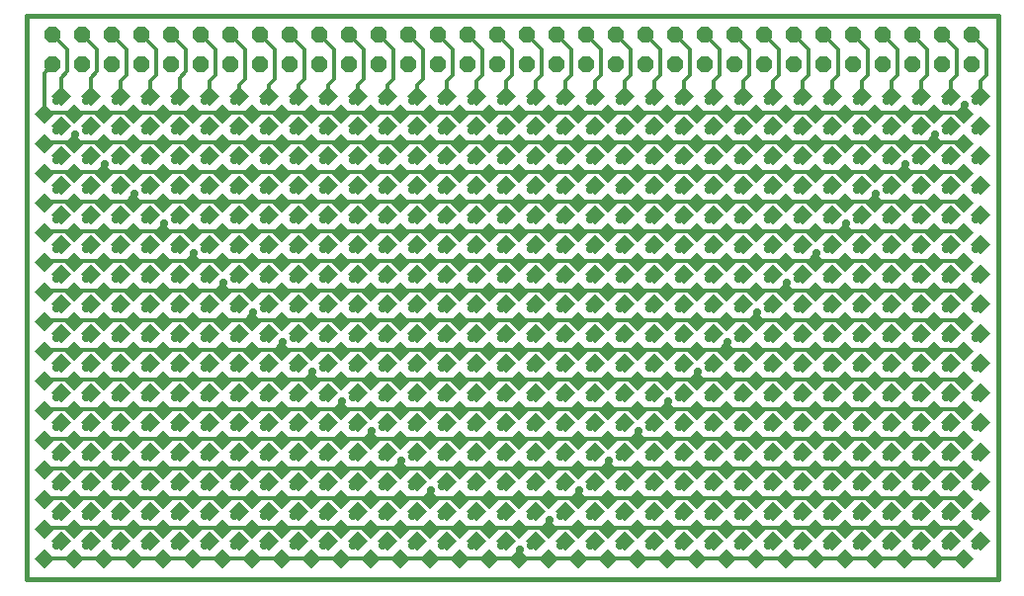
<source format=gtl>
G75*
G70*
%OFA0B0*%
%FSLAX24Y24*%
%IPPOS*%
%LPD*%
%AMOC8*
5,1,8,0,0,1.08239X$1,22.5*
%
%ADD10C,0.0160*%
%ADD11R,0.0472X0.0472*%
%ADD12OC8,0.0560*%
%ADD13C,0.0120*%
%ADD14OC8,0.0277*%
D10*
X000187Y000189D02*
X000187Y019189D01*
X032937Y019189D01*
X032937Y000189D01*
X000187Y000189D01*
D11*
G36*
X000770Y001230D02*
X001103Y000897D01*
X000770Y000564D01*
X000437Y000897D01*
X000770Y001230D01*
G37*
G36*
X001354Y001815D02*
X001687Y001482D01*
X001354Y001149D01*
X001021Y001482D01*
X001354Y001815D01*
G37*
G36*
X001770Y002230D02*
X002103Y001897D01*
X001770Y001564D01*
X001437Y001897D01*
X001770Y002230D01*
G37*
G36*
X001354Y002815D02*
X001687Y002482D01*
X001354Y002149D01*
X001021Y002482D01*
X001354Y002815D01*
G37*
G36*
X001770Y003230D02*
X002103Y002897D01*
X001770Y002564D01*
X001437Y002897D01*
X001770Y003230D01*
G37*
G36*
X001354Y003815D02*
X001687Y003482D01*
X001354Y003149D01*
X001021Y003482D01*
X001354Y003815D01*
G37*
G36*
X001770Y004230D02*
X002103Y003897D01*
X001770Y003564D01*
X001437Y003897D01*
X001770Y004230D01*
G37*
G36*
X001354Y004815D02*
X001687Y004482D01*
X001354Y004149D01*
X001021Y004482D01*
X001354Y004815D01*
G37*
G36*
X001770Y005230D02*
X002103Y004897D01*
X001770Y004564D01*
X001437Y004897D01*
X001770Y005230D01*
G37*
G36*
X001354Y005815D02*
X001687Y005482D01*
X001354Y005149D01*
X001021Y005482D01*
X001354Y005815D01*
G37*
G36*
X001770Y006230D02*
X002103Y005897D01*
X001770Y005564D01*
X001437Y005897D01*
X001770Y006230D01*
G37*
G36*
X001354Y006815D02*
X001687Y006482D01*
X001354Y006149D01*
X001021Y006482D01*
X001354Y006815D01*
G37*
G36*
X001770Y007230D02*
X002103Y006897D01*
X001770Y006564D01*
X001437Y006897D01*
X001770Y007230D01*
G37*
G36*
X001354Y007815D02*
X001687Y007482D01*
X001354Y007149D01*
X001021Y007482D01*
X001354Y007815D01*
G37*
G36*
X001770Y008230D02*
X002103Y007897D01*
X001770Y007564D01*
X001437Y007897D01*
X001770Y008230D01*
G37*
G36*
X001354Y008815D02*
X001687Y008482D01*
X001354Y008149D01*
X001021Y008482D01*
X001354Y008815D01*
G37*
G36*
X001770Y009230D02*
X002103Y008897D01*
X001770Y008564D01*
X001437Y008897D01*
X001770Y009230D01*
G37*
G36*
X001354Y009815D02*
X001687Y009482D01*
X001354Y009149D01*
X001021Y009482D01*
X001354Y009815D01*
G37*
G36*
X001770Y010230D02*
X002103Y009897D01*
X001770Y009564D01*
X001437Y009897D01*
X001770Y010230D01*
G37*
G36*
X001354Y010815D02*
X001687Y010482D01*
X001354Y010149D01*
X001021Y010482D01*
X001354Y010815D01*
G37*
G36*
X001770Y011230D02*
X002103Y010897D01*
X001770Y010564D01*
X001437Y010897D01*
X001770Y011230D01*
G37*
G36*
X001354Y011815D02*
X001687Y011482D01*
X001354Y011149D01*
X001021Y011482D01*
X001354Y011815D01*
G37*
G36*
X001770Y012230D02*
X002103Y011897D01*
X001770Y011564D01*
X001437Y011897D01*
X001770Y012230D01*
G37*
G36*
X001354Y012815D02*
X001687Y012482D01*
X001354Y012149D01*
X001021Y012482D01*
X001354Y012815D01*
G37*
G36*
X001770Y013230D02*
X002103Y012897D01*
X001770Y012564D01*
X001437Y012897D01*
X001770Y013230D01*
G37*
G36*
X001354Y013815D02*
X001687Y013482D01*
X001354Y013149D01*
X001021Y013482D01*
X001354Y013815D01*
G37*
G36*
X001770Y014230D02*
X002103Y013897D01*
X001770Y013564D01*
X001437Y013897D01*
X001770Y014230D01*
G37*
G36*
X001354Y014815D02*
X001687Y014482D01*
X001354Y014149D01*
X001021Y014482D01*
X001354Y014815D01*
G37*
G36*
X001770Y015230D02*
X002103Y014897D01*
X001770Y014564D01*
X001437Y014897D01*
X001770Y015230D01*
G37*
G36*
X001354Y015815D02*
X001687Y015482D01*
X001354Y015149D01*
X001021Y015482D01*
X001354Y015815D01*
G37*
G36*
X001770Y016230D02*
X002103Y015897D01*
X001770Y015564D01*
X001437Y015897D01*
X001770Y016230D01*
G37*
G36*
X001354Y016815D02*
X001687Y016482D01*
X001354Y016149D01*
X001021Y016482D01*
X001354Y016815D01*
G37*
G36*
X002354Y016815D02*
X002687Y016482D01*
X002354Y016149D01*
X002021Y016482D01*
X002354Y016815D01*
G37*
G36*
X003354Y016815D02*
X003687Y016482D01*
X003354Y016149D01*
X003021Y016482D01*
X003354Y016815D01*
G37*
G36*
X004354Y016815D02*
X004687Y016482D01*
X004354Y016149D01*
X004021Y016482D01*
X004354Y016815D01*
G37*
G36*
X005354Y016815D02*
X005687Y016482D01*
X005354Y016149D01*
X005021Y016482D01*
X005354Y016815D01*
G37*
G36*
X006354Y016815D02*
X006687Y016482D01*
X006354Y016149D01*
X006021Y016482D01*
X006354Y016815D01*
G37*
G36*
X007354Y016815D02*
X007687Y016482D01*
X007354Y016149D01*
X007021Y016482D01*
X007354Y016815D01*
G37*
G36*
X008354Y016815D02*
X008687Y016482D01*
X008354Y016149D01*
X008021Y016482D01*
X008354Y016815D01*
G37*
G36*
X009354Y016815D02*
X009687Y016482D01*
X009354Y016149D01*
X009021Y016482D01*
X009354Y016815D01*
G37*
G36*
X010354Y016815D02*
X010687Y016482D01*
X010354Y016149D01*
X010021Y016482D01*
X010354Y016815D01*
G37*
G36*
X011354Y016815D02*
X011687Y016482D01*
X011354Y016149D01*
X011021Y016482D01*
X011354Y016815D01*
G37*
G36*
X012354Y016815D02*
X012687Y016482D01*
X012354Y016149D01*
X012021Y016482D01*
X012354Y016815D01*
G37*
G36*
X013354Y016815D02*
X013687Y016482D01*
X013354Y016149D01*
X013021Y016482D01*
X013354Y016815D01*
G37*
G36*
X014354Y016815D02*
X014687Y016482D01*
X014354Y016149D01*
X014021Y016482D01*
X014354Y016815D01*
G37*
G36*
X015354Y016815D02*
X015687Y016482D01*
X015354Y016149D01*
X015021Y016482D01*
X015354Y016815D01*
G37*
G36*
X016354Y016815D02*
X016687Y016482D01*
X016354Y016149D01*
X016021Y016482D01*
X016354Y016815D01*
G37*
G36*
X017354Y016815D02*
X017687Y016482D01*
X017354Y016149D01*
X017021Y016482D01*
X017354Y016815D01*
G37*
G36*
X018354Y016815D02*
X018687Y016482D01*
X018354Y016149D01*
X018021Y016482D01*
X018354Y016815D01*
G37*
G36*
X019354Y016815D02*
X019687Y016482D01*
X019354Y016149D01*
X019021Y016482D01*
X019354Y016815D01*
G37*
G36*
X020354Y016815D02*
X020687Y016482D01*
X020354Y016149D01*
X020021Y016482D01*
X020354Y016815D01*
G37*
G36*
X021354Y016815D02*
X021687Y016482D01*
X021354Y016149D01*
X021021Y016482D01*
X021354Y016815D01*
G37*
G36*
X022354Y016815D02*
X022687Y016482D01*
X022354Y016149D01*
X022021Y016482D01*
X022354Y016815D01*
G37*
G36*
X023354Y016815D02*
X023687Y016482D01*
X023354Y016149D01*
X023021Y016482D01*
X023354Y016815D01*
G37*
G36*
X024354Y016815D02*
X024687Y016482D01*
X024354Y016149D01*
X024021Y016482D01*
X024354Y016815D01*
G37*
G36*
X025354Y016815D02*
X025687Y016482D01*
X025354Y016149D01*
X025021Y016482D01*
X025354Y016815D01*
G37*
G36*
X026354Y016815D02*
X026687Y016482D01*
X026354Y016149D01*
X026021Y016482D01*
X026354Y016815D01*
G37*
G36*
X027354Y016815D02*
X027687Y016482D01*
X027354Y016149D01*
X027021Y016482D01*
X027354Y016815D01*
G37*
G36*
X028354Y016815D02*
X028687Y016482D01*
X028354Y016149D01*
X028021Y016482D01*
X028354Y016815D01*
G37*
G36*
X029354Y016815D02*
X029687Y016482D01*
X029354Y016149D01*
X029021Y016482D01*
X029354Y016815D01*
G37*
G36*
X030354Y016815D02*
X030687Y016482D01*
X030354Y016149D01*
X030021Y016482D01*
X030354Y016815D01*
G37*
G36*
X031354Y016815D02*
X031687Y016482D01*
X031354Y016149D01*
X031021Y016482D01*
X031354Y016815D01*
G37*
G36*
X032354Y016815D02*
X032687Y016482D01*
X032354Y016149D01*
X032021Y016482D01*
X032354Y016815D01*
G37*
G36*
X031770Y016230D02*
X032103Y015897D01*
X031770Y015564D01*
X031437Y015897D01*
X031770Y016230D01*
G37*
G36*
X030770Y016230D02*
X031103Y015897D01*
X030770Y015564D01*
X030437Y015897D01*
X030770Y016230D01*
G37*
G36*
X029770Y016230D02*
X030103Y015897D01*
X029770Y015564D01*
X029437Y015897D01*
X029770Y016230D01*
G37*
G36*
X028770Y016230D02*
X029103Y015897D01*
X028770Y015564D01*
X028437Y015897D01*
X028770Y016230D01*
G37*
G36*
X027770Y016230D02*
X028103Y015897D01*
X027770Y015564D01*
X027437Y015897D01*
X027770Y016230D01*
G37*
G36*
X026770Y016230D02*
X027103Y015897D01*
X026770Y015564D01*
X026437Y015897D01*
X026770Y016230D01*
G37*
G36*
X025770Y016230D02*
X026103Y015897D01*
X025770Y015564D01*
X025437Y015897D01*
X025770Y016230D01*
G37*
G36*
X024770Y016230D02*
X025103Y015897D01*
X024770Y015564D01*
X024437Y015897D01*
X024770Y016230D01*
G37*
G36*
X023770Y016230D02*
X024103Y015897D01*
X023770Y015564D01*
X023437Y015897D01*
X023770Y016230D01*
G37*
G36*
X022770Y016230D02*
X023103Y015897D01*
X022770Y015564D01*
X022437Y015897D01*
X022770Y016230D01*
G37*
G36*
X021770Y016230D02*
X022103Y015897D01*
X021770Y015564D01*
X021437Y015897D01*
X021770Y016230D01*
G37*
G36*
X020770Y016230D02*
X021103Y015897D01*
X020770Y015564D01*
X020437Y015897D01*
X020770Y016230D01*
G37*
G36*
X019770Y016230D02*
X020103Y015897D01*
X019770Y015564D01*
X019437Y015897D01*
X019770Y016230D01*
G37*
G36*
X018770Y016230D02*
X019103Y015897D01*
X018770Y015564D01*
X018437Y015897D01*
X018770Y016230D01*
G37*
G36*
X017770Y016230D02*
X018103Y015897D01*
X017770Y015564D01*
X017437Y015897D01*
X017770Y016230D01*
G37*
G36*
X016770Y016230D02*
X017103Y015897D01*
X016770Y015564D01*
X016437Y015897D01*
X016770Y016230D01*
G37*
G36*
X015770Y016230D02*
X016103Y015897D01*
X015770Y015564D01*
X015437Y015897D01*
X015770Y016230D01*
G37*
G36*
X014770Y016230D02*
X015103Y015897D01*
X014770Y015564D01*
X014437Y015897D01*
X014770Y016230D01*
G37*
G36*
X013770Y016230D02*
X014103Y015897D01*
X013770Y015564D01*
X013437Y015897D01*
X013770Y016230D01*
G37*
G36*
X012770Y016230D02*
X013103Y015897D01*
X012770Y015564D01*
X012437Y015897D01*
X012770Y016230D01*
G37*
G36*
X011770Y016230D02*
X012103Y015897D01*
X011770Y015564D01*
X011437Y015897D01*
X011770Y016230D01*
G37*
G36*
X010770Y016230D02*
X011103Y015897D01*
X010770Y015564D01*
X010437Y015897D01*
X010770Y016230D01*
G37*
G36*
X009770Y016230D02*
X010103Y015897D01*
X009770Y015564D01*
X009437Y015897D01*
X009770Y016230D01*
G37*
G36*
X008770Y016230D02*
X009103Y015897D01*
X008770Y015564D01*
X008437Y015897D01*
X008770Y016230D01*
G37*
G36*
X007770Y016230D02*
X008103Y015897D01*
X007770Y015564D01*
X007437Y015897D01*
X007770Y016230D01*
G37*
G36*
X006770Y016230D02*
X007103Y015897D01*
X006770Y015564D01*
X006437Y015897D01*
X006770Y016230D01*
G37*
G36*
X005770Y016230D02*
X006103Y015897D01*
X005770Y015564D01*
X005437Y015897D01*
X005770Y016230D01*
G37*
G36*
X004770Y016230D02*
X005103Y015897D01*
X004770Y015564D01*
X004437Y015897D01*
X004770Y016230D01*
G37*
G36*
X003770Y016230D02*
X004103Y015897D01*
X003770Y015564D01*
X003437Y015897D01*
X003770Y016230D01*
G37*
G36*
X002770Y016230D02*
X003103Y015897D01*
X002770Y015564D01*
X002437Y015897D01*
X002770Y016230D01*
G37*
G36*
X002354Y015815D02*
X002687Y015482D01*
X002354Y015149D01*
X002021Y015482D01*
X002354Y015815D01*
G37*
G36*
X003354Y015815D02*
X003687Y015482D01*
X003354Y015149D01*
X003021Y015482D01*
X003354Y015815D01*
G37*
G36*
X004354Y015815D02*
X004687Y015482D01*
X004354Y015149D01*
X004021Y015482D01*
X004354Y015815D01*
G37*
G36*
X005354Y015815D02*
X005687Y015482D01*
X005354Y015149D01*
X005021Y015482D01*
X005354Y015815D01*
G37*
G36*
X006354Y015815D02*
X006687Y015482D01*
X006354Y015149D01*
X006021Y015482D01*
X006354Y015815D01*
G37*
G36*
X007354Y015815D02*
X007687Y015482D01*
X007354Y015149D01*
X007021Y015482D01*
X007354Y015815D01*
G37*
G36*
X008354Y015815D02*
X008687Y015482D01*
X008354Y015149D01*
X008021Y015482D01*
X008354Y015815D01*
G37*
G36*
X009354Y015815D02*
X009687Y015482D01*
X009354Y015149D01*
X009021Y015482D01*
X009354Y015815D01*
G37*
G36*
X010354Y015815D02*
X010687Y015482D01*
X010354Y015149D01*
X010021Y015482D01*
X010354Y015815D01*
G37*
G36*
X011354Y015815D02*
X011687Y015482D01*
X011354Y015149D01*
X011021Y015482D01*
X011354Y015815D01*
G37*
G36*
X012354Y015815D02*
X012687Y015482D01*
X012354Y015149D01*
X012021Y015482D01*
X012354Y015815D01*
G37*
G36*
X013354Y015815D02*
X013687Y015482D01*
X013354Y015149D01*
X013021Y015482D01*
X013354Y015815D01*
G37*
G36*
X014354Y015815D02*
X014687Y015482D01*
X014354Y015149D01*
X014021Y015482D01*
X014354Y015815D01*
G37*
G36*
X015354Y015815D02*
X015687Y015482D01*
X015354Y015149D01*
X015021Y015482D01*
X015354Y015815D01*
G37*
G36*
X016354Y015815D02*
X016687Y015482D01*
X016354Y015149D01*
X016021Y015482D01*
X016354Y015815D01*
G37*
G36*
X017354Y015815D02*
X017687Y015482D01*
X017354Y015149D01*
X017021Y015482D01*
X017354Y015815D01*
G37*
G36*
X018354Y015815D02*
X018687Y015482D01*
X018354Y015149D01*
X018021Y015482D01*
X018354Y015815D01*
G37*
G36*
X019354Y015815D02*
X019687Y015482D01*
X019354Y015149D01*
X019021Y015482D01*
X019354Y015815D01*
G37*
G36*
X020354Y015815D02*
X020687Y015482D01*
X020354Y015149D01*
X020021Y015482D01*
X020354Y015815D01*
G37*
G36*
X021354Y015815D02*
X021687Y015482D01*
X021354Y015149D01*
X021021Y015482D01*
X021354Y015815D01*
G37*
G36*
X022354Y015815D02*
X022687Y015482D01*
X022354Y015149D01*
X022021Y015482D01*
X022354Y015815D01*
G37*
G36*
X023354Y015815D02*
X023687Y015482D01*
X023354Y015149D01*
X023021Y015482D01*
X023354Y015815D01*
G37*
G36*
X024354Y015815D02*
X024687Y015482D01*
X024354Y015149D01*
X024021Y015482D01*
X024354Y015815D01*
G37*
G36*
X025354Y015815D02*
X025687Y015482D01*
X025354Y015149D01*
X025021Y015482D01*
X025354Y015815D01*
G37*
G36*
X026354Y015815D02*
X026687Y015482D01*
X026354Y015149D01*
X026021Y015482D01*
X026354Y015815D01*
G37*
G36*
X027354Y015815D02*
X027687Y015482D01*
X027354Y015149D01*
X027021Y015482D01*
X027354Y015815D01*
G37*
G36*
X028354Y015815D02*
X028687Y015482D01*
X028354Y015149D01*
X028021Y015482D01*
X028354Y015815D01*
G37*
G36*
X029354Y015815D02*
X029687Y015482D01*
X029354Y015149D01*
X029021Y015482D01*
X029354Y015815D01*
G37*
G36*
X030354Y015815D02*
X030687Y015482D01*
X030354Y015149D01*
X030021Y015482D01*
X030354Y015815D01*
G37*
G36*
X031354Y015815D02*
X031687Y015482D01*
X031354Y015149D01*
X031021Y015482D01*
X031354Y015815D01*
G37*
G36*
X032354Y015815D02*
X032687Y015482D01*
X032354Y015149D01*
X032021Y015482D01*
X032354Y015815D01*
G37*
G36*
X031770Y015230D02*
X032103Y014897D01*
X031770Y014564D01*
X031437Y014897D01*
X031770Y015230D01*
G37*
G36*
X030770Y015230D02*
X031103Y014897D01*
X030770Y014564D01*
X030437Y014897D01*
X030770Y015230D01*
G37*
G36*
X029770Y015230D02*
X030103Y014897D01*
X029770Y014564D01*
X029437Y014897D01*
X029770Y015230D01*
G37*
G36*
X028770Y015230D02*
X029103Y014897D01*
X028770Y014564D01*
X028437Y014897D01*
X028770Y015230D01*
G37*
G36*
X027770Y015230D02*
X028103Y014897D01*
X027770Y014564D01*
X027437Y014897D01*
X027770Y015230D01*
G37*
G36*
X026770Y015230D02*
X027103Y014897D01*
X026770Y014564D01*
X026437Y014897D01*
X026770Y015230D01*
G37*
G36*
X025770Y015230D02*
X026103Y014897D01*
X025770Y014564D01*
X025437Y014897D01*
X025770Y015230D01*
G37*
G36*
X024770Y015230D02*
X025103Y014897D01*
X024770Y014564D01*
X024437Y014897D01*
X024770Y015230D01*
G37*
G36*
X023770Y015230D02*
X024103Y014897D01*
X023770Y014564D01*
X023437Y014897D01*
X023770Y015230D01*
G37*
G36*
X022770Y015230D02*
X023103Y014897D01*
X022770Y014564D01*
X022437Y014897D01*
X022770Y015230D01*
G37*
G36*
X021770Y015230D02*
X022103Y014897D01*
X021770Y014564D01*
X021437Y014897D01*
X021770Y015230D01*
G37*
G36*
X020770Y015230D02*
X021103Y014897D01*
X020770Y014564D01*
X020437Y014897D01*
X020770Y015230D01*
G37*
G36*
X019770Y015230D02*
X020103Y014897D01*
X019770Y014564D01*
X019437Y014897D01*
X019770Y015230D01*
G37*
G36*
X018770Y015230D02*
X019103Y014897D01*
X018770Y014564D01*
X018437Y014897D01*
X018770Y015230D01*
G37*
G36*
X017770Y015230D02*
X018103Y014897D01*
X017770Y014564D01*
X017437Y014897D01*
X017770Y015230D01*
G37*
G36*
X016770Y015230D02*
X017103Y014897D01*
X016770Y014564D01*
X016437Y014897D01*
X016770Y015230D01*
G37*
G36*
X015770Y015230D02*
X016103Y014897D01*
X015770Y014564D01*
X015437Y014897D01*
X015770Y015230D01*
G37*
G36*
X014770Y015230D02*
X015103Y014897D01*
X014770Y014564D01*
X014437Y014897D01*
X014770Y015230D01*
G37*
G36*
X013770Y015230D02*
X014103Y014897D01*
X013770Y014564D01*
X013437Y014897D01*
X013770Y015230D01*
G37*
G36*
X012770Y015230D02*
X013103Y014897D01*
X012770Y014564D01*
X012437Y014897D01*
X012770Y015230D01*
G37*
G36*
X011770Y015230D02*
X012103Y014897D01*
X011770Y014564D01*
X011437Y014897D01*
X011770Y015230D01*
G37*
G36*
X010770Y015230D02*
X011103Y014897D01*
X010770Y014564D01*
X010437Y014897D01*
X010770Y015230D01*
G37*
G36*
X009770Y015230D02*
X010103Y014897D01*
X009770Y014564D01*
X009437Y014897D01*
X009770Y015230D01*
G37*
G36*
X008770Y015230D02*
X009103Y014897D01*
X008770Y014564D01*
X008437Y014897D01*
X008770Y015230D01*
G37*
G36*
X007770Y015230D02*
X008103Y014897D01*
X007770Y014564D01*
X007437Y014897D01*
X007770Y015230D01*
G37*
G36*
X006770Y015230D02*
X007103Y014897D01*
X006770Y014564D01*
X006437Y014897D01*
X006770Y015230D01*
G37*
G36*
X005770Y015230D02*
X006103Y014897D01*
X005770Y014564D01*
X005437Y014897D01*
X005770Y015230D01*
G37*
G36*
X004770Y015230D02*
X005103Y014897D01*
X004770Y014564D01*
X004437Y014897D01*
X004770Y015230D01*
G37*
G36*
X003770Y015230D02*
X004103Y014897D01*
X003770Y014564D01*
X003437Y014897D01*
X003770Y015230D01*
G37*
G36*
X002770Y015230D02*
X003103Y014897D01*
X002770Y014564D01*
X002437Y014897D01*
X002770Y015230D01*
G37*
G36*
X002354Y014815D02*
X002687Y014482D01*
X002354Y014149D01*
X002021Y014482D01*
X002354Y014815D01*
G37*
G36*
X003354Y014815D02*
X003687Y014482D01*
X003354Y014149D01*
X003021Y014482D01*
X003354Y014815D01*
G37*
G36*
X004354Y014815D02*
X004687Y014482D01*
X004354Y014149D01*
X004021Y014482D01*
X004354Y014815D01*
G37*
G36*
X005354Y014815D02*
X005687Y014482D01*
X005354Y014149D01*
X005021Y014482D01*
X005354Y014815D01*
G37*
G36*
X006354Y014815D02*
X006687Y014482D01*
X006354Y014149D01*
X006021Y014482D01*
X006354Y014815D01*
G37*
G36*
X007354Y014815D02*
X007687Y014482D01*
X007354Y014149D01*
X007021Y014482D01*
X007354Y014815D01*
G37*
G36*
X008354Y014815D02*
X008687Y014482D01*
X008354Y014149D01*
X008021Y014482D01*
X008354Y014815D01*
G37*
G36*
X009354Y014815D02*
X009687Y014482D01*
X009354Y014149D01*
X009021Y014482D01*
X009354Y014815D01*
G37*
G36*
X010354Y014815D02*
X010687Y014482D01*
X010354Y014149D01*
X010021Y014482D01*
X010354Y014815D01*
G37*
G36*
X011354Y014815D02*
X011687Y014482D01*
X011354Y014149D01*
X011021Y014482D01*
X011354Y014815D01*
G37*
G36*
X012354Y014815D02*
X012687Y014482D01*
X012354Y014149D01*
X012021Y014482D01*
X012354Y014815D01*
G37*
G36*
X013354Y014815D02*
X013687Y014482D01*
X013354Y014149D01*
X013021Y014482D01*
X013354Y014815D01*
G37*
G36*
X014354Y014815D02*
X014687Y014482D01*
X014354Y014149D01*
X014021Y014482D01*
X014354Y014815D01*
G37*
G36*
X015354Y014815D02*
X015687Y014482D01*
X015354Y014149D01*
X015021Y014482D01*
X015354Y014815D01*
G37*
G36*
X016354Y014815D02*
X016687Y014482D01*
X016354Y014149D01*
X016021Y014482D01*
X016354Y014815D01*
G37*
G36*
X017354Y014815D02*
X017687Y014482D01*
X017354Y014149D01*
X017021Y014482D01*
X017354Y014815D01*
G37*
G36*
X018354Y014815D02*
X018687Y014482D01*
X018354Y014149D01*
X018021Y014482D01*
X018354Y014815D01*
G37*
G36*
X019354Y014815D02*
X019687Y014482D01*
X019354Y014149D01*
X019021Y014482D01*
X019354Y014815D01*
G37*
G36*
X020354Y014815D02*
X020687Y014482D01*
X020354Y014149D01*
X020021Y014482D01*
X020354Y014815D01*
G37*
G36*
X021354Y014815D02*
X021687Y014482D01*
X021354Y014149D01*
X021021Y014482D01*
X021354Y014815D01*
G37*
G36*
X022354Y014815D02*
X022687Y014482D01*
X022354Y014149D01*
X022021Y014482D01*
X022354Y014815D01*
G37*
G36*
X023354Y014815D02*
X023687Y014482D01*
X023354Y014149D01*
X023021Y014482D01*
X023354Y014815D01*
G37*
G36*
X024354Y014815D02*
X024687Y014482D01*
X024354Y014149D01*
X024021Y014482D01*
X024354Y014815D01*
G37*
G36*
X025354Y014815D02*
X025687Y014482D01*
X025354Y014149D01*
X025021Y014482D01*
X025354Y014815D01*
G37*
G36*
X026354Y014815D02*
X026687Y014482D01*
X026354Y014149D01*
X026021Y014482D01*
X026354Y014815D01*
G37*
G36*
X027354Y014815D02*
X027687Y014482D01*
X027354Y014149D01*
X027021Y014482D01*
X027354Y014815D01*
G37*
G36*
X028354Y014815D02*
X028687Y014482D01*
X028354Y014149D01*
X028021Y014482D01*
X028354Y014815D01*
G37*
G36*
X029354Y014815D02*
X029687Y014482D01*
X029354Y014149D01*
X029021Y014482D01*
X029354Y014815D01*
G37*
G36*
X030354Y014815D02*
X030687Y014482D01*
X030354Y014149D01*
X030021Y014482D01*
X030354Y014815D01*
G37*
G36*
X031354Y014815D02*
X031687Y014482D01*
X031354Y014149D01*
X031021Y014482D01*
X031354Y014815D01*
G37*
G36*
X032354Y014815D02*
X032687Y014482D01*
X032354Y014149D01*
X032021Y014482D01*
X032354Y014815D01*
G37*
G36*
X031770Y014230D02*
X032103Y013897D01*
X031770Y013564D01*
X031437Y013897D01*
X031770Y014230D01*
G37*
G36*
X030770Y014230D02*
X031103Y013897D01*
X030770Y013564D01*
X030437Y013897D01*
X030770Y014230D01*
G37*
G36*
X029770Y014230D02*
X030103Y013897D01*
X029770Y013564D01*
X029437Y013897D01*
X029770Y014230D01*
G37*
G36*
X028770Y014230D02*
X029103Y013897D01*
X028770Y013564D01*
X028437Y013897D01*
X028770Y014230D01*
G37*
G36*
X027770Y014230D02*
X028103Y013897D01*
X027770Y013564D01*
X027437Y013897D01*
X027770Y014230D01*
G37*
G36*
X026770Y014230D02*
X027103Y013897D01*
X026770Y013564D01*
X026437Y013897D01*
X026770Y014230D01*
G37*
G36*
X025770Y014230D02*
X026103Y013897D01*
X025770Y013564D01*
X025437Y013897D01*
X025770Y014230D01*
G37*
G36*
X024770Y014230D02*
X025103Y013897D01*
X024770Y013564D01*
X024437Y013897D01*
X024770Y014230D01*
G37*
G36*
X023770Y014230D02*
X024103Y013897D01*
X023770Y013564D01*
X023437Y013897D01*
X023770Y014230D01*
G37*
G36*
X022770Y014230D02*
X023103Y013897D01*
X022770Y013564D01*
X022437Y013897D01*
X022770Y014230D01*
G37*
G36*
X021770Y014230D02*
X022103Y013897D01*
X021770Y013564D01*
X021437Y013897D01*
X021770Y014230D01*
G37*
G36*
X020770Y014230D02*
X021103Y013897D01*
X020770Y013564D01*
X020437Y013897D01*
X020770Y014230D01*
G37*
G36*
X019770Y014230D02*
X020103Y013897D01*
X019770Y013564D01*
X019437Y013897D01*
X019770Y014230D01*
G37*
G36*
X018770Y014230D02*
X019103Y013897D01*
X018770Y013564D01*
X018437Y013897D01*
X018770Y014230D01*
G37*
G36*
X017770Y014230D02*
X018103Y013897D01*
X017770Y013564D01*
X017437Y013897D01*
X017770Y014230D01*
G37*
G36*
X016770Y014230D02*
X017103Y013897D01*
X016770Y013564D01*
X016437Y013897D01*
X016770Y014230D01*
G37*
G36*
X015770Y014230D02*
X016103Y013897D01*
X015770Y013564D01*
X015437Y013897D01*
X015770Y014230D01*
G37*
G36*
X014770Y014230D02*
X015103Y013897D01*
X014770Y013564D01*
X014437Y013897D01*
X014770Y014230D01*
G37*
G36*
X013770Y014230D02*
X014103Y013897D01*
X013770Y013564D01*
X013437Y013897D01*
X013770Y014230D01*
G37*
G36*
X012770Y014230D02*
X013103Y013897D01*
X012770Y013564D01*
X012437Y013897D01*
X012770Y014230D01*
G37*
G36*
X011770Y014230D02*
X012103Y013897D01*
X011770Y013564D01*
X011437Y013897D01*
X011770Y014230D01*
G37*
G36*
X010770Y014230D02*
X011103Y013897D01*
X010770Y013564D01*
X010437Y013897D01*
X010770Y014230D01*
G37*
G36*
X009770Y014230D02*
X010103Y013897D01*
X009770Y013564D01*
X009437Y013897D01*
X009770Y014230D01*
G37*
G36*
X008770Y014230D02*
X009103Y013897D01*
X008770Y013564D01*
X008437Y013897D01*
X008770Y014230D01*
G37*
G36*
X007770Y014230D02*
X008103Y013897D01*
X007770Y013564D01*
X007437Y013897D01*
X007770Y014230D01*
G37*
G36*
X006770Y014230D02*
X007103Y013897D01*
X006770Y013564D01*
X006437Y013897D01*
X006770Y014230D01*
G37*
G36*
X005770Y014230D02*
X006103Y013897D01*
X005770Y013564D01*
X005437Y013897D01*
X005770Y014230D01*
G37*
G36*
X004770Y014230D02*
X005103Y013897D01*
X004770Y013564D01*
X004437Y013897D01*
X004770Y014230D01*
G37*
G36*
X003770Y014230D02*
X004103Y013897D01*
X003770Y013564D01*
X003437Y013897D01*
X003770Y014230D01*
G37*
G36*
X002770Y014230D02*
X003103Y013897D01*
X002770Y013564D01*
X002437Y013897D01*
X002770Y014230D01*
G37*
G36*
X002354Y013815D02*
X002687Y013482D01*
X002354Y013149D01*
X002021Y013482D01*
X002354Y013815D01*
G37*
G36*
X003354Y013815D02*
X003687Y013482D01*
X003354Y013149D01*
X003021Y013482D01*
X003354Y013815D01*
G37*
G36*
X004354Y013815D02*
X004687Y013482D01*
X004354Y013149D01*
X004021Y013482D01*
X004354Y013815D01*
G37*
G36*
X005354Y013815D02*
X005687Y013482D01*
X005354Y013149D01*
X005021Y013482D01*
X005354Y013815D01*
G37*
G36*
X006354Y013815D02*
X006687Y013482D01*
X006354Y013149D01*
X006021Y013482D01*
X006354Y013815D01*
G37*
G36*
X007354Y013815D02*
X007687Y013482D01*
X007354Y013149D01*
X007021Y013482D01*
X007354Y013815D01*
G37*
G36*
X008354Y013815D02*
X008687Y013482D01*
X008354Y013149D01*
X008021Y013482D01*
X008354Y013815D01*
G37*
G36*
X009354Y013815D02*
X009687Y013482D01*
X009354Y013149D01*
X009021Y013482D01*
X009354Y013815D01*
G37*
G36*
X010354Y013815D02*
X010687Y013482D01*
X010354Y013149D01*
X010021Y013482D01*
X010354Y013815D01*
G37*
G36*
X011354Y013815D02*
X011687Y013482D01*
X011354Y013149D01*
X011021Y013482D01*
X011354Y013815D01*
G37*
G36*
X012354Y013815D02*
X012687Y013482D01*
X012354Y013149D01*
X012021Y013482D01*
X012354Y013815D01*
G37*
G36*
X013354Y013815D02*
X013687Y013482D01*
X013354Y013149D01*
X013021Y013482D01*
X013354Y013815D01*
G37*
G36*
X014354Y013815D02*
X014687Y013482D01*
X014354Y013149D01*
X014021Y013482D01*
X014354Y013815D01*
G37*
G36*
X015354Y013815D02*
X015687Y013482D01*
X015354Y013149D01*
X015021Y013482D01*
X015354Y013815D01*
G37*
G36*
X016354Y013815D02*
X016687Y013482D01*
X016354Y013149D01*
X016021Y013482D01*
X016354Y013815D01*
G37*
G36*
X017354Y013815D02*
X017687Y013482D01*
X017354Y013149D01*
X017021Y013482D01*
X017354Y013815D01*
G37*
G36*
X018354Y013815D02*
X018687Y013482D01*
X018354Y013149D01*
X018021Y013482D01*
X018354Y013815D01*
G37*
G36*
X019354Y013815D02*
X019687Y013482D01*
X019354Y013149D01*
X019021Y013482D01*
X019354Y013815D01*
G37*
G36*
X020354Y013815D02*
X020687Y013482D01*
X020354Y013149D01*
X020021Y013482D01*
X020354Y013815D01*
G37*
G36*
X021354Y013815D02*
X021687Y013482D01*
X021354Y013149D01*
X021021Y013482D01*
X021354Y013815D01*
G37*
G36*
X022354Y013815D02*
X022687Y013482D01*
X022354Y013149D01*
X022021Y013482D01*
X022354Y013815D01*
G37*
G36*
X023354Y013815D02*
X023687Y013482D01*
X023354Y013149D01*
X023021Y013482D01*
X023354Y013815D01*
G37*
G36*
X024354Y013815D02*
X024687Y013482D01*
X024354Y013149D01*
X024021Y013482D01*
X024354Y013815D01*
G37*
G36*
X025354Y013815D02*
X025687Y013482D01*
X025354Y013149D01*
X025021Y013482D01*
X025354Y013815D01*
G37*
G36*
X026354Y013815D02*
X026687Y013482D01*
X026354Y013149D01*
X026021Y013482D01*
X026354Y013815D01*
G37*
G36*
X027354Y013815D02*
X027687Y013482D01*
X027354Y013149D01*
X027021Y013482D01*
X027354Y013815D01*
G37*
G36*
X028354Y013815D02*
X028687Y013482D01*
X028354Y013149D01*
X028021Y013482D01*
X028354Y013815D01*
G37*
G36*
X029354Y013815D02*
X029687Y013482D01*
X029354Y013149D01*
X029021Y013482D01*
X029354Y013815D01*
G37*
G36*
X030354Y013815D02*
X030687Y013482D01*
X030354Y013149D01*
X030021Y013482D01*
X030354Y013815D01*
G37*
G36*
X031354Y013815D02*
X031687Y013482D01*
X031354Y013149D01*
X031021Y013482D01*
X031354Y013815D01*
G37*
G36*
X032354Y013815D02*
X032687Y013482D01*
X032354Y013149D01*
X032021Y013482D01*
X032354Y013815D01*
G37*
G36*
X031770Y013230D02*
X032103Y012897D01*
X031770Y012564D01*
X031437Y012897D01*
X031770Y013230D01*
G37*
G36*
X030770Y013230D02*
X031103Y012897D01*
X030770Y012564D01*
X030437Y012897D01*
X030770Y013230D01*
G37*
G36*
X029770Y013230D02*
X030103Y012897D01*
X029770Y012564D01*
X029437Y012897D01*
X029770Y013230D01*
G37*
G36*
X028770Y013230D02*
X029103Y012897D01*
X028770Y012564D01*
X028437Y012897D01*
X028770Y013230D01*
G37*
G36*
X027770Y013230D02*
X028103Y012897D01*
X027770Y012564D01*
X027437Y012897D01*
X027770Y013230D01*
G37*
G36*
X026770Y013230D02*
X027103Y012897D01*
X026770Y012564D01*
X026437Y012897D01*
X026770Y013230D01*
G37*
G36*
X025770Y013230D02*
X026103Y012897D01*
X025770Y012564D01*
X025437Y012897D01*
X025770Y013230D01*
G37*
G36*
X024770Y013230D02*
X025103Y012897D01*
X024770Y012564D01*
X024437Y012897D01*
X024770Y013230D01*
G37*
G36*
X023770Y013230D02*
X024103Y012897D01*
X023770Y012564D01*
X023437Y012897D01*
X023770Y013230D01*
G37*
G36*
X022770Y013230D02*
X023103Y012897D01*
X022770Y012564D01*
X022437Y012897D01*
X022770Y013230D01*
G37*
G36*
X021770Y013230D02*
X022103Y012897D01*
X021770Y012564D01*
X021437Y012897D01*
X021770Y013230D01*
G37*
G36*
X020770Y013230D02*
X021103Y012897D01*
X020770Y012564D01*
X020437Y012897D01*
X020770Y013230D01*
G37*
G36*
X019770Y013230D02*
X020103Y012897D01*
X019770Y012564D01*
X019437Y012897D01*
X019770Y013230D01*
G37*
G36*
X018770Y013230D02*
X019103Y012897D01*
X018770Y012564D01*
X018437Y012897D01*
X018770Y013230D01*
G37*
G36*
X017770Y013230D02*
X018103Y012897D01*
X017770Y012564D01*
X017437Y012897D01*
X017770Y013230D01*
G37*
G36*
X016770Y013230D02*
X017103Y012897D01*
X016770Y012564D01*
X016437Y012897D01*
X016770Y013230D01*
G37*
G36*
X015770Y013230D02*
X016103Y012897D01*
X015770Y012564D01*
X015437Y012897D01*
X015770Y013230D01*
G37*
G36*
X014770Y013230D02*
X015103Y012897D01*
X014770Y012564D01*
X014437Y012897D01*
X014770Y013230D01*
G37*
G36*
X013770Y013230D02*
X014103Y012897D01*
X013770Y012564D01*
X013437Y012897D01*
X013770Y013230D01*
G37*
G36*
X012770Y013230D02*
X013103Y012897D01*
X012770Y012564D01*
X012437Y012897D01*
X012770Y013230D01*
G37*
G36*
X011770Y013230D02*
X012103Y012897D01*
X011770Y012564D01*
X011437Y012897D01*
X011770Y013230D01*
G37*
G36*
X010770Y013230D02*
X011103Y012897D01*
X010770Y012564D01*
X010437Y012897D01*
X010770Y013230D01*
G37*
G36*
X009770Y013230D02*
X010103Y012897D01*
X009770Y012564D01*
X009437Y012897D01*
X009770Y013230D01*
G37*
G36*
X008770Y013230D02*
X009103Y012897D01*
X008770Y012564D01*
X008437Y012897D01*
X008770Y013230D01*
G37*
G36*
X007770Y013230D02*
X008103Y012897D01*
X007770Y012564D01*
X007437Y012897D01*
X007770Y013230D01*
G37*
G36*
X006770Y013230D02*
X007103Y012897D01*
X006770Y012564D01*
X006437Y012897D01*
X006770Y013230D01*
G37*
G36*
X005770Y013230D02*
X006103Y012897D01*
X005770Y012564D01*
X005437Y012897D01*
X005770Y013230D01*
G37*
G36*
X004770Y013230D02*
X005103Y012897D01*
X004770Y012564D01*
X004437Y012897D01*
X004770Y013230D01*
G37*
G36*
X003770Y013230D02*
X004103Y012897D01*
X003770Y012564D01*
X003437Y012897D01*
X003770Y013230D01*
G37*
G36*
X002770Y013230D02*
X003103Y012897D01*
X002770Y012564D01*
X002437Y012897D01*
X002770Y013230D01*
G37*
G36*
X002354Y012815D02*
X002687Y012482D01*
X002354Y012149D01*
X002021Y012482D01*
X002354Y012815D01*
G37*
G36*
X003354Y012815D02*
X003687Y012482D01*
X003354Y012149D01*
X003021Y012482D01*
X003354Y012815D01*
G37*
G36*
X004354Y012815D02*
X004687Y012482D01*
X004354Y012149D01*
X004021Y012482D01*
X004354Y012815D01*
G37*
G36*
X005354Y012815D02*
X005687Y012482D01*
X005354Y012149D01*
X005021Y012482D01*
X005354Y012815D01*
G37*
G36*
X006354Y012815D02*
X006687Y012482D01*
X006354Y012149D01*
X006021Y012482D01*
X006354Y012815D01*
G37*
G36*
X007354Y012815D02*
X007687Y012482D01*
X007354Y012149D01*
X007021Y012482D01*
X007354Y012815D01*
G37*
G36*
X008354Y012815D02*
X008687Y012482D01*
X008354Y012149D01*
X008021Y012482D01*
X008354Y012815D01*
G37*
G36*
X009354Y012815D02*
X009687Y012482D01*
X009354Y012149D01*
X009021Y012482D01*
X009354Y012815D01*
G37*
G36*
X010354Y012815D02*
X010687Y012482D01*
X010354Y012149D01*
X010021Y012482D01*
X010354Y012815D01*
G37*
G36*
X011354Y012815D02*
X011687Y012482D01*
X011354Y012149D01*
X011021Y012482D01*
X011354Y012815D01*
G37*
G36*
X012354Y012815D02*
X012687Y012482D01*
X012354Y012149D01*
X012021Y012482D01*
X012354Y012815D01*
G37*
G36*
X013354Y012815D02*
X013687Y012482D01*
X013354Y012149D01*
X013021Y012482D01*
X013354Y012815D01*
G37*
G36*
X014354Y012815D02*
X014687Y012482D01*
X014354Y012149D01*
X014021Y012482D01*
X014354Y012815D01*
G37*
G36*
X015354Y012815D02*
X015687Y012482D01*
X015354Y012149D01*
X015021Y012482D01*
X015354Y012815D01*
G37*
G36*
X016354Y012815D02*
X016687Y012482D01*
X016354Y012149D01*
X016021Y012482D01*
X016354Y012815D01*
G37*
G36*
X017354Y012815D02*
X017687Y012482D01*
X017354Y012149D01*
X017021Y012482D01*
X017354Y012815D01*
G37*
G36*
X018354Y012815D02*
X018687Y012482D01*
X018354Y012149D01*
X018021Y012482D01*
X018354Y012815D01*
G37*
G36*
X019354Y012815D02*
X019687Y012482D01*
X019354Y012149D01*
X019021Y012482D01*
X019354Y012815D01*
G37*
G36*
X020354Y012815D02*
X020687Y012482D01*
X020354Y012149D01*
X020021Y012482D01*
X020354Y012815D01*
G37*
G36*
X021354Y012815D02*
X021687Y012482D01*
X021354Y012149D01*
X021021Y012482D01*
X021354Y012815D01*
G37*
G36*
X022354Y012815D02*
X022687Y012482D01*
X022354Y012149D01*
X022021Y012482D01*
X022354Y012815D01*
G37*
G36*
X023354Y012815D02*
X023687Y012482D01*
X023354Y012149D01*
X023021Y012482D01*
X023354Y012815D01*
G37*
G36*
X024354Y012815D02*
X024687Y012482D01*
X024354Y012149D01*
X024021Y012482D01*
X024354Y012815D01*
G37*
G36*
X025354Y012815D02*
X025687Y012482D01*
X025354Y012149D01*
X025021Y012482D01*
X025354Y012815D01*
G37*
G36*
X026354Y012815D02*
X026687Y012482D01*
X026354Y012149D01*
X026021Y012482D01*
X026354Y012815D01*
G37*
G36*
X027354Y012815D02*
X027687Y012482D01*
X027354Y012149D01*
X027021Y012482D01*
X027354Y012815D01*
G37*
G36*
X028354Y012815D02*
X028687Y012482D01*
X028354Y012149D01*
X028021Y012482D01*
X028354Y012815D01*
G37*
G36*
X029354Y012815D02*
X029687Y012482D01*
X029354Y012149D01*
X029021Y012482D01*
X029354Y012815D01*
G37*
G36*
X030354Y012815D02*
X030687Y012482D01*
X030354Y012149D01*
X030021Y012482D01*
X030354Y012815D01*
G37*
G36*
X031354Y012815D02*
X031687Y012482D01*
X031354Y012149D01*
X031021Y012482D01*
X031354Y012815D01*
G37*
G36*
X032354Y012815D02*
X032687Y012482D01*
X032354Y012149D01*
X032021Y012482D01*
X032354Y012815D01*
G37*
G36*
X031770Y012230D02*
X032103Y011897D01*
X031770Y011564D01*
X031437Y011897D01*
X031770Y012230D01*
G37*
G36*
X030770Y012230D02*
X031103Y011897D01*
X030770Y011564D01*
X030437Y011897D01*
X030770Y012230D01*
G37*
G36*
X029770Y012230D02*
X030103Y011897D01*
X029770Y011564D01*
X029437Y011897D01*
X029770Y012230D01*
G37*
G36*
X028770Y012230D02*
X029103Y011897D01*
X028770Y011564D01*
X028437Y011897D01*
X028770Y012230D01*
G37*
G36*
X027770Y012230D02*
X028103Y011897D01*
X027770Y011564D01*
X027437Y011897D01*
X027770Y012230D01*
G37*
G36*
X026770Y012230D02*
X027103Y011897D01*
X026770Y011564D01*
X026437Y011897D01*
X026770Y012230D01*
G37*
G36*
X025770Y012230D02*
X026103Y011897D01*
X025770Y011564D01*
X025437Y011897D01*
X025770Y012230D01*
G37*
G36*
X024770Y012230D02*
X025103Y011897D01*
X024770Y011564D01*
X024437Y011897D01*
X024770Y012230D01*
G37*
G36*
X023770Y012230D02*
X024103Y011897D01*
X023770Y011564D01*
X023437Y011897D01*
X023770Y012230D01*
G37*
G36*
X022770Y012230D02*
X023103Y011897D01*
X022770Y011564D01*
X022437Y011897D01*
X022770Y012230D01*
G37*
G36*
X021770Y012230D02*
X022103Y011897D01*
X021770Y011564D01*
X021437Y011897D01*
X021770Y012230D01*
G37*
G36*
X020770Y012230D02*
X021103Y011897D01*
X020770Y011564D01*
X020437Y011897D01*
X020770Y012230D01*
G37*
G36*
X019770Y012230D02*
X020103Y011897D01*
X019770Y011564D01*
X019437Y011897D01*
X019770Y012230D01*
G37*
G36*
X018770Y012230D02*
X019103Y011897D01*
X018770Y011564D01*
X018437Y011897D01*
X018770Y012230D01*
G37*
G36*
X017770Y012230D02*
X018103Y011897D01*
X017770Y011564D01*
X017437Y011897D01*
X017770Y012230D01*
G37*
G36*
X016770Y012230D02*
X017103Y011897D01*
X016770Y011564D01*
X016437Y011897D01*
X016770Y012230D01*
G37*
G36*
X015770Y012230D02*
X016103Y011897D01*
X015770Y011564D01*
X015437Y011897D01*
X015770Y012230D01*
G37*
G36*
X014770Y012230D02*
X015103Y011897D01*
X014770Y011564D01*
X014437Y011897D01*
X014770Y012230D01*
G37*
G36*
X013770Y012230D02*
X014103Y011897D01*
X013770Y011564D01*
X013437Y011897D01*
X013770Y012230D01*
G37*
G36*
X012770Y012230D02*
X013103Y011897D01*
X012770Y011564D01*
X012437Y011897D01*
X012770Y012230D01*
G37*
G36*
X011770Y012230D02*
X012103Y011897D01*
X011770Y011564D01*
X011437Y011897D01*
X011770Y012230D01*
G37*
G36*
X010770Y012230D02*
X011103Y011897D01*
X010770Y011564D01*
X010437Y011897D01*
X010770Y012230D01*
G37*
G36*
X009770Y012230D02*
X010103Y011897D01*
X009770Y011564D01*
X009437Y011897D01*
X009770Y012230D01*
G37*
G36*
X008770Y012230D02*
X009103Y011897D01*
X008770Y011564D01*
X008437Y011897D01*
X008770Y012230D01*
G37*
G36*
X007770Y012230D02*
X008103Y011897D01*
X007770Y011564D01*
X007437Y011897D01*
X007770Y012230D01*
G37*
G36*
X006770Y012230D02*
X007103Y011897D01*
X006770Y011564D01*
X006437Y011897D01*
X006770Y012230D01*
G37*
G36*
X005770Y012230D02*
X006103Y011897D01*
X005770Y011564D01*
X005437Y011897D01*
X005770Y012230D01*
G37*
G36*
X004770Y012230D02*
X005103Y011897D01*
X004770Y011564D01*
X004437Y011897D01*
X004770Y012230D01*
G37*
G36*
X003770Y012230D02*
X004103Y011897D01*
X003770Y011564D01*
X003437Y011897D01*
X003770Y012230D01*
G37*
G36*
X002770Y012230D02*
X003103Y011897D01*
X002770Y011564D01*
X002437Y011897D01*
X002770Y012230D01*
G37*
G36*
X002354Y011815D02*
X002687Y011482D01*
X002354Y011149D01*
X002021Y011482D01*
X002354Y011815D01*
G37*
G36*
X003354Y011815D02*
X003687Y011482D01*
X003354Y011149D01*
X003021Y011482D01*
X003354Y011815D01*
G37*
G36*
X004354Y011815D02*
X004687Y011482D01*
X004354Y011149D01*
X004021Y011482D01*
X004354Y011815D01*
G37*
G36*
X005354Y011815D02*
X005687Y011482D01*
X005354Y011149D01*
X005021Y011482D01*
X005354Y011815D01*
G37*
G36*
X006354Y011815D02*
X006687Y011482D01*
X006354Y011149D01*
X006021Y011482D01*
X006354Y011815D01*
G37*
G36*
X007354Y011815D02*
X007687Y011482D01*
X007354Y011149D01*
X007021Y011482D01*
X007354Y011815D01*
G37*
G36*
X008354Y011815D02*
X008687Y011482D01*
X008354Y011149D01*
X008021Y011482D01*
X008354Y011815D01*
G37*
G36*
X009354Y011815D02*
X009687Y011482D01*
X009354Y011149D01*
X009021Y011482D01*
X009354Y011815D01*
G37*
G36*
X010354Y011815D02*
X010687Y011482D01*
X010354Y011149D01*
X010021Y011482D01*
X010354Y011815D01*
G37*
G36*
X011354Y011815D02*
X011687Y011482D01*
X011354Y011149D01*
X011021Y011482D01*
X011354Y011815D01*
G37*
G36*
X012354Y011815D02*
X012687Y011482D01*
X012354Y011149D01*
X012021Y011482D01*
X012354Y011815D01*
G37*
G36*
X013354Y011815D02*
X013687Y011482D01*
X013354Y011149D01*
X013021Y011482D01*
X013354Y011815D01*
G37*
G36*
X014354Y011815D02*
X014687Y011482D01*
X014354Y011149D01*
X014021Y011482D01*
X014354Y011815D01*
G37*
G36*
X015354Y011815D02*
X015687Y011482D01*
X015354Y011149D01*
X015021Y011482D01*
X015354Y011815D01*
G37*
G36*
X016354Y011815D02*
X016687Y011482D01*
X016354Y011149D01*
X016021Y011482D01*
X016354Y011815D01*
G37*
G36*
X017354Y011815D02*
X017687Y011482D01*
X017354Y011149D01*
X017021Y011482D01*
X017354Y011815D01*
G37*
G36*
X018354Y011815D02*
X018687Y011482D01*
X018354Y011149D01*
X018021Y011482D01*
X018354Y011815D01*
G37*
G36*
X019354Y011815D02*
X019687Y011482D01*
X019354Y011149D01*
X019021Y011482D01*
X019354Y011815D01*
G37*
G36*
X020354Y011815D02*
X020687Y011482D01*
X020354Y011149D01*
X020021Y011482D01*
X020354Y011815D01*
G37*
G36*
X021354Y011815D02*
X021687Y011482D01*
X021354Y011149D01*
X021021Y011482D01*
X021354Y011815D01*
G37*
G36*
X022354Y011815D02*
X022687Y011482D01*
X022354Y011149D01*
X022021Y011482D01*
X022354Y011815D01*
G37*
G36*
X023354Y011815D02*
X023687Y011482D01*
X023354Y011149D01*
X023021Y011482D01*
X023354Y011815D01*
G37*
G36*
X024354Y011815D02*
X024687Y011482D01*
X024354Y011149D01*
X024021Y011482D01*
X024354Y011815D01*
G37*
G36*
X025354Y011815D02*
X025687Y011482D01*
X025354Y011149D01*
X025021Y011482D01*
X025354Y011815D01*
G37*
G36*
X026354Y011815D02*
X026687Y011482D01*
X026354Y011149D01*
X026021Y011482D01*
X026354Y011815D01*
G37*
G36*
X027354Y011815D02*
X027687Y011482D01*
X027354Y011149D01*
X027021Y011482D01*
X027354Y011815D01*
G37*
G36*
X028354Y011815D02*
X028687Y011482D01*
X028354Y011149D01*
X028021Y011482D01*
X028354Y011815D01*
G37*
G36*
X029354Y011815D02*
X029687Y011482D01*
X029354Y011149D01*
X029021Y011482D01*
X029354Y011815D01*
G37*
G36*
X030354Y011815D02*
X030687Y011482D01*
X030354Y011149D01*
X030021Y011482D01*
X030354Y011815D01*
G37*
G36*
X031354Y011815D02*
X031687Y011482D01*
X031354Y011149D01*
X031021Y011482D01*
X031354Y011815D01*
G37*
G36*
X032354Y011815D02*
X032687Y011482D01*
X032354Y011149D01*
X032021Y011482D01*
X032354Y011815D01*
G37*
G36*
X031770Y011230D02*
X032103Y010897D01*
X031770Y010564D01*
X031437Y010897D01*
X031770Y011230D01*
G37*
G36*
X031354Y010815D02*
X031687Y010482D01*
X031354Y010149D01*
X031021Y010482D01*
X031354Y010815D01*
G37*
G36*
X030770Y011230D02*
X031103Y010897D01*
X030770Y010564D01*
X030437Y010897D01*
X030770Y011230D01*
G37*
G36*
X030354Y010815D02*
X030687Y010482D01*
X030354Y010149D01*
X030021Y010482D01*
X030354Y010815D01*
G37*
G36*
X029770Y011230D02*
X030103Y010897D01*
X029770Y010564D01*
X029437Y010897D01*
X029770Y011230D01*
G37*
G36*
X029354Y010815D02*
X029687Y010482D01*
X029354Y010149D01*
X029021Y010482D01*
X029354Y010815D01*
G37*
G36*
X028770Y011230D02*
X029103Y010897D01*
X028770Y010564D01*
X028437Y010897D01*
X028770Y011230D01*
G37*
G36*
X028354Y010815D02*
X028687Y010482D01*
X028354Y010149D01*
X028021Y010482D01*
X028354Y010815D01*
G37*
G36*
X027770Y011230D02*
X028103Y010897D01*
X027770Y010564D01*
X027437Y010897D01*
X027770Y011230D01*
G37*
G36*
X027354Y010815D02*
X027687Y010482D01*
X027354Y010149D01*
X027021Y010482D01*
X027354Y010815D01*
G37*
G36*
X026770Y011230D02*
X027103Y010897D01*
X026770Y010564D01*
X026437Y010897D01*
X026770Y011230D01*
G37*
G36*
X026354Y010815D02*
X026687Y010482D01*
X026354Y010149D01*
X026021Y010482D01*
X026354Y010815D01*
G37*
G36*
X025770Y011230D02*
X026103Y010897D01*
X025770Y010564D01*
X025437Y010897D01*
X025770Y011230D01*
G37*
G36*
X025354Y010815D02*
X025687Y010482D01*
X025354Y010149D01*
X025021Y010482D01*
X025354Y010815D01*
G37*
G36*
X024770Y011230D02*
X025103Y010897D01*
X024770Y010564D01*
X024437Y010897D01*
X024770Y011230D01*
G37*
G36*
X024354Y010815D02*
X024687Y010482D01*
X024354Y010149D01*
X024021Y010482D01*
X024354Y010815D01*
G37*
G36*
X023770Y011230D02*
X024103Y010897D01*
X023770Y010564D01*
X023437Y010897D01*
X023770Y011230D01*
G37*
G36*
X023354Y010815D02*
X023687Y010482D01*
X023354Y010149D01*
X023021Y010482D01*
X023354Y010815D01*
G37*
G36*
X022770Y011230D02*
X023103Y010897D01*
X022770Y010564D01*
X022437Y010897D01*
X022770Y011230D01*
G37*
G36*
X022354Y010815D02*
X022687Y010482D01*
X022354Y010149D01*
X022021Y010482D01*
X022354Y010815D01*
G37*
G36*
X021770Y011230D02*
X022103Y010897D01*
X021770Y010564D01*
X021437Y010897D01*
X021770Y011230D01*
G37*
G36*
X021354Y010815D02*
X021687Y010482D01*
X021354Y010149D01*
X021021Y010482D01*
X021354Y010815D01*
G37*
G36*
X020770Y011230D02*
X021103Y010897D01*
X020770Y010564D01*
X020437Y010897D01*
X020770Y011230D01*
G37*
G36*
X020354Y010815D02*
X020687Y010482D01*
X020354Y010149D01*
X020021Y010482D01*
X020354Y010815D01*
G37*
G36*
X019770Y011230D02*
X020103Y010897D01*
X019770Y010564D01*
X019437Y010897D01*
X019770Y011230D01*
G37*
G36*
X019354Y010815D02*
X019687Y010482D01*
X019354Y010149D01*
X019021Y010482D01*
X019354Y010815D01*
G37*
G36*
X018770Y011230D02*
X019103Y010897D01*
X018770Y010564D01*
X018437Y010897D01*
X018770Y011230D01*
G37*
G36*
X018354Y010815D02*
X018687Y010482D01*
X018354Y010149D01*
X018021Y010482D01*
X018354Y010815D01*
G37*
G36*
X017770Y011230D02*
X018103Y010897D01*
X017770Y010564D01*
X017437Y010897D01*
X017770Y011230D01*
G37*
G36*
X017354Y010815D02*
X017687Y010482D01*
X017354Y010149D01*
X017021Y010482D01*
X017354Y010815D01*
G37*
G36*
X016770Y011230D02*
X017103Y010897D01*
X016770Y010564D01*
X016437Y010897D01*
X016770Y011230D01*
G37*
G36*
X016354Y010815D02*
X016687Y010482D01*
X016354Y010149D01*
X016021Y010482D01*
X016354Y010815D01*
G37*
G36*
X015770Y011230D02*
X016103Y010897D01*
X015770Y010564D01*
X015437Y010897D01*
X015770Y011230D01*
G37*
G36*
X015354Y010815D02*
X015687Y010482D01*
X015354Y010149D01*
X015021Y010482D01*
X015354Y010815D01*
G37*
G36*
X014770Y011230D02*
X015103Y010897D01*
X014770Y010564D01*
X014437Y010897D01*
X014770Y011230D01*
G37*
G36*
X014354Y010815D02*
X014687Y010482D01*
X014354Y010149D01*
X014021Y010482D01*
X014354Y010815D01*
G37*
G36*
X013770Y011230D02*
X014103Y010897D01*
X013770Y010564D01*
X013437Y010897D01*
X013770Y011230D01*
G37*
G36*
X013354Y010815D02*
X013687Y010482D01*
X013354Y010149D01*
X013021Y010482D01*
X013354Y010815D01*
G37*
G36*
X012770Y011230D02*
X013103Y010897D01*
X012770Y010564D01*
X012437Y010897D01*
X012770Y011230D01*
G37*
G36*
X012354Y010815D02*
X012687Y010482D01*
X012354Y010149D01*
X012021Y010482D01*
X012354Y010815D01*
G37*
G36*
X011770Y011230D02*
X012103Y010897D01*
X011770Y010564D01*
X011437Y010897D01*
X011770Y011230D01*
G37*
G36*
X011354Y010815D02*
X011687Y010482D01*
X011354Y010149D01*
X011021Y010482D01*
X011354Y010815D01*
G37*
G36*
X010770Y011230D02*
X011103Y010897D01*
X010770Y010564D01*
X010437Y010897D01*
X010770Y011230D01*
G37*
G36*
X010354Y010815D02*
X010687Y010482D01*
X010354Y010149D01*
X010021Y010482D01*
X010354Y010815D01*
G37*
G36*
X009770Y011230D02*
X010103Y010897D01*
X009770Y010564D01*
X009437Y010897D01*
X009770Y011230D01*
G37*
G36*
X009354Y010815D02*
X009687Y010482D01*
X009354Y010149D01*
X009021Y010482D01*
X009354Y010815D01*
G37*
G36*
X008770Y011230D02*
X009103Y010897D01*
X008770Y010564D01*
X008437Y010897D01*
X008770Y011230D01*
G37*
G36*
X008354Y010815D02*
X008687Y010482D01*
X008354Y010149D01*
X008021Y010482D01*
X008354Y010815D01*
G37*
G36*
X007770Y011230D02*
X008103Y010897D01*
X007770Y010564D01*
X007437Y010897D01*
X007770Y011230D01*
G37*
G36*
X007354Y010815D02*
X007687Y010482D01*
X007354Y010149D01*
X007021Y010482D01*
X007354Y010815D01*
G37*
G36*
X006770Y011230D02*
X007103Y010897D01*
X006770Y010564D01*
X006437Y010897D01*
X006770Y011230D01*
G37*
G36*
X006354Y010815D02*
X006687Y010482D01*
X006354Y010149D01*
X006021Y010482D01*
X006354Y010815D01*
G37*
G36*
X005770Y011230D02*
X006103Y010897D01*
X005770Y010564D01*
X005437Y010897D01*
X005770Y011230D01*
G37*
G36*
X005354Y010815D02*
X005687Y010482D01*
X005354Y010149D01*
X005021Y010482D01*
X005354Y010815D01*
G37*
G36*
X004770Y011230D02*
X005103Y010897D01*
X004770Y010564D01*
X004437Y010897D01*
X004770Y011230D01*
G37*
G36*
X004354Y010815D02*
X004687Y010482D01*
X004354Y010149D01*
X004021Y010482D01*
X004354Y010815D01*
G37*
G36*
X003770Y011230D02*
X004103Y010897D01*
X003770Y010564D01*
X003437Y010897D01*
X003770Y011230D01*
G37*
G36*
X003354Y010815D02*
X003687Y010482D01*
X003354Y010149D01*
X003021Y010482D01*
X003354Y010815D01*
G37*
G36*
X002770Y011230D02*
X003103Y010897D01*
X002770Y010564D01*
X002437Y010897D01*
X002770Y011230D01*
G37*
G36*
X002354Y010815D02*
X002687Y010482D01*
X002354Y010149D01*
X002021Y010482D01*
X002354Y010815D01*
G37*
G36*
X002770Y010230D02*
X003103Y009897D01*
X002770Y009564D01*
X002437Y009897D01*
X002770Y010230D01*
G37*
G36*
X003770Y010230D02*
X004103Y009897D01*
X003770Y009564D01*
X003437Y009897D01*
X003770Y010230D01*
G37*
G36*
X004770Y010230D02*
X005103Y009897D01*
X004770Y009564D01*
X004437Y009897D01*
X004770Y010230D01*
G37*
G36*
X005770Y010230D02*
X006103Y009897D01*
X005770Y009564D01*
X005437Y009897D01*
X005770Y010230D01*
G37*
G36*
X006770Y010230D02*
X007103Y009897D01*
X006770Y009564D01*
X006437Y009897D01*
X006770Y010230D01*
G37*
G36*
X007770Y010230D02*
X008103Y009897D01*
X007770Y009564D01*
X007437Y009897D01*
X007770Y010230D01*
G37*
G36*
X008770Y010230D02*
X009103Y009897D01*
X008770Y009564D01*
X008437Y009897D01*
X008770Y010230D01*
G37*
G36*
X009770Y010230D02*
X010103Y009897D01*
X009770Y009564D01*
X009437Y009897D01*
X009770Y010230D01*
G37*
G36*
X010770Y010230D02*
X011103Y009897D01*
X010770Y009564D01*
X010437Y009897D01*
X010770Y010230D01*
G37*
G36*
X011770Y010230D02*
X012103Y009897D01*
X011770Y009564D01*
X011437Y009897D01*
X011770Y010230D01*
G37*
G36*
X012770Y010230D02*
X013103Y009897D01*
X012770Y009564D01*
X012437Y009897D01*
X012770Y010230D01*
G37*
G36*
X013770Y010230D02*
X014103Y009897D01*
X013770Y009564D01*
X013437Y009897D01*
X013770Y010230D01*
G37*
G36*
X014770Y010230D02*
X015103Y009897D01*
X014770Y009564D01*
X014437Y009897D01*
X014770Y010230D01*
G37*
G36*
X015770Y010230D02*
X016103Y009897D01*
X015770Y009564D01*
X015437Y009897D01*
X015770Y010230D01*
G37*
G36*
X016770Y010230D02*
X017103Y009897D01*
X016770Y009564D01*
X016437Y009897D01*
X016770Y010230D01*
G37*
G36*
X017770Y010230D02*
X018103Y009897D01*
X017770Y009564D01*
X017437Y009897D01*
X017770Y010230D01*
G37*
G36*
X018770Y010230D02*
X019103Y009897D01*
X018770Y009564D01*
X018437Y009897D01*
X018770Y010230D01*
G37*
G36*
X019770Y010230D02*
X020103Y009897D01*
X019770Y009564D01*
X019437Y009897D01*
X019770Y010230D01*
G37*
G36*
X020770Y010230D02*
X021103Y009897D01*
X020770Y009564D01*
X020437Y009897D01*
X020770Y010230D01*
G37*
G36*
X021770Y010230D02*
X022103Y009897D01*
X021770Y009564D01*
X021437Y009897D01*
X021770Y010230D01*
G37*
G36*
X022770Y010230D02*
X023103Y009897D01*
X022770Y009564D01*
X022437Y009897D01*
X022770Y010230D01*
G37*
G36*
X023770Y010230D02*
X024103Y009897D01*
X023770Y009564D01*
X023437Y009897D01*
X023770Y010230D01*
G37*
G36*
X024770Y010230D02*
X025103Y009897D01*
X024770Y009564D01*
X024437Y009897D01*
X024770Y010230D01*
G37*
G36*
X025770Y010230D02*
X026103Y009897D01*
X025770Y009564D01*
X025437Y009897D01*
X025770Y010230D01*
G37*
G36*
X026770Y010230D02*
X027103Y009897D01*
X026770Y009564D01*
X026437Y009897D01*
X026770Y010230D01*
G37*
G36*
X027770Y010230D02*
X028103Y009897D01*
X027770Y009564D01*
X027437Y009897D01*
X027770Y010230D01*
G37*
G36*
X028770Y010230D02*
X029103Y009897D01*
X028770Y009564D01*
X028437Y009897D01*
X028770Y010230D01*
G37*
G36*
X029770Y010230D02*
X030103Y009897D01*
X029770Y009564D01*
X029437Y009897D01*
X029770Y010230D01*
G37*
G36*
X030770Y010230D02*
X031103Y009897D01*
X030770Y009564D01*
X030437Y009897D01*
X030770Y010230D01*
G37*
G36*
X031770Y010230D02*
X032103Y009897D01*
X031770Y009564D01*
X031437Y009897D01*
X031770Y010230D01*
G37*
G36*
X032354Y010815D02*
X032687Y010482D01*
X032354Y010149D01*
X032021Y010482D01*
X032354Y010815D01*
G37*
G36*
X032354Y009815D02*
X032687Y009482D01*
X032354Y009149D01*
X032021Y009482D01*
X032354Y009815D01*
G37*
G36*
X031354Y009815D02*
X031687Y009482D01*
X031354Y009149D01*
X031021Y009482D01*
X031354Y009815D01*
G37*
G36*
X030354Y009815D02*
X030687Y009482D01*
X030354Y009149D01*
X030021Y009482D01*
X030354Y009815D01*
G37*
G36*
X029354Y009815D02*
X029687Y009482D01*
X029354Y009149D01*
X029021Y009482D01*
X029354Y009815D01*
G37*
G36*
X028354Y009815D02*
X028687Y009482D01*
X028354Y009149D01*
X028021Y009482D01*
X028354Y009815D01*
G37*
G36*
X027354Y009815D02*
X027687Y009482D01*
X027354Y009149D01*
X027021Y009482D01*
X027354Y009815D01*
G37*
G36*
X026354Y009815D02*
X026687Y009482D01*
X026354Y009149D01*
X026021Y009482D01*
X026354Y009815D01*
G37*
G36*
X025354Y009815D02*
X025687Y009482D01*
X025354Y009149D01*
X025021Y009482D01*
X025354Y009815D01*
G37*
G36*
X024354Y009815D02*
X024687Y009482D01*
X024354Y009149D01*
X024021Y009482D01*
X024354Y009815D01*
G37*
G36*
X023354Y009815D02*
X023687Y009482D01*
X023354Y009149D01*
X023021Y009482D01*
X023354Y009815D01*
G37*
G36*
X022354Y009815D02*
X022687Y009482D01*
X022354Y009149D01*
X022021Y009482D01*
X022354Y009815D01*
G37*
G36*
X021354Y009815D02*
X021687Y009482D01*
X021354Y009149D01*
X021021Y009482D01*
X021354Y009815D01*
G37*
G36*
X020354Y009815D02*
X020687Y009482D01*
X020354Y009149D01*
X020021Y009482D01*
X020354Y009815D01*
G37*
G36*
X019354Y009815D02*
X019687Y009482D01*
X019354Y009149D01*
X019021Y009482D01*
X019354Y009815D01*
G37*
G36*
X018354Y009815D02*
X018687Y009482D01*
X018354Y009149D01*
X018021Y009482D01*
X018354Y009815D01*
G37*
G36*
X017354Y009815D02*
X017687Y009482D01*
X017354Y009149D01*
X017021Y009482D01*
X017354Y009815D01*
G37*
G36*
X016354Y009815D02*
X016687Y009482D01*
X016354Y009149D01*
X016021Y009482D01*
X016354Y009815D01*
G37*
G36*
X015354Y009815D02*
X015687Y009482D01*
X015354Y009149D01*
X015021Y009482D01*
X015354Y009815D01*
G37*
G36*
X014354Y009815D02*
X014687Y009482D01*
X014354Y009149D01*
X014021Y009482D01*
X014354Y009815D01*
G37*
G36*
X013354Y009815D02*
X013687Y009482D01*
X013354Y009149D01*
X013021Y009482D01*
X013354Y009815D01*
G37*
G36*
X012354Y009815D02*
X012687Y009482D01*
X012354Y009149D01*
X012021Y009482D01*
X012354Y009815D01*
G37*
G36*
X011354Y009815D02*
X011687Y009482D01*
X011354Y009149D01*
X011021Y009482D01*
X011354Y009815D01*
G37*
G36*
X010354Y009815D02*
X010687Y009482D01*
X010354Y009149D01*
X010021Y009482D01*
X010354Y009815D01*
G37*
G36*
X009354Y009815D02*
X009687Y009482D01*
X009354Y009149D01*
X009021Y009482D01*
X009354Y009815D01*
G37*
G36*
X008354Y009815D02*
X008687Y009482D01*
X008354Y009149D01*
X008021Y009482D01*
X008354Y009815D01*
G37*
G36*
X007354Y009815D02*
X007687Y009482D01*
X007354Y009149D01*
X007021Y009482D01*
X007354Y009815D01*
G37*
G36*
X006354Y009815D02*
X006687Y009482D01*
X006354Y009149D01*
X006021Y009482D01*
X006354Y009815D01*
G37*
G36*
X005354Y009815D02*
X005687Y009482D01*
X005354Y009149D01*
X005021Y009482D01*
X005354Y009815D01*
G37*
G36*
X004354Y009815D02*
X004687Y009482D01*
X004354Y009149D01*
X004021Y009482D01*
X004354Y009815D01*
G37*
G36*
X003354Y009815D02*
X003687Y009482D01*
X003354Y009149D01*
X003021Y009482D01*
X003354Y009815D01*
G37*
G36*
X002354Y009815D02*
X002687Y009482D01*
X002354Y009149D01*
X002021Y009482D01*
X002354Y009815D01*
G37*
G36*
X002770Y009230D02*
X003103Y008897D01*
X002770Y008564D01*
X002437Y008897D01*
X002770Y009230D01*
G37*
G36*
X003770Y009230D02*
X004103Y008897D01*
X003770Y008564D01*
X003437Y008897D01*
X003770Y009230D01*
G37*
G36*
X004770Y009230D02*
X005103Y008897D01*
X004770Y008564D01*
X004437Y008897D01*
X004770Y009230D01*
G37*
G36*
X005770Y009230D02*
X006103Y008897D01*
X005770Y008564D01*
X005437Y008897D01*
X005770Y009230D01*
G37*
G36*
X006770Y009230D02*
X007103Y008897D01*
X006770Y008564D01*
X006437Y008897D01*
X006770Y009230D01*
G37*
G36*
X007770Y009230D02*
X008103Y008897D01*
X007770Y008564D01*
X007437Y008897D01*
X007770Y009230D01*
G37*
G36*
X008770Y009230D02*
X009103Y008897D01*
X008770Y008564D01*
X008437Y008897D01*
X008770Y009230D01*
G37*
G36*
X009770Y009230D02*
X010103Y008897D01*
X009770Y008564D01*
X009437Y008897D01*
X009770Y009230D01*
G37*
G36*
X010770Y009230D02*
X011103Y008897D01*
X010770Y008564D01*
X010437Y008897D01*
X010770Y009230D01*
G37*
G36*
X011770Y009230D02*
X012103Y008897D01*
X011770Y008564D01*
X011437Y008897D01*
X011770Y009230D01*
G37*
G36*
X012770Y009230D02*
X013103Y008897D01*
X012770Y008564D01*
X012437Y008897D01*
X012770Y009230D01*
G37*
G36*
X013770Y009230D02*
X014103Y008897D01*
X013770Y008564D01*
X013437Y008897D01*
X013770Y009230D01*
G37*
G36*
X014770Y009230D02*
X015103Y008897D01*
X014770Y008564D01*
X014437Y008897D01*
X014770Y009230D01*
G37*
G36*
X015770Y009230D02*
X016103Y008897D01*
X015770Y008564D01*
X015437Y008897D01*
X015770Y009230D01*
G37*
G36*
X016770Y009230D02*
X017103Y008897D01*
X016770Y008564D01*
X016437Y008897D01*
X016770Y009230D01*
G37*
G36*
X017770Y009230D02*
X018103Y008897D01*
X017770Y008564D01*
X017437Y008897D01*
X017770Y009230D01*
G37*
G36*
X018770Y009230D02*
X019103Y008897D01*
X018770Y008564D01*
X018437Y008897D01*
X018770Y009230D01*
G37*
G36*
X019770Y009230D02*
X020103Y008897D01*
X019770Y008564D01*
X019437Y008897D01*
X019770Y009230D01*
G37*
G36*
X020770Y009230D02*
X021103Y008897D01*
X020770Y008564D01*
X020437Y008897D01*
X020770Y009230D01*
G37*
G36*
X021770Y009230D02*
X022103Y008897D01*
X021770Y008564D01*
X021437Y008897D01*
X021770Y009230D01*
G37*
G36*
X022770Y009230D02*
X023103Y008897D01*
X022770Y008564D01*
X022437Y008897D01*
X022770Y009230D01*
G37*
G36*
X023770Y009230D02*
X024103Y008897D01*
X023770Y008564D01*
X023437Y008897D01*
X023770Y009230D01*
G37*
G36*
X024770Y009230D02*
X025103Y008897D01*
X024770Y008564D01*
X024437Y008897D01*
X024770Y009230D01*
G37*
G36*
X025770Y009230D02*
X026103Y008897D01*
X025770Y008564D01*
X025437Y008897D01*
X025770Y009230D01*
G37*
G36*
X026770Y009230D02*
X027103Y008897D01*
X026770Y008564D01*
X026437Y008897D01*
X026770Y009230D01*
G37*
G36*
X027770Y009230D02*
X028103Y008897D01*
X027770Y008564D01*
X027437Y008897D01*
X027770Y009230D01*
G37*
G36*
X028770Y009230D02*
X029103Y008897D01*
X028770Y008564D01*
X028437Y008897D01*
X028770Y009230D01*
G37*
G36*
X029770Y009230D02*
X030103Y008897D01*
X029770Y008564D01*
X029437Y008897D01*
X029770Y009230D01*
G37*
G36*
X030770Y009230D02*
X031103Y008897D01*
X030770Y008564D01*
X030437Y008897D01*
X030770Y009230D01*
G37*
G36*
X031770Y009230D02*
X032103Y008897D01*
X031770Y008564D01*
X031437Y008897D01*
X031770Y009230D01*
G37*
G36*
X031354Y008815D02*
X031687Y008482D01*
X031354Y008149D01*
X031021Y008482D01*
X031354Y008815D01*
G37*
G36*
X030354Y008815D02*
X030687Y008482D01*
X030354Y008149D01*
X030021Y008482D01*
X030354Y008815D01*
G37*
G36*
X029354Y008815D02*
X029687Y008482D01*
X029354Y008149D01*
X029021Y008482D01*
X029354Y008815D01*
G37*
G36*
X028354Y008815D02*
X028687Y008482D01*
X028354Y008149D01*
X028021Y008482D01*
X028354Y008815D01*
G37*
G36*
X027354Y008815D02*
X027687Y008482D01*
X027354Y008149D01*
X027021Y008482D01*
X027354Y008815D01*
G37*
G36*
X026354Y008815D02*
X026687Y008482D01*
X026354Y008149D01*
X026021Y008482D01*
X026354Y008815D01*
G37*
G36*
X025354Y008815D02*
X025687Y008482D01*
X025354Y008149D01*
X025021Y008482D01*
X025354Y008815D01*
G37*
G36*
X024354Y008815D02*
X024687Y008482D01*
X024354Y008149D01*
X024021Y008482D01*
X024354Y008815D01*
G37*
G36*
X023354Y008815D02*
X023687Y008482D01*
X023354Y008149D01*
X023021Y008482D01*
X023354Y008815D01*
G37*
G36*
X022354Y008815D02*
X022687Y008482D01*
X022354Y008149D01*
X022021Y008482D01*
X022354Y008815D01*
G37*
G36*
X021354Y008815D02*
X021687Y008482D01*
X021354Y008149D01*
X021021Y008482D01*
X021354Y008815D01*
G37*
G36*
X020354Y008815D02*
X020687Y008482D01*
X020354Y008149D01*
X020021Y008482D01*
X020354Y008815D01*
G37*
G36*
X019354Y008815D02*
X019687Y008482D01*
X019354Y008149D01*
X019021Y008482D01*
X019354Y008815D01*
G37*
G36*
X018354Y008815D02*
X018687Y008482D01*
X018354Y008149D01*
X018021Y008482D01*
X018354Y008815D01*
G37*
G36*
X017354Y008815D02*
X017687Y008482D01*
X017354Y008149D01*
X017021Y008482D01*
X017354Y008815D01*
G37*
G36*
X016354Y008815D02*
X016687Y008482D01*
X016354Y008149D01*
X016021Y008482D01*
X016354Y008815D01*
G37*
G36*
X015354Y008815D02*
X015687Y008482D01*
X015354Y008149D01*
X015021Y008482D01*
X015354Y008815D01*
G37*
G36*
X014354Y008815D02*
X014687Y008482D01*
X014354Y008149D01*
X014021Y008482D01*
X014354Y008815D01*
G37*
G36*
X013354Y008815D02*
X013687Y008482D01*
X013354Y008149D01*
X013021Y008482D01*
X013354Y008815D01*
G37*
G36*
X012354Y008815D02*
X012687Y008482D01*
X012354Y008149D01*
X012021Y008482D01*
X012354Y008815D01*
G37*
G36*
X011354Y008815D02*
X011687Y008482D01*
X011354Y008149D01*
X011021Y008482D01*
X011354Y008815D01*
G37*
G36*
X010354Y008815D02*
X010687Y008482D01*
X010354Y008149D01*
X010021Y008482D01*
X010354Y008815D01*
G37*
G36*
X009354Y008815D02*
X009687Y008482D01*
X009354Y008149D01*
X009021Y008482D01*
X009354Y008815D01*
G37*
G36*
X008354Y008815D02*
X008687Y008482D01*
X008354Y008149D01*
X008021Y008482D01*
X008354Y008815D01*
G37*
G36*
X007354Y008815D02*
X007687Y008482D01*
X007354Y008149D01*
X007021Y008482D01*
X007354Y008815D01*
G37*
G36*
X006354Y008815D02*
X006687Y008482D01*
X006354Y008149D01*
X006021Y008482D01*
X006354Y008815D01*
G37*
G36*
X005354Y008815D02*
X005687Y008482D01*
X005354Y008149D01*
X005021Y008482D01*
X005354Y008815D01*
G37*
G36*
X004354Y008815D02*
X004687Y008482D01*
X004354Y008149D01*
X004021Y008482D01*
X004354Y008815D01*
G37*
G36*
X003354Y008815D02*
X003687Y008482D01*
X003354Y008149D01*
X003021Y008482D01*
X003354Y008815D01*
G37*
G36*
X002354Y008815D02*
X002687Y008482D01*
X002354Y008149D01*
X002021Y008482D01*
X002354Y008815D01*
G37*
G36*
X002770Y008230D02*
X003103Y007897D01*
X002770Y007564D01*
X002437Y007897D01*
X002770Y008230D01*
G37*
G36*
X003770Y008230D02*
X004103Y007897D01*
X003770Y007564D01*
X003437Y007897D01*
X003770Y008230D01*
G37*
G36*
X004770Y008230D02*
X005103Y007897D01*
X004770Y007564D01*
X004437Y007897D01*
X004770Y008230D01*
G37*
G36*
X005770Y008230D02*
X006103Y007897D01*
X005770Y007564D01*
X005437Y007897D01*
X005770Y008230D01*
G37*
G36*
X006770Y008230D02*
X007103Y007897D01*
X006770Y007564D01*
X006437Y007897D01*
X006770Y008230D01*
G37*
G36*
X007770Y008230D02*
X008103Y007897D01*
X007770Y007564D01*
X007437Y007897D01*
X007770Y008230D01*
G37*
G36*
X008770Y008230D02*
X009103Y007897D01*
X008770Y007564D01*
X008437Y007897D01*
X008770Y008230D01*
G37*
G36*
X009770Y008230D02*
X010103Y007897D01*
X009770Y007564D01*
X009437Y007897D01*
X009770Y008230D01*
G37*
G36*
X010770Y008230D02*
X011103Y007897D01*
X010770Y007564D01*
X010437Y007897D01*
X010770Y008230D01*
G37*
G36*
X011770Y008230D02*
X012103Y007897D01*
X011770Y007564D01*
X011437Y007897D01*
X011770Y008230D01*
G37*
G36*
X012770Y008230D02*
X013103Y007897D01*
X012770Y007564D01*
X012437Y007897D01*
X012770Y008230D01*
G37*
G36*
X013770Y008230D02*
X014103Y007897D01*
X013770Y007564D01*
X013437Y007897D01*
X013770Y008230D01*
G37*
G36*
X014770Y008230D02*
X015103Y007897D01*
X014770Y007564D01*
X014437Y007897D01*
X014770Y008230D01*
G37*
G36*
X015770Y008230D02*
X016103Y007897D01*
X015770Y007564D01*
X015437Y007897D01*
X015770Y008230D01*
G37*
G36*
X016770Y008230D02*
X017103Y007897D01*
X016770Y007564D01*
X016437Y007897D01*
X016770Y008230D01*
G37*
G36*
X017770Y008230D02*
X018103Y007897D01*
X017770Y007564D01*
X017437Y007897D01*
X017770Y008230D01*
G37*
G36*
X018770Y008230D02*
X019103Y007897D01*
X018770Y007564D01*
X018437Y007897D01*
X018770Y008230D01*
G37*
G36*
X019770Y008230D02*
X020103Y007897D01*
X019770Y007564D01*
X019437Y007897D01*
X019770Y008230D01*
G37*
G36*
X020770Y008230D02*
X021103Y007897D01*
X020770Y007564D01*
X020437Y007897D01*
X020770Y008230D01*
G37*
G36*
X021770Y008230D02*
X022103Y007897D01*
X021770Y007564D01*
X021437Y007897D01*
X021770Y008230D01*
G37*
G36*
X022770Y008230D02*
X023103Y007897D01*
X022770Y007564D01*
X022437Y007897D01*
X022770Y008230D01*
G37*
G36*
X023770Y008230D02*
X024103Y007897D01*
X023770Y007564D01*
X023437Y007897D01*
X023770Y008230D01*
G37*
G36*
X024770Y008230D02*
X025103Y007897D01*
X024770Y007564D01*
X024437Y007897D01*
X024770Y008230D01*
G37*
G36*
X025770Y008230D02*
X026103Y007897D01*
X025770Y007564D01*
X025437Y007897D01*
X025770Y008230D01*
G37*
G36*
X026770Y008230D02*
X027103Y007897D01*
X026770Y007564D01*
X026437Y007897D01*
X026770Y008230D01*
G37*
G36*
X027770Y008230D02*
X028103Y007897D01*
X027770Y007564D01*
X027437Y007897D01*
X027770Y008230D01*
G37*
G36*
X028770Y008230D02*
X029103Y007897D01*
X028770Y007564D01*
X028437Y007897D01*
X028770Y008230D01*
G37*
G36*
X029770Y008230D02*
X030103Y007897D01*
X029770Y007564D01*
X029437Y007897D01*
X029770Y008230D01*
G37*
G36*
X030770Y008230D02*
X031103Y007897D01*
X030770Y007564D01*
X030437Y007897D01*
X030770Y008230D01*
G37*
G36*
X031770Y008230D02*
X032103Y007897D01*
X031770Y007564D01*
X031437Y007897D01*
X031770Y008230D01*
G37*
G36*
X032354Y008815D02*
X032687Y008482D01*
X032354Y008149D01*
X032021Y008482D01*
X032354Y008815D01*
G37*
G36*
X032354Y007815D02*
X032687Y007482D01*
X032354Y007149D01*
X032021Y007482D01*
X032354Y007815D01*
G37*
G36*
X031354Y007815D02*
X031687Y007482D01*
X031354Y007149D01*
X031021Y007482D01*
X031354Y007815D01*
G37*
G36*
X030354Y007815D02*
X030687Y007482D01*
X030354Y007149D01*
X030021Y007482D01*
X030354Y007815D01*
G37*
G36*
X029354Y007815D02*
X029687Y007482D01*
X029354Y007149D01*
X029021Y007482D01*
X029354Y007815D01*
G37*
G36*
X028354Y007815D02*
X028687Y007482D01*
X028354Y007149D01*
X028021Y007482D01*
X028354Y007815D01*
G37*
G36*
X027354Y007815D02*
X027687Y007482D01*
X027354Y007149D01*
X027021Y007482D01*
X027354Y007815D01*
G37*
G36*
X026354Y007815D02*
X026687Y007482D01*
X026354Y007149D01*
X026021Y007482D01*
X026354Y007815D01*
G37*
G36*
X025354Y007815D02*
X025687Y007482D01*
X025354Y007149D01*
X025021Y007482D01*
X025354Y007815D01*
G37*
G36*
X024354Y007815D02*
X024687Y007482D01*
X024354Y007149D01*
X024021Y007482D01*
X024354Y007815D01*
G37*
G36*
X023354Y007815D02*
X023687Y007482D01*
X023354Y007149D01*
X023021Y007482D01*
X023354Y007815D01*
G37*
G36*
X022354Y007815D02*
X022687Y007482D01*
X022354Y007149D01*
X022021Y007482D01*
X022354Y007815D01*
G37*
G36*
X021354Y007815D02*
X021687Y007482D01*
X021354Y007149D01*
X021021Y007482D01*
X021354Y007815D01*
G37*
G36*
X020354Y007815D02*
X020687Y007482D01*
X020354Y007149D01*
X020021Y007482D01*
X020354Y007815D01*
G37*
G36*
X019354Y007815D02*
X019687Y007482D01*
X019354Y007149D01*
X019021Y007482D01*
X019354Y007815D01*
G37*
G36*
X018354Y007815D02*
X018687Y007482D01*
X018354Y007149D01*
X018021Y007482D01*
X018354Y007815D01*
G37*
G36*
X017354Y007815D02*
X017687Y007482D01*
X017354Y007149D01*
X017021Y007482D01*
X017354Y007815D01*
G37*
G36*
X016354Y007815D02*
X016687Y007482D01*
X016354Y007149D01*
X016021Y007482D01*
X016354Y007815D01*
G37*
G36*
X015354Y007815D02*
X015687Y007482D01*
X015354Y007149D01*
X015021Y007482D01*
X015354Y007815D01*
G37*
G36*
X014354Y007815D02*
X014687Y007482D01*
X014354Y007149D01*
X014021Y007482D01*
X014354Y007815D01*
G37*
G36*
X013354Y007815D02*
X013687Y007482D01*
X013354Y007149D01*
X013021Y007482D01*
X013354Y007815D01*
G37*
G36*
X012354Y007815D02*
X012687Y007482D01*
X012354Y007149D01*
X012021Y007482D01*
X012354Y007815D01*
G37*
G36*
X011354Y007815D02*
X011687Y007482D01*
X011354Y007149D01*
X011021Y007482D01*
X011354Y007815D01*
G37*
G36*
X010354Y007815D02*
X010687Y007482D01*
X010354Y007149D01*
X010021Y007482D01*
X010354Y007815D01*
G37*
G36*
X009354Y007815D02*
X009687Y007482D01*
X009354Y007149D01*
X009021Y007482D01*
X009354Y007815D01*
G37*
G36*
X008354Y007815D02*
X008687Y007482D01*
X008354Y007149D01*
X008021Y007482D01*
X008354Y007815D01*
G37*
G36*
X007354Y007815D02*
X007687Y007482D01*
X007354Y007149D01*
X007021Y007482D01*
X007354Y007815D01*
G37*
G36*
X006354Y007815D02*
X006687Y007482D01*
X006354Y007149D01*
X006021Y007482D01*
X006354Y007815D01*
G37*
G36*
X005354Y007815D02*
X005687Y007482D01*
X005354Y007149D01*
X005021Y007482D01*
X005354Y007815D01*
G37*
G36*
X004354Y007815D02*
X004687Y007482D01*
X004354Y007149D01*
X004021Y007482D01*
X004354Y007815D01*
G37*
G36*
X003354Y007815D02*
X003687Y007482D01*
X003354Y007149D01*
X003021Y007482D01*
X003354Y007815D01*
G37*
G36*
X002354Y007815D02*
X002687Y007482D01*
X002354Y007149D01*
X002021Y007482D01*
X002354Y007815D01*
G37*
G36*
X002770Y007230D02*
X003103Y006897D01*
X002770Y006564D01*
X002437Y006897D01*
X002770Y007230D01*
G37*
G36*
X003770Y007230D02*
X004103Y006897D01*
X003770Y006564D01*
X003437Y006897D01*
X003770Y007230D01*
G37*
G36*
X004770Y007230D02*
X005103Y006897D01*
X004770Y006564D01*
X004437Y006897D01*
X004770Y007230D01*
G37*
G36*
X005770Y007230D02*
X006103Y006897D01*
X005770Y006564D01*
X005437Y006897D01*
X005770Y007230D01*
G37*
G36*
X006770Y007230D02*
X007103Y006897D01*
X006770Y006564D01*
X006437Y006897D01*
X006770Y007230D01*
G37*
G36*
X007770Y007230D02*
X008103Y006897D01*
X007770Y006564D01*
X007437Y006897D01*
X007770Y007230D01*
G37*
G36*
X008770Y007230D02*
X009103Y006897D01*
X008770Y006564D01*
X008437Y006897D01*
X008770Y007230D01*
G37*
G36*
X009770Y007230D02*
X010103Y006897D01*
X009770Y006564D01*
X009437Y006897D01*
X009770Y007230D01*
G37*
G36*
X010770Y007230D02*
X011103Y006897D01*
X010770Y006564D01*
X010437Y006897D01*
X010770Y007230D01*
G37*
G36*
X011770Y007230D02*
X012103Y006897D01*
X011770Y006564D01*
X011437Y006897D01*
X011770Y007230D01*
G37*
G36*
X012770Y007230D02*
X013103Y006897D01*
X012770Y006564D01*
X012437Y006897D01*
X012770Y007230D01*
G37*
G36*
X013770Y007230D02*
X014103Y006897D01*
X013770Y006564D01*
X013437Y006897D01*
X013770Y007230D01*
G37*
G36*
X014770Y007230D02*
X015103Y006897D01*
X014770Y006564D01*
X014437Y006897D01*
X014770Y007230D01*
G37*
G36*
X015770Y007230D02*
X016103Y006897D01*
X015770Y006564D01*
X015437Y006897D01*
X015770Y007230D01*
G37*
G36*
X016770Y007230D02*
X017103Y006897D01*
X016770Y006564D01*
X016437Y006897D01*
X016770Y007230D01*
G37*
G36*
X017770Y007230D02*
X018103Y006897D01*
X017770Y006564D01*
X017437Y006897D01*
X017770Y007230D01*
G37*
G36*
X018770Y007230D02*
X019103Y006897D01*
X018770Y006564D01*
X018437Y006897D01*
X018770Y007230D01*
G37*
G36*
X019770Y007230D02*
X020103Y006897D01*
X019770Y006564D01*
X019437Y006897D01*
X019770Y007230D01*
G37*
G36*
X020770Y007230D02*
X021103Y006897D01*
X020770Y006564D01*
X020437Y006897D01*
X020770Y007230D01*
G37*
G36*
X021770Y007230D02*
X022103Y006897D01*
X021770Y006564D01*
X021437Y006897D01*
X021770Y007230D01*
G37*
G36*
X022770Y007230D02*
X023103Y006897D01*
X022770Y006564D01*
X022437Y006897D01*
X022770Y007230D01*
G37*
G36*
X023770Y007230D02*
X024103Y006897D01*
X023770Y006564D01*
X023437Y006897D01*
X023770Y007230D01*
G37*
G36*
X024770Y007230D02*
X025103Y006897D01*
X024770Y006564D01*
X024437Y006897D01*
X024770Y007230D01*
G37*
G36*
X025770Y007230D02*
X026103Y006897D01*
X025770Y006564D01*
X025437Y006897D01*
X025770Y007230D01*
G37*
G36*
X026770Y007230D02*
X027103Y006897D01*
X026770Y006564D01*
X026437Y006897D01*
X026770Y007230D01*
G37*
G36*
X027770Y007230D02*
X028103Y006897D01*
X027770Y006564D01*
X027437Y006897D01*
X027770Y007230D01*
G37*
G36*
X028770Y007230D02*
X029103Y006897D01*
X028770Y006564D01*
X028437Y006897D01*
X028770Y007230D01*
G37*
G36*
X029770Y007230D02*
X030103Y006897D01*
X029770Y006564D01*
X029437Y006897D01*
X029770Y007230D01*
G37*
G36*
X030770Y007230D02*
X031103Y006897D01*
X030770Y006564D01*
X030437Y006897D01*
X030770Y007230D01*
G37*
G36*
X031770Y007230D02*
X032103Y006897D01*
X031770Y006564D01*
X031437Y006897D01*
X031770Y007230D01*
G37*
G36*
X031354Y006815D02*
X031687Y006482D01*
X031354Y006149D01*
X031021Y006482D01*
X031354Y006815D01*
G37*
G36*
X030354Y006815D02*
X030687Y006482D01*
X030354Y006149D01*
X030021Y006482D01*
X030354Y006815D01*
G37*
G36*
X029354Y006815D02*
X029687Y006482D01*
X029354Y006149D01*
X029021Y006482D01*
X029354Y006815D01*
G37*
G36*
X028354Y006815D02*
X028687Y006482D01*
X028354Y006149D01*
X028021Y006482D01*
X028354Y006815D01*
G37*
G36*
X027354Y006815D02*
X027687Y006482D01*
X027354Y006149D01*
X027021Y006482D01*
X027354Y006815D01*
G37*
G36*
X026354Y006815D02*
X026687Y006482D01*
X026354Y006149D01*
X026021Y006482D01*
X026354Y006815D01*
G37*
G36*
X025354Y006815D02*
X025687Y006482D01*
X025354Y006149D01*
X025021Y006482D01*
X025354Y006815D01*
G37*
G36*
X024354Y006815D02*
X024687Y006482D01*
X024354Y006149D01*
X024021Y006482D01*
X024354Y006815D01*
G37*
G36*
X023354Y006815D02*
X023687Y006482D01*
X023354Y006149D01*
X023021Y006482D01*
X023354Y006815D01*
G37*
G36*
X022354Y006815D02*
X022687Y006482D01*
X022354Y006149D01*
X022021Y006482D01*
X022354Y006815D01*
G37*
G36*
X021354Y006815D02*
X021687Y006482D01*
X021354Y006149D01*
X021021Y006482D01*
X021354Y006815D01*
G37*
G36*
X020354Y006815D02*
X020687Y006482D01*
X020354Y006149D01*
X020021Y006482D01*
X020354Y006815D01*
G37*
G36*
X019354Y006815D02*
X019687Y006482D01*
X019354Y006149D01*
X019021Y006482D01*
X019354Y006815D01*
G37*
G36*
X018354Y006815D02*
X018687Y006482D01*
X018354Y006149D01*
X018021Y006482D01*
X018354Y006815D01*
G37*
G36*
X017354Y006815D02*
X017687Y006482D01*
X017354Y006149D01*
X017021Y006482D01*
X017354Y006815D01*
G37*
G36*
X016354Y006815D02*
X016687Y006482D01*
X016354Y006149D01*
X016021Y006482D01*
X016354Y006815D01*
G37*
G36*
X015354Y006815D02*
X015687Y006482D01*
X015354Y006149D01*
X015021Y006482D01*
X015354Y006815D01*
G37*
G36*
X014354Y006815D02*
X014687Y006482D01*
X014354Y006149D01*
X014021Y006482D01*
X014354Y006815D01*
G37*
G36*
X013354Y006815D02*
X013687Y006482D01*
X013354Y006149D01*
X013021Y006482D01*
X013354Y006815D01*
G37*
G36*
X012354Y006815D02*
X012687Y006482D01*
X012354Y006149D01*
X012021Y006482D01*
X012354Y006815D01*
G37*
G36*
X011354Y006815D02*
X011687Y006482D01*
X011354Y006149D01*
X011021Y006482D01*
X011354Y006815D01*
G37*
G36*
X010354Y006815D02*
X010687Y006482D01*
X010354Y006149D01*
X010021Y006482D01*
X010354Y006815D01*
G37*
G36*
X009354Y006815D02*
X009687Y006482D01*
X009354Y006149D01*
X009021Y006482D01*
X009354Y006815D01*
G37*
G36*
X008354Y006815D02*
X008687Y006482D01*
X008354Y006149D01*
X008021Y006482D01*
X008354Y006815D01*
G37*
G36*
X007354Y006815D02*
X007687Y006482D01*
X007354Y006149D01*
X007021Y006482D01*
X007354Y006815D01*
G37*
G36*
X006354Y006815D02*
X006687Y006482D01*
X006354Y006149D01*
X006021Y006482D01*
X006354Y006815D01*
G37*
G36*
X005354Y006815D02*
X005687Y006482D01*
X005354Y006149D01*
X005021Y006482D01*
X005354Y006815D01*
G37*
G36*
X004354Y006815D02*
X004687Y006482D01*
X004354Y006149D01*
X004021Y006482D01*
X004354Y006815D01*
G37*
G36*
X003354Y006815D02*
X003687Y006482D01*
X003354Y006149D01*
X003021Y006482D01*
X003354Y006815D01*
G37*
G36*
X002354Y006815D02*
X002687Y006482D01*
X002354Y006149D01*
X002021Y006482D01*
X002354Y006815D01*
G37*
G36*
X002770Y006230D02*
X003103Y005897D01*
X002770Y005564D01*
X002437Y005897D01*
X002770Y006230D01*
G37*
G36*
X003770Y006230D02*
X004103Y005897D01*
X003770Y005564D01*
X003437Y005897D01*
X003770Y006230D01*
G37*
G36*
X004770Y006230D02*
X005103Y005897D01*
X004770Y005564D01*
X004437Y005897D01*
X004770Y006230D01*
G37*
G36*
X005770Y006230D02*
X006103Y005897D01*
X005770Y005564D01*
X005437Y005897D01*
X005770Y006230D01*
G37*
G36*
X006770Y006230D02*
X007103Y005897D01*
X006770Y005564D01*
X006437Y005897D01*
X006770Y006230D01*
G37*
G36*
X007770Y006230D02*
X008103Y005897D01*
X007770Y005564D01*
X007437Y005897D01*
X007770Y006230D01*
G37*
G36*
X008770Y006230D02*
X009103Y005897D01*
X008770Y005564D01*
X008437Y005897D01*
X008770Y006230D01*
G37*
G36*
X009770Y006230D02*
X010103Y005897D01*
X009770Y005564D01*
X009437Y005897D01*
X009770Y006230D01*
G37*
G36*
X010770Y006230D02*
X011103Y005897D01*
X010770Y005564D01*
X010437Y005897D01*
X010770Y006230D01*
G37*
G36*
X011770Y006230D02*
X012103Y005897D01*
X011770Y005564D01*
X011437Y005897D01*
X011770Y006230D01*
G37*
G36*
X012770Y006230D02*
X013103Y005897D01*
X012770Y005564D01*
X012437Y005897D01*
X012770Y006230D01*
G37*
G36*
X013770Y006230D02*
X014103Y005897D01*
X013770Y005564D01*
X013437Y005897D01*
X013770Y006230D01*
G37*
G36*
X014770Y006230D02*
X015103Y005897D01*
X014770Y005564D01*
X014437Y005897D01*
X014770Y006230D01*
G37*
G36*
X015770Y006230D02*
X016103Y005897D01*
X015770Y005564D01*
X015437Y005897D01*
X015770Y006230D01*
G37*
G36*
X016770Y006230D02*
X017103Y005897D01*
X016770Y005564D01*
X016437Y005897D01*
X016770Y006230D01*
G37*
G36*
X017770Y006230D02*
X018103Y005897D01*
X017770Y005564D01*
X017437Y005897D01*
X017770Y006230D01*
G37*
G36*
X018770Y006230D02*
X019103Y005897D01*
X018770Y005564D01*
X018437Y005897D01*
X018770Y006230D01*
G37*
G36*
X019770Y006230D02*
X020103Y005897D01*
X019770Y005564D01*
X019437Y005897D01*
X019770Y006230D01*
G37*
G36*
X020770Y006230D02*
X021103Y005897D01*
X020770Y005564D01*
X020437Y005897D01*
X020770Y006230D01*
G37*
G36*
X021770Y006230D02*
X022103Y005897D01*
X021770Y005564D01*
X021437Y005897D01*
X021770Y006230D01*
G37*
G36*
X022770Y006230D02*
X023103Y005897D01*
X022770Y005564D01*
X022437Y005897D01*
X022770Y006230D01*
G37*
G36*
X023770Y006230D02*
X024103Y005897D01*
X023770Y005564D01*
X023437Y005897D01*
X023770Y006230D01*
G37*
G36*
X024770Y006230D02*
X025103Y005897D01*
X024770Y005564D01*
X024437Y005897D01*
X024770Y006230D01*
G37*
G36*
X025770Y006230D02*
X026103Y005897D01*
X025770Y005564D01*
X025437Y005897D01*
X025770Y006230D01*
G37*
G36*
X026770Y006230D02*
X027103Y005897D01*
X026770Y005564D01*
X026437Y005897D01*
X026770Y006230D01*
G37*
G36*
X027770Y006230D02*
X028103Y005897D01*
X027770Y005564D01*
X027437Y005897D01*
X027770Y006230D01*
G37*
G36*
X028770Y006230D02*
X029103Y005897D01*
X028770Y005564D01*
X028437Y005897D01*
X028770Y006230D01*
G37*
G36*
X029770Y006230D02*
X030103Y005897D01*
X029770Y005564D01*
X029437Y005897D01*
X029770Y006230D01*
G37*
G36*
X030770Y006230D02*
X031103Y005897D01*
X030770Y005564D01*
X030437Y005897D01*
X030770Y006230D01*
G37*
G36*
X031770Y006230D02*
X032103Y005897D01*
X031770Y005564D01*
X031437Y005897D01*
X031770Y006230D01*
G37*
G36*
X032354Y006815D02*
X032687Y006482D01*
X032354Y006149D01*
X032021Y006482D01*
X032354Y006815D01*
G37*
G36*
X032354Y005815D02*
X032687Y005482D01*
X032354Y005149D01*
X032021Y005482D01*
X032354Y005815D01*
G37*
G36*
X031354Y005815D02*
X031687Y005482D01*
X031354Y005149D01*
X031021Y005482D01*
X031354Y005815D01*
G37*
G36*
X030354Y005815D02*
X030687Y005482D01*
X030354Y005149D01*
X030021Y005482D01*
X030354Y005815D01*
G37*
G36*
X029354Y005815D02*
X029687Y005482D01*
X029354Y005149D01*
X029021Y005482D01*
X029354Y005815D01*
G37*
G36*
X028354Y005815D02*
X028687Y005482D01*
X028354Y005149D01*
X028021Y005482D01*
X028354Y005815D01*
G37*
G36*
X027354Y005815D02*
X027687Y005482D01*
X027354Y005149D01*
X027021Y005482D01*
X027354Y005815D01*
G37*
G36*
X026354Y005815D02*
X026687Y005482D01*
X026354Y005149D01*
X026021Y005482D01*
X026354Y005815D01*
G37*
G36*
X025354Y005815D02*
X025687Y005482D01*
X025354Y005149D01*
X025021Y005482D01*
X025354Y005815D01*
G37*
G36*
X024354Y005815D02*
X024687Y005482D01*
X024354Y005149D01*
X024021Y005482D01*
X024354Y005815D01*
G37*
G36*
X023354Y005815D02*
X023687Y005482D01*
X023354Y005149D01*
X023021Y005482D01*
X023354Y005815D01*
G37*
G36*
X022354Y005815D02*
X022687Y005482D01*
X022354Y005149D01*
X022021Y005482D01*
X022354Y005815D01*
G37*
G36*
X021354Y005815D02*
X021687Y005482D01*
X021354Y005149D01*
X021021Y005482D01*
X021354Y005815D01*
G37*
G36*
X020354Y005815D02*
X020687Y005482D01*
X020354Y005149D01*
X020021Y005482D01*
X020354Y005815D01*
G37*
G36*
X019354Y005815D02*
X019687Y005482D01*
X019354Y005149D01*
X019021Y005482D01*
X019354Y005815D01*
G37*
G36*
X018354Y005815D02*
X018687Y005482D01*
X018354Y005149D01*
X018021Y005482D01*
X018354Y005815D01*
G37*
G36*
X017354Y005815D02*
X017687Y005482D01*
X017354Y005149D01*
X017021Y005482D01*
X017354Y005815D01*
G37*
G36*
X016354Y005815D02*
X016687Y005482D01*
X016354Y005149D01*
X016021Y005482D01*
X016354Y005815D01*
G37*
G36*
X015354Y005815D02*
X015687Y005482D01*
X015354Y005149D01*
X015021Y005482D01*
X015354Y005815D01*
G37*
G36*
X014354Y005815D02*
X014687Y005482D01*
X014354Y005149D01*
X014021Y005482D01*
X014354Y005815D01*
G37*
G36*
X013354Y005815D02*
X013687Y005482D01*
X013354Y005149D01*
X013021Y005482D01*
X013354Y005815D01*
G37*
G36*
X012354Y005815D02*
X012687Y005482D01*
X012354Y005149D01*
X012021Y005482D01*
X012354Y005815D01*
G37*
G36*
X011354Y005815D02*
X011687Y005482D01*
X011354Y005149D01*
X011021Y005482D01*
X011354Y005815D01*
G37*
G36*
X010354Y005815D02*
X010687Y005482D01*
X010354Y005149D01*
X010021Y005482D01*
X010354Y005815D01*
G37*
G36*
X009354Y005815D02*
X009687Y005482D01*
X009354Y005149D01*
X009021Y005482D01*
X009354Y005815D01*
G37*
G36*
X008354Y005815D02*
X008687Y005482D01*
X008354Y005149D01*
X008021Y005482D01*
X008354Y005815D01*
G37*
G36*
X007354Y005815D02*
X007687Y005482D01*
X007354Y005149D01*
X007021Y005482D01*
X007354Y005815D01*
G37*
G36*
X006354Y005815D02*
X006687Y005482D01*
X006354Y005149D01*
X006021Y005482D01*
X006354Y005815D01*
G37*
G36*
X005354Y005815D02*
X005687Y005482D01*
X005354Y005149D01*
X005021Y005482D01*
X005354Y005815D01*
G37*
G36*
X004354Y005815D02*
X004687Y005482D01*
X004354Y005149D01*
X004021Y005482D01*
X004354Y005815D01*
G37*
G36*
X003354Y005815D02*
X003687Y005482D01*
X003354Y005149D01*
X003021Y005482D01*
X003354Y005815D01*
G37*
G36*
X002354Y005815D02*
X002687Y005482D01*
X002354Y005149D01*
X002021Y005482D01*
X002354Y005815D01*
G37*
G36*
X002770Y005230D02*
X003103Y004897D01*
X002770Y004564D01*
X002437Y004897D01*
X002770Y005230D01*
G37*
G36*
X003770Y005230D02*
X004103Y004897D01*
X003770Y004564D01*
X003437Y004897D01*
X003770Y005230D01*
G37*
G36*
X004770Y005230D02*
X005103Y004897D01*
X004770Y004564D01*
X004437Y004897D01*
X004770Y005230D01*
G37*
G36*
X005770Y005230D02*
X006103Y004897D01*
X005770Y004564D01*
X005437Y004897D01*
X005770Y005230D01*
G37*
G36*
X006770Y005230D02*
X007103Y004897D01*
X006770Y004564D01*
X006437Y004897D01*
X006770Y005230D01*
G37*
G36*
X007770Y005230D02*
X008103Y004897D01*
X007770Y004564D01*
X007437Y004897D01*
X007770Y005230D01*
G37*
G36*
X008770Y005230D02*
X009103Y004897D01*
X008770Y004564D01*
X008437Y004897D01*
X008770Y005230D01*
G37*
G36*
X009770Y005230D02*
X010103Y004897D01*
X009770Y004564D01*
X009437Y004897D01*
X009770Y005230D01*
G37*
G36*
X010770Y005230D02*
X011103Y004897D01*
X010770Y004564D01*
X010437Y004897D01*
X010770Y005230D01*
G37*
G36*
X011770Y005230D02*
X012103Y004897D01*
X011770Y004564D01*
X011437Y004897D01*
X011770Y005230D01*
G37*
G36*
X012770Y005230D02*
X013103Y004897D01*
X012770Y004564D01*
X012437Y004897D01*
X012770Y005230D01*
G37*
G36*
X013770Y005230D02*
X014103Y004897D01*
X013770Y004564D01*
X013437Y004897D01*
X013770Y005230D01*
G37*
G36*
X014770Y005230D02*
X015103Y004897D01*
X014770Y004564D01*
X014437Y004897D01*
X014770Y005230D01*
G37*
G36*
X015770Y005230D02*
X016103Y004897D01*
X015770Y004564D01*
X015437Y004897D01*
X015770Y005230D01*
G37*
G36*
X016770Y005230D02*
X017103Y004897D01*
X016770Y004564D01*
X016437Y004897D01*
X016770Y005230D01*
G37*
G36*
X017770Y005230D02*
X018103Y004897D01*
X017770Y004564D01*
X017437Y004897D01*
X017770Y005230D01*
G37*
G36*
X018770Y005230D02*
X019103Y004897D01*
X018770Y004564D01*
X018437Y004897D01*
X018770Y005230D01*
G37*
G36*
X019770Y005230D02*
X020103Y004897D01*
X019770Y004564D01*
X019437Y004897D01*
X019770Y005230D01*
G37*
G36*
X020770Y005230D02*
X021103Y004897D01*
X020770Y004564D01*
X020437Y004897D01*
X020770Y005230D01*
G37*
G36*
X021770Y005230D02*
X022103Y004897D01*
X021770Y004564D01*
X021437Y004897D01*
X021770Y005230D01*
G37*
G36*
X022770Y005230D02*
X023103Y004897D01*
X022770Y004564D01*
X022437Y004897D01*
X022770Y005230D01*
G37*
G36*
X023770Y005230D02*
X024103Y004897D01*
X023770Y004564D01*
X023437Y004897D01*
X023770Y005230D01*
G37*
G36*
X024770Y005230D02*
X025103Y004897D01*
X024770Y004564D01*
X024437Y004897D01*
X024770Y005230D01*
G37*
G36*
X025770Y005230D02*
X026103Y004897D01*
X025770Y004564D01*
X025437Y004897D01*
X025770Y005230D01*
G37*
G36*
X026770Y005230D02*
X027103Y004897D01*
X026770Y004564D01*
X026437Y004897D01*
X026770Y005230D01*
G37*
G36*
X027770Y005230D02*
X028103Y004897D01*
X027770Y004564D01*
X027437Y004897D01*
X027770Y005230D01*
G37*
G36*
X028770Y005230D02*
X029103Y004897D01*
X028770Y004564D01*
X028437Y004897D01*
X028770Y005230D01*
G37*
G36*
X029770Y005230D02*
X030103Y004897D01*
X029770Y004564D01*
X029437Y004897D01*
X029770Y005230D01*
G37*
G36*
X030770Y005230D02*
X031103Y004897D01*
X030770Y004564D01*
X030437Y004897D01*
X030770Y005230D01*
G37*
G36*
X031770Y005230D02*
X032103Y004897D01*
X031770Y004564D01*
X031437Y004897D01*
X031770Y005230D01*
G37*
G36*
X031354Y004815D02*
X031687Y004482D01*
X031354Y004149D01*
X031021Y004482D01*
X031354Y004815D01*
G37*
G36*
X030354Y004815D02*
X030687Y004482D01*
X030354Y004149D01*
X030021Y004482D01*
X030354Y004815D01*
G37*
G36*
X029354Y004815D02*
X029687Y004482D01*
X029354Y004149D01*
X029021Y004482D01*
X029354Y004815D01*
G37*
G36*
X028354Y004815D02*
X028687Y004482D01*
X028354Y004149D01*
X028021Y004482D01*
X028354Y004815D01*
G37*
G36*
X027354Y004815D02*
X027687Y004482D01*
X027354Y004149D01*
X027021Y004482D01*
X027354Y004815D01*
G37*
G36*
X026354Y004815D02*
X026687Y004482D01*
X026354Y004149D01*
X026021Y004482D01*
X026354Y004815D01*
G37*
G36*
X025354Y004815D02*
X025687Y004482D01*
X025354Y004149D01*
X025021Y004482D01*
X025354Y004815D01*
G37*
G36*
X024354Y004815D02*
X024687Y004482D01*
X024354Y004149D01*
X024021Y004482D01*
X024354Y004815D01*
G37*
G36*
X023354Y004815D02*
X023687Y004482D01*
X023354Y004149D01*
X023021Y004482D01*
X023354Y004815D01*
G37*
G36*
X022354Y004815D02*
X022687Y004482D01*
X022354Y004149D01*
X022021Y004482D01*
X022354Y004815D01*
G37*
G36*
X021354Y004815D02*
X021687Y004482D01*
X021354Y004149D01*
X021021Y004482D01*
X021354Y004815D01*
G37*
G36*
X020354Y004815D02*
X020687Y004482D01*
X020354Y004149D01*
X020021Y004482D01*
X020354Y004815D01*
G37*
G36*
X019354Y004815D02*
X019687Y004482D01*
X019354Y004149D01*
X019021Y004482D01*
X019354Y004815D01*
G37*
G36*
X018354Y004815D02*
X018687Y004482D01*
X018354Y004149D01*
X018021Y004482D01*
X018354Y004815D01*
G37*
G36*
X017354Y004815D02*
X017687Y004482D01*
X017354Y004149D01*
X017021Y004482D01*
X017354Y004815D01*
G37*
G36*
X016354Y004815D02*
X016687Y004482D01*
X016354Y004149D01*
X016021Y004482D01*
X016354Y004815D01*
G37*
G36*
X015354Y004815D02*
X015687Y004482D01*
X015354Y004149D01*
X015021Y004482D01*
X015354Y004815D01*
G37*
G36*
X014354Y004815D02*
X014687Y004482D01*
X014354Y004149D01*
X014021Y004482D01*
X014354Y004815D01*
G37*
G36*
X013354Y004815D02*
X013687Y004482D01*
X013354Y004149D01*
X013021Y004482D01*
X013354Y004815D01*
G37*
G36*
X012354Y004815D02*
X012687Y004482D01*
X012354Y004149D01*
X012021Y004482D01*
X012354Y004815D01*
G37*
G36*
X011354Y004815D02*
X011687Y004482D01*
X011354Y004149D01*
X011021Y004482D01*
X011354Y004815D01*
G37*
G36*
X010354Y004815D02*
X010687Y004482D01*
X010354Y004149D01*
X010021Y004482D01*
X010354Y004815D01*
G37*
G36*
X009354Y004815D02*
X009687Y004482D01*
X009354Y004149D01*
X009021Y004482D01*
X009354Y004815D01*
G37*
G36*
X008354Y004815D02*
X008687Y004482D01*
X008354Y004149D01*
X008021Y004482D01*
X008354Y004815D01*
G37*
G36*
X007354Y004815D02*
X007687Y004482D01*
X007354Y004149D01*
X007021Y004482D01*
X007354Y004815D01*
G37*
G36*
X006354Y004815D02*
X006687Y004482D01*
X006354Y004149D01*
X006021Y004482D01*
X006354Y004815D01*
G37*
G36*
X005354Y004815D02*
X005687Y004482D01*
X005354Y004149D01*
X005021Y004482D01*
X005354Y004815D01*
G37*
G36*
X004354Y004815D02*
X004687Y004482D01*
X004354Y004149D01*
X004021Y004482D01*
X004354Y004815D01*
G37*
G36*
X003354Y004815D02*
X003687Y004482D01*
X003354Y004149D01*
X003021Y004482D01*
X003354Y004815D01*
G37*
G36*
X002354Y004815D02*
X002687Y004482D01*
X002354Y004149D01*
X002021Y004482D01*
X002354Y004815D01*
G37*
G36*
X002770Y004230D02*
X003103Y003897D01*
X002770Y003564D01*
X002437Y003897D01*
X002770Y004230D01*
G37*
G36*
X003770Y004230D02*
X004103Y003897D01*
X003770Y003564D01*
X003437Y003897D01*
X003770Y004230D01*
G37*
G36*
X004770Y004230D02*
X005103Y003897D01*
X004770Y003564D01*
X004437Y003897D01*
X004770Y004230D01*
G37*
G36*
X005770Y004230D02*
X006103Y003897D01*
X005770Y003564D01*
X005437Y003897D01*
X005770Y004230D01*
G37*
G36*
X006770Y004230D02*
X007103Y003897D01*
X006770Y003564D01*
X006437Y003897D01*
X006770Y004230D01*
G37*
G36*
X007770Y004230D02*
X008103Y003897D01*
X007770Y003564D01*
X007437Y003897D01*
X007770Y004230D01*
G37*
G36*
X008770Y004230D02*
X009103Y003897D01*
X008770Y003564D01*
X008437Y003897D01*
X008770Y004230D01*
G37*
G36*
X009770Y004230D02*
X010103Y003897D01*
X009770Y003564D01*
X009437Y003897D01*
X009770Y004230D01*
G37*
G36*
X010770Y004230D02*
X011103Y003897D01*
X010770Y003564D01*
X010437Y003897D01*
X010770Y004230D01*
G37*
G36*
X011770Y004230D02*
X012103Y003897D01*
X011770Y003564D01*
X011437Y003897D01*
X011770Y004230D01*
G37*
G36*
X012770Y004230D02*
X013103Y003897D01*
X012770Y003564D01*
X012437Y003897D01*
X012770Y004230D01*
G37*
G36*
X013770Y004230D02*
X014103Y003897D01*
X013770Y003564D01*
X013437Y003897D01*
X013770Y004230D01*
G37*
G36*
X014770Y004230D02*
X015103Y003897D01*
X014770Y003564D01*
X014437Y003897D01*
X014770Y004230D01*
G37*
G36*
X015770Y004230D02*
X016103Y003897D01*
X015770Y003564D01*
X015437Y003897D01*
X015770Y004230D01*
G37*
G36*
X016770Y004230D02*
X017103Y003897D01*
X016770Y003564D01*
X016437Y003897D01*
X016770Y004230D01*
G37*
G36*
X017770Y004230D02*
X018103Y003897D01*
X017770Y003564D01*
X017437Y003897D01*
X017770Y004230D01*
G37*
G36*
X018770Y004230D02*
X019103Y003897D01*
X018770Y003564D01*
X018437Y003897D01*
X018770Y004230D01*
G37*
G36*
X019770Y004230D02*
X020103Y003897D01*
X019770Y003564D01*
X019437Y003897D01*
X019770Y004230D01*
G37*
G36*
X020770Y004230D02*
X021103Y003897D01*
X020770Y003564D01*
X020437Y003897D01*
X020770Y004230D01*
G37*
G36*
X021770Y004230D02*
X022103Y003897D01*
X021770Y003564D01*
X021437Y003897D01*
X021770Y004230D01*
G37*
G36*
X022770Y004230D02*
X023103Y003897D01*
X022770Y003564D01*
X022437Y003897D01*
X022770Y004230D01*
G37*
G36*
X023770Y004230D02*
X024103Y003897D01*
X023770Y003564D01*
X023437Y003897D01*
X023770Y004230D01*
G37*
G36*
X024770Y004230D02*
X025103Y003897D01*
X024770Y003564D01*
X024437Y003897D01*
X024770Y004230D01*
G37*
G36*
X025770Y004230D02*
X026103Y003897D01*
X025770Y003564D01*
X025437Y003897D01*
X025770Y004230D01*
G37*
G36*
X026770Y004230D02*
X027103Y003897D01*
X026770Y003564D01*
X026437Y003897D01*
X026770Y004230D01*
G37*
G36*
X027770Y004230D02*
X028103Y003897D01*
X027770Y003564D01*
X027437Y003897D01*
X027770Y004230D01*
G37*
G36*
X028770Y004230D02*
X029103Y003897D01*
X028770Y003564D01*
X028437Y003897D01*
X028770Y004230D01*
G37*
G36*
X029770Y004230D02*
X030103Y003897D01*
X029770Y003564D01*
X029437Y003897D01*
X029770Y004230D01*
G37*
G36*
X030770Y004230D02*
X031103Y003897D01*
X030770Y003564D01*
X030437Y003897D01*
X030770Y004230D01*
G37*
G36*
X031770Y004230D02*
X032103Y003897D01*
X031770Y003564D01*
X031437Y003897D01*
X031770Y004230D01*
G37*
G36*
X032354Y004815D02*
X032687Y004482D01*
X032354Y004149D01*
X032021Y004482D01*
X032354Y004815D01*
G37*
G36*
X032354Y003815D02*
X032687Y003482D01*
X032354Y003149D01*
X032021Y003482D01*
X032354Y003815D01*
G37*
G36*
X031354Y003815D02*
X031687Y003482D01*
X031354Y003149D01*
X031021Y003482D01*
X031354Y003815D01*
G37*
G36*
X030354Y003815D02*
X030687Y003482D01*
X030354Y003149D01*
X030021Y003482D01*
X030354Y003815D01*
G37*
G36*
X029354Y003815D02*
X029687Y003482D01*
X029354Y003149D01*
X029021Y003482D01*
X029354Y003815D01*
G37*
G36*
X028354Y003815D02*
X028687Y003482D01*
X028354Y003149D01*
X028021Y003482D01*
X028354Y003815D01*
G37*
G36*
X027354Y003815D02*
X027687Y003482D01*
X027354Y003149D01*
X027021Y003482D01*
X027354Y003815D01*
G37*
G36*
X026354Y003815D02*
X026687Y003482D01*
X026354Y003149D01*
X026021Y003482D01*
X026354Y003815D01*
G37*
G36*
X025354Y003815D02*
X025687Y003482D01*
X025354Y003149D01*
X025021Y003482D01*
X025354Y003815D01*
G37*
G36*
X024354Y003815D02*
X024687Y003482D01*
X024354Y003149D01*
X024021Y003482D01*
X024354Y003815D01*
G37*
G36*
X023354Y003815D02*
X023687Y003482D01*
X023354Y003149D01*
X023021Y003482D01*
X023354Y003815D01*
G37*
G36*
X022354Y003815D02*
X022687Y003482D01*
X022354Y003149D01*
X022021Y003482D01*
X022354Y003815D01*
G37*
G36*
X021354Y003815D02*
X021687Y003482D01*
X021354Y003149D01*
X021021Y003482D01*
X021354Y003815D01*
G37*
G36*
X020354Y003815D02*
X020687Y003482D01*
X020354Y003149D01*
X020021Y003482D01*
X020354Y003815D01*
G37*
G36*
X019354Y003815D02*
X019687Y003482D01*
X019354Y003149D01*
X019021Y003482D01*
X019354Y003815D01*
G37*
G36*
X018354Y003815D02*
X018687Y003482D01*
X018354Y003149D01*
X018021Y003482D01*
X018354Y003815D01*
G37*
G36*
X017354Y003815D02*
X017687Y003482D01*
X017354Y003149D01*
X017021Y003482D01*
X017354Y003815D01*
G37*
G36*
X016354Y003815D02*
X016687Y003482D01*
X016354Y003149D01*
X016021Y003482D01*
X016354Y003815D01*
G37*
G36*
X015354Y003815D02*
X015687Y003482D01*
X015354Y003149D01*
X015021Y003482D01*
X015354Y003815D01*
G37*
G36*
X014354Y003815D02*
X014687Y003482D01*
X014354Y003149D01*
X014021Y003482D01*
X014354Y003815D01*
G37*
G36*
X013354Y003815D02*
X013687Y003482D01*
X013354Y003149D01*
X013021Y003482D01*
X013354Y003815D01*
G37*
G36*
X012354Y003815D02*
X012687Y003482D01*
X012354Y003149D01*
X012021Y003482D01*
X012354Y003815D01*
G37*
G36*
X011354Y003815D02*
X011687Y003482D01*
X011354Y003149D01*
X011021Y003482D01*
X011354Y003815D01*
G37*
G36*
X010354Y003815D02*
X010687Y003482D01*
X010354Y003149D01*
X010021Y003482D01*
X010354Y003815D01*
G37*
G36*
X009354Y003815D02*
X009687Y003482D01*
X009354Y003149D01*
X009021Y003482D01*
X009354Y003815D01*
G37*
G36*
X008354Y003815D02*
X008687Y003482D01*
X008354Y003149D01*
X008021Y003482D01*
X008354Y003815D01*
G37*
G36*
X007354Y003815D02*
X007687Y003482D01*
X007354Y003149D01*
X007021Y003482D01*
X007354Y003815D01*
G37*
G36*
X006354Y003815D02*
X006687Y003482D01*
X006354Y003149D01*
X006021Y003482D01*
X006354Y003815D01*
G37*
G36*
X005354Y003815D02*
X005687Y003482D01*
X005354Y003149D01*
X005021Y003482D01*
X005354Y003815D01*
G37*
G36*
X004354Y003815D02*
X004687Y003482D01*
X004354Y003149D01*
X004021Y003482D01*
X004354Y003815D01*
G37*
G36*
X003354Y003815D02*
X003687Y003482D01*
X003354Y003149D01*
X003021Y003482D01*
X003354Y003815D01*
G37*
G36*
X002354Y003815D02*
X002687Y003482D01*
X002354Y003149D01*
X002021Y003482D01*
X002354Y003815D01*
G37*
G36*
X002770Y003230D02*
X003103Y002897D01*
X002770Y002564D01*
X002437Y002897D01*
X002770Y003230D01*
G37*
G36*
X003770Y003230D02*
X004103Y002897D01*
X003770Y002564D01*
X003437Y002897D01*
X003770Y003230D01*
G37*
G36*
X004770Y003230D02*
X005103Y002897D01*
X004770Y002564D01*
X004437Y002897D01*
X004770Y003230D01*
G37*
G36*
X005770Y003230D02*
X006103Y002897D01*
X005770Y002564D01*
X005437Y002897D01*
X005770Y003230D01*
G37*
G36*
X006770Y003230D02*
X007103Y002897D01*
X006770Y002564D01*
X006437Y002897D01*
X006770Y003230D01*
G37*
G36*
X007770Y003230D02*
X008103Y002897D01*
X007770Y002564D01*
X007437Y002897D01*
X007770Y003230D01*
G37*
G36*
X008770Y003230D02*
X009103Y002897D01*
X008770Y002564D01*
X008437Y002897D01*
X008770Y003230D01*
G37*
G36*
X009770Y003230D02*
X010103Y002897D01*
X009770Y002564D01*
X009437Y002897D01*
X009770Y003230D01*
G37*
G36*
X010770Y003230D02*
X011103Y002897D01*
X010770Y002564D01*
X010437Y002897D01*
X010770Y003230D01*
G37*
G36*
X011770Y003230D02*
X012103Y002897D01*
X011770Y002564D01*
X011437Y002897D01*
X011770Y003230D01*
G37*
G36*
X012770Y003230D02*
X013103Y002897D01*
X012770Y002564D01*
X012437Y002897D01*
X012770Y003230D01*
G37*
G36*
X013770Y003230D02*
X014103Y002897D01*
X013770Y002564D01*
X013437Y002897D01*
X013770Y003230D01*
G37*
G36*
X014770Y003230D02*
X015103Y002897D01*
X014770Y002564D01*
X014437Y002897D01*
X014770Y003230D01*
G37*
G36*
X015770Y003230D02*
X016103Y002897D01*
X015770Y002564D01*
X015437Y002897D01*
X015770Y003230D01*
G37*
G36*
X016770Y003230D02*
X017103Y002897D01*
X016770Y002564D01*
X016437Y002897D01*
X016770Y003230D01*
G37*
G36*
X017770Y003230D02*
X018103Y002897D01*
X017770Y002564D01*
X017437Y002897D01*
X017770Y003230D01*
G37*
G36*
X018770Y003230D02*
X019103Y002897D01*
X018770Y002564D01*
X018437Y002897D01*
X018770Y003230D01*
G37*
G36*
X019770Y003230D02*
X020103Y002897D01*
X019770Y002564D01*
X019437Y002897D01*
X019770Y003230D01*
G37*
G36*
X020770Y003230D02*
X021103Y002897D01*
X020770Y002564D01*
X020437Y002897D01*
X020770Y003230D01*
G37*
G36*
X021770Y003230D02*
X022103Y002897D01*
X021770Y002564D01*
X021437Y002897D01*
X021770Y003230D01*
G37*
G36*
X022770Y003230D02*
X023103Y002897D01*
X022770Y002564D01*
X022437Y002897D01*
X022770Y003230D01*
G37*
G36*
X023770Y003230D02*
X024103Y002897D01*
X023770Y002564D01*
X023437Y002897D01*
X023770Y003230D01*
G37*
G36*
X024770Y003230D02*
X025103Y002897D01*
X024770Y002564D01*
X024437Y002897D01*
X024770Y003230D01*
G37*
G36*
X025770Y003230D02*
X026103Y002897D01*
X025770Y002564D01*
X025437Y002897D01*
X025770Y003230D01*
G37*
G36*
X026770Y003230D02*
X027103Y002897D01*
X026770Y002564D01*
X026437Y002897D01*
X026770Y003230D01*
G37*
G36*
X027770Y003230D02*
X028103Y002897D01*
X027770Y002564D01*
X027437Y002897D01*
X027770Y003230D01*
G37*
G36*
X028770Y003230D02*
X029103Y002897D01*
X028770Y002564D01*
X028437Y002897D01*
X028770Y003230D01*
G37*
G36*
X029770Y003230D02*
X030103Y002897D01*
X029770Y002564D01*
X029437Y002897D01*
X029770Y003230D01*
G37*
G36*
X030770Y003230D02*
X031103Y002897D01*
X030770Y002564D01*
X030437Y002897D01*
X030770Y003230D01*
G37*
G36*
X031770Y003230D02*
X032103Y002897D01*
X031770Y002564D01*
X031437Y002897D01*
X031770Y003230D01*
G37*
G36*
X031354Y002815D02*
X031687Y002482D01*
X031354Y002149D01*
X031021Y002482D01*
X031354Y002815D01*
G37*
G36*
X030354Y002815D02*
X030687Y002482D01*
X030354Y002149D01*
X030021Y002482D01*
X030354Y002815D01*
G37*
G36*
X029354Y002815D02*
X029687Y002482D01*
X029354Y002149D01*
X029021Y002482D01*
X029354Y002815D01*
G37*
G36*
X028354Y002815D02*
X028687Y002482D01*
X028354Y002149D01*
X028021Y002482D01*
X028354Y002815D01*
G37*
G36*
X027354Y002815D02*
X027687Y002482D01*
X027354Y002149D01*
X027021Y002482D01*
X027354Y002815D01*
G37*
G36*
X026354Y002815D02*
X026687Y002482D01*
X026354Y002149D01*
X026021Y002482D01*
X026354Y002815D01*
G37*
G36*
X025354Y002815D02*
X025687Y002482D01*
X025354Y002149D01*
X025021Y002482D01*
X025354Y002815D01*
G37*
G36*
X024354Y002815D02*
X024687Y002482D01*
X024354Y002149D01*
X024021Y002482D01*
X024354Y002815D01*
G37*
G36*
X023354Y002815D02*
X023687Y002482D01*
X023354Y002149D01*
X023021Y002482D01*
X023354Y002815D01*
G37*
G36*
X022354Y002815D02*
X022687Y002482D01*
X022354Y002149D01*
X022021Y002482D01*
X022354Y002815D01*
G37*
G36*
X021354Y002815D02*
X021687Y002482D01*
X021354Y002149D01*
X021021Y002482D01*
X021354Y002815D01*
G37*
G36*
X020354Y002815D02*
X020687Y002482D01*
X020354Y002149D01*
X020021Y002482D01*
X020354Y002815D01*
G37*
G36*
X019354Y002815D02*
X019687Y002482D01*
X019354Y002149D01*
X019021Y002482D01*
X019354Y002815D01*
G37*
G36*
X018354Y002815D02*
X018687Y002482D01*
X018354Y002149D01*
X018021Y002482D01*
X018354Y002815D01*
G37*
G36*
X017354Y002815D02*
X017687Y002482D01*
X017354Y002149D01*
X017021Y002482D01*
X017354Y002815D01*
G37*
G36*
X016354Y002815D02*
X016687Y002482D01*
X016354Y002149D01*
X016021Y002482D01*
X016354Y002815D01*
G37*
G36*
X015354Y002815D02*
X015687Y002482D01*
X015354Y002149D01*
X015021Y002482D01*
X015354Y002815D01*
G37*
G36*
X014354Y002815D02*
X014687Y002482D01*
X014354Y002149D01*
X014021Y002482D01*
X014354Y002815D01*
G37*
G36*
X013354Y002815D02*
X013687Y002482D01*
X013354Y002149D01*
X013021Y002482D01*
X013354Y002815D01*
G37*
G36*
X012354Y002815D02*
X012687Y002482D01*
X012354Y002149D01*
X012021Y002482D01*
X012354Y002815D01*
G37*
G36*
X011354Y002815D02*
X011687Y002482D01*
X011354Y002149D01*
X011021Y002482D01*
X011354Y002815D01*
G37*
G36*
X010354Y002815D02*
X010687Y002482D01*
X010354Y002149D01*
X010021Y002482D01*
X010354Y002815D01*
G37*
G36*
X009354Y002815D02*
X009687Y002482D01*
X009354Y002149D01*
X009021Y002482D01*
X009354Y002815D01*
G37*
G36*
X008354Y002815D02*
X008687Y002482D01*
X008354Y002149D01*
X008021Y002482D01*
X008354Y002815D01*
G37*
G36*
X007354Y002815D02*
X007687Y002482D01*
X007354Y002149D01*
X007021Y002482D01*
X007354Y002815D01*
G37*
G36*
X006354Y002815D02*
X006687Y002482D01*
X006354Y002149D01*
X006021Y002482D01*
X006354Y002815D01*
G37*
G36*
X005354Y002815D02*
X005687Y002482D01*
X005354Y002149D01*
X005021Y002482D01*
X005354Y002815D01*
G37*
G36*
X004354Y002815D02*
X004687Y002482D01*
X004354Y002149D01*
X004021Y002482D01*
X004354Y002815D01*
G37*
G36*
X003354Y002815D02*
X003687Y002482D01*
X003354Y002149D01*
X003021Y002482D01*
X003354Y002815D01*
G37*
G36*
X002354Y002815D02*
X002687Y002482D01*
X002354Y002149D01*
X002021Y002482D01*
X002354Y002815D01*
G37*
G36*
X002770Y002230D02*
X003103Y001897D01*
X002770Y001564D01*
X002437Y001897D01*
X002770Y002230D01*
G37*
G36*
X003770Y002230D02*
X004103Y001897D01*
X003770Y001564D01*
X003437Y001897D01*
X003770Y002230D01*
G37*
G36*
X004770Y002230D02*
X005103Y001897D01*
X004770Y001564D01*
X004437Y001897D01*
X004770Y002230D01*
G37*
G36*
X005770Y002230D02*
X006103Y001897D01*
X005770Y001564D01*
X005437Y001897D01*
X005770Y002230D01*
G37*
G36*
X006770Y002230D02*
X007103Y001897D01*
X006770Y001564D01*
X006437Y001897D01*
X006770Y002230D01*
G37*
G36*
X007770Y002230D02*
X008103Y001897D01*
X007770Y001564D01*
X007437Y001897D01*
X007770Y002230D01*
G37*
G36*
X008770Y002230D02*
X009103Y001897D01*
X008770Y001564D01*
X008437Y001897D01*
X008770Y002230D01*
G37*
G36*
X009770Y002230D02*
X010103Y001897D01*
X009770Y001564D01*
X009437Y001897D01*
X009770Y002230D01*
G37*
G36*
X010770Y002230D02*
X011103Y001897D01*
X010770Y001564D01*
X010437Y001897D01*
X010770Y002230D01*
G37*
G36*
X011770Y002230D02*
X012103Y001897D01*
X011770Y001564D01*
X011437Y001897D01*
X011770Y002230D01*
G37*
G36*
X012770Y002230D02*
X013103Y001897D01*
X012770Y001564D01*
X012437Y001897D01*
X012770Y002230D01*
G37*
G36*
X013770Y002230D02*
X014103Y001897D01*
X013770Y001564D01*
X013437Y001897D01*
X013770Y002230D01*
G37*
G36*
X014770Y002230D02*
X015103Y001897D01*
X014770Y001564D01*
X014437Y001897D01*
X014770Y002230D01*
G37*
G36*
X015770Y002230D02*
X016103Y001897D01*
X015770Y001564D01*
X015437Y001897D01*
X015770Y002230D01*
G37*
G36*
X016770Y002230D02*
X017103Y001897D01*
X016770Y001564D01*
X016437Y001897D01*
X016770Y002230D01*
G37*
G36*
X017770Y002230D02*
X018103Y001897D01*
X017770Y001564D01*
X017437Y001897D01*
X017770Y002230D01*
G37*
G36*
X018770Y002230D02*
X019103Y001897D01*
X018770Y001564D01*
X018437Y001897D01*
X018770Y002230D01*
G37*
G36*
X019770Y002230D02*
X020103Y001897D01*
X019770Y001564D01*
X019437Y001897D01*
X019770Y002230D01*
G37*
G36*
X020770Y002230D02*
X021103Y001897D01*
X020770Y001564D01*
X020437Y001897D01*
X020770Y002230D01*
G37*
G36*
X021770Y002230D02*
X022103Y001897D01*
X021770Y001564D01*
X021437Y001897D01*
X021770Y002230D01*
G37*
G36*
X022770Y002230D02*
X023103Y001897D01*
X022770Y001564D01*
X022437Y001897D01*
X022770Y002230D01*
G37*
G36*
X023770Y002230D02*
X024103Y001897D01*
X023770Y001564D01*
X023437Y001897D01*
X023770Y002230D01*
G37*
G36*
X024770Y002230D02*
X025103Y001897D01*
X024770Y001564D01*
X024437Y001897D01*
X024770Y002230D01*
G37*
G36*
X025770Y002230D02*
X026103Y001897D01*
X025770Y001564D01*
X025437Y001897D01*
X025770Y002230D01*
G37*
G36*
X026770Y002230D02*
X027103Y001897D01*
X026770Y001564D01*
X026437Y001897D01*
X026770Y002230D01*
G37*
G36*
X027770Y002230D02*
X028103Y001897D01*
X027770Y001564D01*
X027437Y001897D01*
X027770Y002230D01*
G37*
G36*
X028770Y002230D02*
X029103Y001897D01*
X028770Y001564D01*
X028437Y001897D01*
X028770Y002230D01*
G37*
G36*
X029770Y002230D02*
X030103Y001897D01*
X029770Y001564D01*
X029437Y001897D01*
X029770Y002230D01*
G37*
G36*
X030770Y002230D02*
X031103Y001897D01*
X030770Y001564D01*
X030437Y001897D01*
X030770Y002230D01*
G37*
G36*
X031770Y002230D02*
X032103Y001897D01*
X031770Y001564D01*
X031437Y001897D01*
X031770Y002230D01*
G37*
G36*
X032354Y002815D02*
X032687Y002482D01*
X032354Y002149D01*
X032021Y002482D01*
X032354Y002815D01*
G37*
G36*
X032354Y001815D02*
X032687Y001482D01*
X032354Y001149D01*
X032021Y001482D01*
X032354Y001815D01*
G37*
G36*
X031354Y001815D02*
X031687Y001482D01*
X031354Y001149D01*
X031021Y001482D01*
X031354Y001815D01*
G37*
G36*
X030354Y001815D02*
X030687Y001482D01*
X030354Y001149D01*
X030021Y001482D01*
X030354Y001815D01*
G37*
G36*
X029354Y001815D02*
X029687Y001482D01*
X029354Y001149D01*
X029021Y001482D01*
X029354Y001815D01*
G37*
G36*
X028354Y001815D02*
X028687Y001482D01*
X028354Y001149D01*
X028021Y001482D01*
X028354Y001815D01*
G37*
G36*
X027354Y001815D02*
X027687Y001482D01*
X027354Y001149D01*
X027021Y001482D01*
X027354Y001815D01*
G37*
G36*
X026354Y001815D02*
X026687Y001482D01*
X026354Y001149D01*
X026021Y001482D01*
X026354Y001815D01*
G37*
G36*
X025354Y001815D02*
X025687Y001482D01*
X025354Y001149D01*
X025021Y001482D01*
X025354Y001815D01*
G37*
G36*
X024354Y001815D02*
X024687Y001482D01*
X024354Y001149D01*
X024021Y001482D01*
X024354Y001815D01*
G37*
G36*
X023354Y001815D02*
X023687Y001482D01*
X023354Y001149D01*
X023021Y001482D01*
X023354Y001815D01*
G37*
G36*
X022354Y001815D02*
X022687Y001482D01*
X022354Y001149D01*
X022021Y001482D01*
X022354Y001815D01*
G37*
G36*
X021354Y001815D02*
X021687Y001482D01*
X021354Y001149D01*
X021021Y001482D01*
X021354Y001815D01*
G37*
G36*
X020354Y001815D02*
X020687Y001482D01*
X020354Y001149D01*
X020021Y001482D01*
X020354Y001815D01*
G37*
G36*
X019354Y001815D02*
X019687Y001482D01*
X019354Y001149D01*
X019021Y001482D01*
X019354Y001815D01*
G37*
G36*
X018354Y001815D02*
X018687Y001482D01*
X018354Y001149D01*
X018021Y001482D01*
X018354Y001815D01*
G37*
G36*
X017354Y001815D02*
X017687Y001482D01*
X017354Y001149D01*
X017021Y001482D01*
X017354Y001815D01*
G37*
G36*
X016354Y001815D02*
X016687Y001482D01*
X016354Y001149D01*
X016021Y001482D01*
X016354Y001815D01*
G37*
G36*
X015354Y001815D02*
X015687Y001482D01*
X015354Y001149D01*
X015021Y001482D01*
X015354Y001815D01*
G37*
G36*
X014354Y001815D02*
X014687Y001482D01*
X014354Y001149D01*
X014021Y001482D01*
X014354Y001815D01*
G37*
G36*
X013354Y001815D02*
X013687Y001482D01*
X013354Y001149D01*
X013021Y001482D01*
X013354Y001815D01*
G37*
G36*
X012354Y001815D02*
X012687Y001482D01*
X012354Y001149D01*
X012021Y001482D01*
X012354Y001815D01*
G37*
G36*
X011354Y001815D02*
X011687Y001482D01*
X011354Y001149D01*
X011021Y001482D01*
X011354Y001815D01*
G37*
G36*
X010354Y001815D02*
X010687Y001482D01*
X010354Y001149D01*
X010021Y001482D01*
X010354Y001815D01*
G37*
G36*
X009354Y001815D02*
X009687Y001482D01*
X009354Y001149D01*
X009021Y001482D01*
X009354Y001815D01*
G37*
G36*
X008354Y001815D02*
X008687Y001482D01*
X008354Y001149D01*
X008021Y001482D01*
X008354Y001815D01*
G37*
G36*
X007354Y001815D02*
X007687Y001482D01*
X007354Y001149D01*
X007021Y001482D01*
X007354Y001815D01*
G37*
G36*
X006354Y001815D02*
X006687Y001482D01*
X006354Y001149D01*
X006021Y001482D01*
X006354Y001815D01*
G37*
G36*
X005354Y001815D02*
X005687Y001482D01*
X005354Y001149D01*
X005021Y001482D01*
X005354Y001815D01*
G37*
G36*
X004354Y001815D02*
X004687Y001482D01*
X004354Y001149D01*
X004021Y001482D01*
X004354Y001815D01*
G37*
G36*
X003354Y001815D02*
X003687Y001482D01*
X003354Y001149D01*
X003021Y001482D01*
X003354Y001815D01*
G37*
G36*
X002354Y001815D02*
X002687Y001482D01*
X002354Y001149D01*
X002021Y001482D01*
X002354Y001815D01*
G37*
G36*
X002770Y001230D02*
X003103Y000897D01*
X002770Y000564D01*
X002437Y000897D01*
X002770Y001230D01*
G37*
G36*
X003770Y001230D02*
X004103Y000897D01*
X003770Y000564D01*
X003437Y000897D01*
X003770Y001230D01*
G37*
G36*
X004770Y001230D02*
X005103Y000897D01*
X004770Y000564D01*
X004437Y000897D01*
X004770Y001230D01*
G37*
G36*
X005770Y001230D02*
X006103Y000897D01*
X005770Y000564D01*
X005437Y000897D01*
X005770Y001230D01*
G37*
G36*
X006770Y001230D02*
X007103Y000897D01*
X006770Y000564D01*
X006437Y000897D01*
X006770Y001230D01*
G37*
G36*
X007770Y001230D02*
X008103Y000897D01*
X007770Y000564D01*
X007437Y000897D01*
X007770Y001230D01*
G37*
G36*
X008770Y001230D02*
X009103Y000897D01*
X008770Y000564D01*
X008437Y000897D01*
X008770Y001230D01*
G37*
G36*
X009770Y001230D02*
X010103Y000897D01*
X009770Y000564D01*
X009437Y000897D01*
X009770Y001230D01*
G37*
G36*
X010770Y001230D02*
X011103Y000897D01*
X010770Y000564D01*
X010437Y000897D01*
X010770Y001230D01*
G37*
G36*
X011770Y001230D02*
X012103Y000897D01*
X011770Y000564D01*
X011437Y000897D01*
X011770Y001230D01*
G37*
G36*
X012770Y001230D02*
X013103Y000897D01*
X012770Y000564D01*
X012437Y000897D01*
X012770Y001230D01*
G37*
G36*
X013770Y001230D02*
X014103Y000897D01*
X013770Y000564D01*
X013437Y000897D01*
X013770Y001230D01*
G37*
G36*
X014770Y001230D02*
X015103Y000897D01*
X014770Y000564D01*
X014437Y000897D01*
X014770Y001230D01*
G37*
G36*
X015770Y001230D02*
X016103Y000897D01*
X015770Y000564D01*
X015437Y000897D01*
X015770Y001230D01*
G37*
G36*
X016770Y001230D02*
X017103Y000897D01*
X016770Y000564D01*
X016437Y000897D01*
X016770Y001230D01*
G37*
G36*
X017770Y001230D02*
X018103Y000897D01*
X017770Y000564D01*
X017437Y000897D01*
X017770Y001230D01*
G37*
G36*
X018770Y001230D02*
X019103Y000897D01*
X018770Y000564D01*
X018437Y000897D01*
X018770Y001230D01*
G37*
G36*
X019770Y001230D02*
X020103Y000897D01*
X019770Y000564D01*
X019437Y000897D01*
X019770Y001230D01*
G37*
G36*
X020770Y001230D02*
X021103Y000897D01*
X020770Y000564D01*
X020437Y000897D01*
X020770Y001230D01*
G37*
G36*
X021770Y001230D02*
X022103Y000897D01*
X021770Y000564D01*
X021437Y000897D01*
X021770Y001230D01*
G37*
G36*
X022770Y001230D02*
X023103Y000897D01*
X022770Y000564D01*
X022437Y000897D01*
X022770Y001230D01*
G37*
G36*
X023770Y001230D02*
X024103Y000897D01*
X023770Y000564D01*
X023437Y000897D01*
X023770Y001230D01*
G37*
G36*
X024770Y001230D02*
X025103Y000897D01*
X024770Y000564D01*
X024437Y000897D01*
X024770Y001230D01*
G37*
G36*
X025770Y001230D02*
X026103Y000897D01*
X025770Y000564D01*
X025437Y000897D01*
X025770Y001230D01*
G37*
G36*
X026770Y001230D02*
X027103Y000897D01*
X026770Y000564D01*
X026437Y000897D01*
X026770Y001230D01*
G37*
G36*
X027770Y001230D02*
X028103Y000897D01*
X027770Y000564D01*
X027437Y000897D01*
X027770Y001230D01*
G37*
G36*
X028770Y001230D02*
X029103Y000897D01*
X028770Y000564D01*
X028437Y000897D01*
X028770Y001230D01*
G37*
G36*
X029770Y001230D02*
X030103Y000897D01*
X029770Y000564D01*
X029437Y000897D01*
X029770Y001230D01*
G37*
G36*
X030770Y001230D02*
X031103Y000897D01*
X030770Y000564D01*
X030437Y000897D01*
X030770Y001230D01*
G37*
G36*
X031770Y001230D02*
X032103Y000897D01*
X031770Y000564D01*
X031437Y000897D01*
X031770Y001230D01*
G37*
G36*
X001770Y001230D02*
X002103Y000897D01*
X001770Y000564D01*
X001437Y000897D01*
X001770Y001230D01*
G37*
G36*
X000770Y002230D02*
X001103Y001897D01*
X000770Y001564D01*
X000437Y001897D01*
X000770Y002230D01*
G37*
G36*
X000770Y003230D02*
X001103Y002897D01*
X000770Y002564D01*
X000437Y002897D01*
X000770Y003230D01*
G37*
G36*
X000770Y004230D02*
X001103Y003897D01*
X000770Y003564D01*
X000437Y003897D01*
X000770Y004230D01*
G37*
G36*
X000770Y005230D02*
X001103Y004897D01*
X000770Y004564D01*
X000437Y004897D01*
X000770Y005230D01*
G37*
G36*
X000770Y006230D02*
X001103Y005897D01*
X000770Y005564D01*
X000437Y005897D01*
X000770Y006230D01*
G37*
G36*
X000770Y007230D02*
X001103Y006897D01*
X000770Y006564D01*
X000437Y006897D01*
X000770Y007230D01*
G37*
G36*
X000770Y008230D02*
X001103Y007897D01*
X000770Y007564D01*
X000437Y007897D01*
X000770Y008230D01*
G37*
G36*
X000770Y009230D02*
X001103Y008897D01*
X000770Y008564D01*
X000437Y008897D01*
X000770Y009230D01*
G37*
G36*
X000770Y010230D02*
X001103Y009897D01*
X000770Y009564D01*
X000437Y009897D01*
X000770Y010230D01*
G37*
G36*
X000770Y011230D02*
X001103Y010897D01*
X000770Y010564D01*
X000437Y010897D01*
X000770Y011230D01*
G37*
G36*
X000770Y012230D02*
X001103Y011897D01*
X000770Y011564D01*
X000437Y011897D01*
X000770Y012230D01*
G37*
G36*
X000770Y013230D02*
X001103Y012897D01*
X000770Y012564D01*
X000437Y012897D01*
X000770Y013230D01*
G37*
G36*
X000770Y014230D02*
X001103Y013897D01*
X000770Y013564D01*
X000437Y013897D01*
X000770Y014230D01*
G37*
G36*
X000770Y015230D02*
X001103Y014897D01*
X000770Y014564D01*
X000437Y014897D01*
X000770Y015230D01*
G37*
G36*
X000770Y016230D02*
X001103Y015897D01*
X000770Y015564D01*
X000437Y015897D01*
X000770Y016230D01*
G37*
D12*
X001062Y017564D03*
X002062Y017564D03*
X003062Y017564D03*
X004062Y017564D03*
X005062Y017564D03*
X006062Y017564D03*
X007062Y017564D03*
X008062Y017564D03*
X009062Y017564D03*
X010062Y017564D03*
X011062Y017564D03*
X012062Y017564D03*
X013062Y017564D03*
X014062Y017564D03*
X015062Y017564D03*
X016062Y017564D03*
X017062Y017564D03*
X018062Y017564D03*
X019062Y017564D03*
X020062Y017564D03*
X021062Y017564D03*
X022062Y017564D03*
X023062Y017564D03*
X024062Y017564D03*
X025062Y017564D03*
X026062Y017564D03*
X027062Y017564D03*
X028062Y017564D03*
X029062Y017564D03*
X030062Y017564D03*
X031062Y017564D03*
X032062Y017564D03*
X032062Y018564D03*
X031062Y018564D03*
X030062Y018564D03*
X029062Y018564D03*
X028062Y018564D03*
X027062Y018564D03*
X026062Y018564D03*
X025062Y018564D03*
X024062Y018564D03*
X023062Y018564D03*
X022062Y018564D03*
X021062Y018564D03*
X020062Y018564D03*
X019062Y018564D03*
X018062Y018564D03*
X017062Y018564D03*
X016062Y018564D03*
X015062Y018564D03*
X014062Y018564D03*
X013062Y018564D03*
X012062Y018564D03*
X011062Y018564D03*
X010062Y018564D03*
X009062Y018564D03*
X008062Y018564D03*
X007062Y018564D03*
X006062Y018564D03*
X005062Y018564D03*
X004062Y018564D03*
X003062Y018564D03*
X002062Y018564D03*
X001062Y018564D03*
D13*
X001562Y018064D01*
X001562Y017314D01*
X001354Y017107D01*
X001354Y016482D01*
X001187Y016314D01*
X000812Y015939D02*
X000770Y015897D01*
X000770Y015939D01*
X000770Y017272D01*
X001062Y017564D01*
X002354Y017107D02*
X002562Y017314D01*
X002562Y018064D01*
X002062Y018564D01*
X003062Y018564D02*
X003562Y018064D01*
X003562Y017189D01*
X003354Y016982D01*
X003354Y016482D01*
X003187Y016314D01*
X002812Y015939D02*
X002812Y015689D01*
X002354Y015482D02*
X002187Y015314D01*
X001812Y015189D02*
X001812Y014939D01*
X001937Y014939D01*
X001937Y014897D01*
X001770Y014897D01*
X001812Y014939D02*
X000812Y014939D01*
X000812Y014897D01*
X000770Y014897D01*
X001187Y014314D02*
X001354Y014482D01*
X002187Y014314D02*
X002354Y014482D01*
X002812Y014189D02*
X002812Y013939D01*
X002812Y013897D01*
X002770Y013897D01*
X002812Y013939D02*
X003812Y013939D01*
X003812Y013897D01*
X003770Y013897D01*
X003812Y013939D02*
X004812Y013939D01*
X004812Y013897D01*
X004770Y013897D01*
X004812Y013939D02*
X005812Y013939D01*
X005812Y013897D01*
X005770Y013897D01*
X005812Y013939D02*
X006812Y013939D01*
X006812Y013897D01*
X006770Y013897D01*
X006812Y013939D02*
X007812Y013939D01*
X007812Y013897D01*
X007770Y013897D01*
X007812Y013939D02*
X008812Y013939D01*
X008812Y013897D01*
X008770Y013897D01*
X008812Y013939D02*
X009687Y013939D01*
X009687Y013897D01*
X009770Y013897D01*
X009687Y013939D02*
X010687Y013939D01*
X010687Y013897D01*
X010770Y013897D01*
X010687Y013939D02*
X011812Y013939D01*
X011812Y013897D01*
X011770Y013897D01*
X011812Y013939D02*
X012812Y013939D01*
X012812Y013897D01*
X012770Y013897D01*
X012812Y013939D02*
X013812Y013939D01*
X013812Y013897D01*
X013770Y013897D01*
X013812Y013939D02*
X014687Y013939D01*
X014687Y013897D01*
X014770Y013897D01*
X014687Y013939D02*
X015812Y013939D01*
X015812Y013897D01*
X015895Y013897D01*
X015937Y013939D01*
X016727Y013939D01*
X016770Y013897D01*
X016770Y013939D01*
X017812Y013939D01*
X017812Y013897D01*
X017770Y013897D01*
X017812Y013939D02*
X018812Y013939D01*
X018812Y013897D01*
X018770Y013897D01*
X018812Y013939D02*
X019812Y013939D01*
X019812Y013897D01*
X019770Y013897D01*
X019812Y013939D02*
X020812Y013939D01*
X020812Y013897D01*
X020770Y013897D01*
X020812Y013939D02*
X021812Y013939D01*
X021812Y013897D01*
X021770Y013897D01*
X021812Y013939D02*
X022812Y013939D01*
X022812Y013897D01*
X022770Y013897D01*
X022812Y013939D02*
X023812Y013939D01*
X023812Y013897D01*
X023770Y013897D01*
X023812Y013939D02*
X024812Y013939D01*
X024812Y013897D01*
X024770Y013897D01*
X024812Y013939D02*
X025687Y013939D01*
X025687Y013897D01*
X025770Y013897D01*
X025687Y013939D02*
X026687Y013939D01*
X026687Y013897D01*
X026770Y013897D01*
X026687Y013939D02*
X027812Y013939D01*
X027812Y013897D01*
X027770Y013897D01*
X027812Y013939D02*
X028812Y013939D01*
X028812Y013897D01*
X028770Y013897D01*
X028812Y013939D02*
X029812Y013939D01*
X029812Y014189D01*
X030187Y014314D02*
X030354Y014482D01*
X030687Y014897D02*
X030687Y014939D01*
X030687Y015064D01*
X030812Y015189D01*
X030687Y014939D02*
X031770Y014939D01*
X031770Y014897D01*
X031354Y014482D02*
X031187Y014314D01*
X030770Y013897D02*
X030687Y013897D01*
X030687Y013939D01*
X031812Y013939D01*
X031812Y013897D01*
X031770Y013897D01*
X031354Y013482D02*
X031187Y013314D01*
X030812Y012939D02*
X030812Y012897D01*
X030770Y012897D01*
X030812Y012939D02*
X031770Y012939D01*
X031770Y012897D01*
X031354Y012482D02*
X031187Y012314D01*
X030770Y011897D02*
X030687Y011897D01*
X030687Y011939D01*
X031770Y011939D01*
X031770Y011897D01*
X031354Y011482D02*
X031187Y011314D01*
X030770Y010897D02*
X030687Y010897D01*
X030687Y010939D01*
X031770Y010939D01*
X031770Y010897D01*
X031354Y010482D02*
X031187Y010314D01*
X030770Y009897D02*
X030687Y009897D01*
X030687Y009939D01*
X031770Y009939D01*
X031770Y009897D01*
X032187Y010314D02*
X032354Y010482D01*
X032187Y011314D02*
X032354Y011482D01*
X032187Y012314D02*
X032354Y012482D01*
X032187Y013314D02*
X032354Y013482D01*
X032187Y014314D02*
X032354Y014482D01*
X032187Y015314D02*
X032354Y015482D01*
X031812Y015897D02*
X031770Y015897D01*
X031812Y015939D01*
X031812Y016189D01*
X031812Y015939D02*
X030812Y015939D01*
X030812Y016064D01*
X030812Y015939D02*
X030812Y015897D01*
X030770Y015897D01*
X030812Y015939D01*
X029812Y015939D01*
X029812Y015897D01*
X029770Y015897D01*
X029812Y015939D01*
X028812Y015939D01*
X028812Y015897D01*
X028770Y015897D01*
X028812Y015939D01*
X027812Y015939D01*
X026812Y015939D01*
X025812Y015939D01*
X024812Y015939D01*
X023687Y015939D01*
X023687Y015897D01*
X023770Y015897D01*
X023812Y015939D01*
X023687Y015939D02*
X022812Y015939D01*
X021812Y015939D01*
X020812Y015939D01*
X020812Y015897D01*
X020770Y015897D01*
X020812Y015939D01*
X019812Y015939D01*
X019812Y015814D01*
X019687Y015814D01*
X019687Y015939D01*
X019812Y015939D01*
X019770Y015897D01*
X019687Y015939D02*
X018812Y015939D01*
X018812Y015689D01*
X018354Y015482D02*
X018187Y015314D01*
X017937Y014939D02*
X017937Y014897D01*
X017770Y014897D01*
X017937Y014939D02*
X018812Y014939D01*
X018812Y014897D01*
X018770Y014897D01*
X018812Y014939D02*
X019812Y014939D01*
X019812Y014897D01*
X019770Y014897D01*
X019812Y014939D02*
X020812Y014939D01*
X020812Y014897D01*
X020770Y014897D01*
X020812Y014939D02*
X021812Y014939D01*
X021812Y014897D01*
X021770Y014897D01*
X021812Y014939D02*
X022812Y014939D01*
X022812Y014897D01*
X022770Y014897D01*
X022812Y014939D02*
X023812Y014939D01*
X023812Y014897D01*
X023770Y014897D01*
X023812Y014939D02*
X024812Y014939D01*
X024812Y014897D01*
X024770Y014897D01*
X024812Y014939D02*
X025687Y014939D01*
X025687Y014897D01*
X025770Y014897D01*
X025687Y014939D02*
X026812Y014939D01*
X026812Y014897D01*
X026770Y014897D01*
X026812Y014939D02*
X027812Y014939D01*
X027812Y014897D01*
X027770Y014897D01*
X027812Y014939D02*
X028812Y014939D01*
X028812Y014897D01*
X028770Y014897D01*
X028812Y014939D02*
X029812Y014939D01*
X029812Y014897D01*
X029770Y014897D01*
X029812Y014939D02*
X030687Y014939D01*
X030687Y014897D02*
X030770Y014897D01*
X031187Y015314D02*
X031354Y015482D01*
X031812Y015897D02*
X031812Y015939D01*
X032187Y016314D02*
X032354Y016482D01*
X032354Y016982D01*
X032562Y017189D01*
X032562Y018064D01*
X032062Y018564D01*
X031562Y018064D02*
X031062Y018564D01*
X030562Y018064D02*
X030062Y018564D01*
X029562Y018064D02*
X029062Y018564D01*
X028562Y018064D02*
X028062Y018564D01*
X027562Y018064D02*
X027062Y018564D01*
X026562Y018064D02*
X026062Y018564D01*
X025562Y018064D02*
X025062Y018564D01*
X024562Y018064D02*
X024062Y018564D01*
X023562Y018064D02*
X023062Y018564D01*
X022562Y018064D02*
X022062Y018564D01*
X021562Y018064D02*
X021062Y018564D01*
X020562Y018064D02*
X020062Y018564D01*
X019562Y018064D02*
X019062Y018564D01*
X018562Y018064D02*
X018062Y018564D01*
X017562Y018064D02*
X017062Y018564D01*
X016562Y018064D02*
X016062Y018564D01*
X015562Y018064D02*
X015062Y018564D01*
X014562Y018064D02*
X014062Y018564D01*
X013562Y018064D02*
X013062Y018564D01*
X012562Y018064D02*
X012062Y018564D01*
X011562Y018064D02*
X011062Y018564D01*
X010562Y018064D02*
X010062Y018564D01*
X009562Y018064D02*
X009062Y018564D01*
X008562Y018064D02*
X008062Y018564D01*
X007562Y018064D02*
X007062Y018564D01*
X006562Y018064D02*
X006062Y018564D01*
X005562Y018064D02*
X005062Y018564D01*
X004562Y018064D02*
X004062Y018564D01*
X004562Y018064D02*
X004562Y017189D01*
X004354Y016982D01*
X004354Y016482D01*
X004187Y016314D01*
X003812Y015939D02*
X003812Y015814D01*
X003687Y015814D01*
X003687Y015939D01*
X003812Y015939D01*
X004812Y015939D01*
X005812Y015939D01*
X006812Y015939D01*
X007687Y015939D01*
X008812Y015939D01*
X009812Y015939D01*
X010812Y015939D01*
X011812Y015939D01*
X012812Y015939D01*
X012812Y015897D01*
X012770Y015897D01*
X012812Y015939D01*
X013812Y015939D01*
X013812Y015897D01*
X013770Y015897D01*
X013812Y015939D01*
X014812Y015939D01*
X014812Y016064D01*
X014812Y015939D02*
X014812Y015897D01*
X014770Y015897D01*
X014812Y015939D01*
X015812Y015939D01*
X015812Y015897D01*
X015895Y015897D01*
X015937Y015939D01*
X016727Y015939D01*
X016770Y015897D01*
X016770Y015939D01*
X017812Y015939D01*
X017812Y015897D01*
X017770Y015897D01*
X017812Y015939D01*
X018812Y015939D01*
X018770Y015897D01*
X019187Y016314D02*
X019354Y016482D01*
X019354Y016982D01*
X019562Y017189D01*
X019562Y018064D01*
X018562Y018064D02*
X018562Y017189D01*
X018354Y016982D01*
X018354Y016482D01*
X018187Y016314D01*
X017354Y016482D02*
X017354Y016982D01*
X017562Y017189D01*
X017562Y018064D01*
X016562Y018064D02*
X016562Y017189D01*
X016354Y016982D01*
X016354Y016482D01*
X016187Y016314D01*
X015812Y015939D02*
X015770Y015897D01*
X015812Y015897D01*
X015354Y016482D02*
X015187Y016314D01*
X015354Y016482D02*
X015354Y016982D01*
X015562Y017189D01*
X015562Y018064D01*
X014562Y018064D02*
X014562Y017189D01*
X014354Y016982D01*
X014354Y016482D01*
X014187Y016314D01*
X013354Y016482D02*
X013354Y016857D01*
X013562Y017064D01*
X013562Y018064D01*
X012562Y018064D02*
X012562Y017064D01*
X012354Y016857D01*
X012354Y016482D01*
X012187Y016314D01*
X011812Y015939D02*
X011770Y015897D01*
X011187Y016314D02*
X011354Y016482D01*
X011354Y016857D01*
X011562Y017064D01*
X011562Y018064D01*
X010562Y018064D02*
X010562Y017064D01*
X010354Y016857D01*
X010354Y016482D01*
X010187Y016314D01*
X009812Y015939D02*
X009770Y015897D01*
X009187Y016314D02*
X009354Y016482D01*
X009354Y016857D01*
X009562Y017064D01*
X009562Y018064D01*
X008562Y018064D02*
X008562Y017064D01*
X008354Y016857D01*
X008354Y016482D01*
X008187Y016314D01*
X007812Y015939D02*
X007770Y015897D01*
X007687Y015897D01*
X007687Y015939D01*
X007187Y016314D02*
X007354Y016482D01*
X007354Y016857D01*
X007562Y017064D01*
X007562Y018064D01*
X006562Y018064D02*
X006562Y017189D01*
X006354Y016982D01*
X006354Y016482D01*
X006187Y016314D01*
X005812Y015939D02*
X005770Y015897D01*
X005187Y016314D02*
X005354Y016482D01*
X005354Y017107D01*
X005562Y017314D01*
X005562Y018064D01*
X002354Y017107D02*
X002354Y016482D01*
X002187Y016314D01*
X001812Y015939D02*
X001812Y015897D01*
X001770Y015897D01*
X001812Y015939D01*
X002812Y015939D01*
X003687Y015939D01*
X003770Y015897D02*
X003812Y015939D01*
X003354Y015482D02*
X003187Y015314D01*
X002812Y014939D02*
X002812Y014897D01*
X002770Y014897D01*
X002812Y014939D02*
X003812Y014939D01*
X003812Y014897D01*
X003770Y014897D01*
X003812Y014939D02*
X004812Y014939D01*
X004812Y014897D01*
X004770Y014897D01*
X004812Y014939D02*
X005812Y014939D01*
X005812Y014897D01*
X005770Y014897D01*
X005812Y014939D02*
X006812Y014939D01*
X006812Y014897D01*
X006770Y014897D01*
X006812Y014939D02*
X007812Y014939D01*
X007812Y014897D01*
X007770Y014897D01*
X007812Y014939D02*
X008812Y014939D01*
X008812Y014897D01*
X008770Y014897D01*
X008812Y014939D02*
X009687Y014939D01*
X009687Y014897D01*
X009770Y014897D01*
X009687Y014939D02*
X010812Y014939D01*
X010812Y014897D01*
X010770Y014897D01*
X010812Y014939D02*
X011812Y014939D01*
X011812Y014897D01*
X011770Y014897D01*
X011812Y014939D02*
X012812Y014939D01*
X012812Y014897D01*
X012770Y014897D01*
X012812Y014939D02*
X013812Y014939D01*
X013812Y014897D01*
X013770Y014897D01*
X013812Y014939D02*
X014687Y014939D01*
X014687Y014897D01*
X014770Y014897D01*
X014687Y014939D02*
X015770Y014939D01*
X015770Y014897D01*
X015812Y014939D01*
X016727Y014939D01*
X016770Y014897D01*
X016812Y014897D01*
X016812Y014939D01*
X017937Y014939D01*
X017354Y015482D02*
X017187Y015314D01*
X016354Y015482D02*
X016187Y015314D01*
X015354Y015482D02*
X015187Y015314D01*
X014354Y015482D02*
X014187Y015314D01*
X013354Y015482D02*
X013187Y015314D01*
X012354Y015482D02*
X012187Y015314D01*
X011354Y015482D02*
X011187Y015314D01*
X010354Y015482D02*
X010187Y015314D01*
X009354Y015482D02*
X009187Y015314D01*
X008354Y015482D02*
X008187Y015314D01*
X007354Y015482D02*
X007187Y015314D01*
X006354Y015482D02*
X006187Y015314D01*
X005354Y015482D02*
X005187Y015314D01*
X004354Y015482D02*
X004187Y015314D01*
X004770Y015897D02*
X004812Y015897D01*
X004812Y015939D01*
X004770Y015897D01*
X002812Y015939D02*
X002770Y015897D01*
X001812Y015939D02*
X000770Y015939D01*
X001354Y015482D02*
X001187Y015314D01*
X001937Y014939D02*
X002812Y014939D01*
X003354Y014482D02*
X003187Y014314D01*
X002812Y013939D02*
X001812Y013939D01*
X001812Y013897D01*
X001770Y013897D01*
X001812Y013939D02*
X000770Y013939D01*
X000770Y013897D01*
X001187Y013314D02*
X001354Y013482D01*
X002187Y013314D02*
X002354Y013482D01*
X003187Y013314D02*
X003354Y013482D01*
X003687Y013064D02*
X003812Y013189D01*
X003687Y013064D02*
X003687Y012939D01*
X003687Y012897D01*
X003770Y012897D01*
X003687Y012939D02*
X004812Y012939D01*
X004812Y012897D01*
X004770Y012897D01*
X004812Y012939D02*
X005812Y012939D01*
X005812Y012897D01*
X005770Y012897D01*
X005812Y012939D02*
X006812Y012939D01*
X006812Y012897D01*
X006770Y012897D01*
X006812Y012939D02*
X007812Y012939D01*
X007812Y012897D01*
X007770Y012897D01*
X007812Y012939D02*
X008687Y012939D01*
X008687Y012897D01*
X008770Y012897D01*
X008687Y012939D02*
X009812Y012939D01*
X009812Y012897D01*
X009770Y012897D01*
X009812Y012939D02*
X010687Y012939D01*
X010687Y012897D01*
X010770Y012897D01*
X010687Y012939D02*
X011687Y012939D01*
X011687Y012897D01*
X011770Y012897D01*
X011687Y012939D02*
X012812Y012939D01*
X012812Y012897D01*
X012770Y012897D01*
X012812Y012939D02*
X013812Y012939D01*
X013812Y012897D01*
X013770Y012897D01*
X013812Y012939D02*
X014812Y012939D01*
X014812Y012897D01*
X014770Y012897D01*
X014812Y012939D02*
X015770Y012939D01*
X015770Y012897D01*
X015895Y012897D01*
X015937Y012939D01*
X016727Y012939D01*
X016770Y012897D01*
X016812Y012897D01*
X016812Y012939D01*
X017812Y012939D01*
X017812Y012897D01*
X017770Y012897D01*
X017812Y012939D02*
X018687Y012939D01*
X018687Y012897D01*
X018770Y012897D01*
X018687Y012939D02*
X019687Y012939D01*
X019687Y012897D01*
X019770Y012897D01*
X019687Y012939D02*
X020812Y012939D01*
X020812Y012897D01*
X020770Y012897D01*
X020812Y012939D02*
X021812Y012939D01*
X021812Y012897D01*
X021770Y012897D01*
X021812Y012939D02*
X022812Y012939D01*
X022812Y012897D01*
X022770Y012897D01*
X022812Y012939D02*
X023812Y012939D01*
X023812Y012897D01*
X023770Y012897D01*
X023812Y012939D02*
X024687Y012939D01*
X024687Y012897D01*
X024770Y012897D01*
X024687Y012939D02*
X025812Y012939D01*
X025812Y012897D01*
X025770Y012897D01*
X025812Y012939D02*
X026687Y012939D01*
X026687Y012897D01*
X026770Y012897D01*
X026687Y012939D02*
X027687Y012939D01*
X027687Y012897D01*
X027770Y012897D01*
X027687Y012939D02*
X028812Y012939D01*
X028812Y013189D01*
X028354Y013482D02*
X028187Y013314D01*
X028770Y012897D02*
X028812Y012897D01*
X028812Y012939D01*
X029812Y012939D01*
X029812Y012897D01*
X029770Y012897D01*
X029812Y012939D02*
X030812Y012939D01*
X030354Y012482D02*
X030187Y012314D01*
X029812Y011939D02*
X029812Y011897D01*
X029770Y011897D01*
X029812Y011939D02*
X030687Y011939D01*
X030354Y011482D02*
X030187Y011314D01*
X029770Y010897D02*
X029687Y010897D01*
X029687Y010939D01*
X030687Y010939D01*
X030354Y010482D02*
X030187Y010314D01*
X029812Y009939D02*
X029812Y009897D01*
X029770Y009897D01*
X029812Y009939D02*
X030687Y009939D01*
X029812Y009939D02*
X028687Y009939D01*
X028687Y009897D01*
X028770Y009897D01*
X028687Y009939D02*
X027812Y009939D01*
X027812Y009897D01*
X027770Y009897D01*
X027812Y009939D02*
X026687Y009939D01*
X026687Y009897D01*
X026770Y009897D01*
X026687Y009939D02*
X025812Y009939D01*
X025812Y010189D01*
X025812Y009939D02*
X025812Y009897D01*
X025770Y009897D01*
X025812Y009939D02*
X024812Y009939D01*
X024812Y009897D01*
X024770Y009897D01*
X024812Y009939D02*
X023812Y009939D01*
X023812Y009897D01*
X023770Y009897D01*
X023812Y009939D02*
X022812Y009939D01*
X022812Y009897D01*
X022770Y009897D01*
X022812Y009939D02*
X021812Y009939D01*
X021812Y009897D01*
X021770Y009897D01*
X021812Y009939D02*
X020812Y009939D01*
X020812Y009897D01*
X020770Y009897D01*
X020812Y009939D02*
X019937Y009939D01*
X019937Y009897D01*
X019770Y009897D01*
X019937Y009939D02*
X018937Y009939D01*
X018937Y009897D01*
X018770Y009897D01*
X018937Y009939D02*
X017812Y009939D01*
X017812Y009897D01*
X017770Y009897D01*
X017812Y009939D02*
X016812Y009939D01*
X016812Y009897D01*
X016770Y009897D01*
X016727Y009939D01*
X015937Y009939D01*
X015895Y009897D01*
X015770Y009897D01*
X015770Y009939D01*
X014687Y009939D01*
X014687Y009897D01*
X014770Y009897D01*
X014687Y009939D02*
X013812Y009939D01*
X013812Y009897D01*
X013770Y009897D01*
X013812Y009939D02*
X012687Y009939D01*
X012687Y009897D01*
X012770Y009897D01*
X012687Y009939D02*
X011812Y009939D01*
X011812Y009897D01*
X011770Y009897D01*
X011812Y009939D02*
X010687Y009939D01*
X010687Y009897D01*
X010770Y009897D01*
X010687Y009939D02*
X009812Y009939D01*
X009812Y009897D01*
X009770Y009897D01*
X009812Y009939D02*
X008812Y009939D01*
X008812Y009897D01*
X008770Y009897D01*
X008812Y009939D02*
X007812Y009939D01*
X007812Y009897D01*
X007770Y009897D01*
X007812Y009939D02*
X006812Y009939D01*
X006812Y010189D01*
X006812Y009939D02*
X006812Y009897D01*
X006770Y009897D01*
X006812Y009939D02*
X005812Y009939D01*
X005812Y009897D01*
X005770Y009897D01*
X005812Y009939D02*
X004812Y009939D01*
X004812Y009897D01*
X004770Y009897D01*
X004812Y009939D02*
X003937Y009939D01*
X003937Y009897D01*
X003770Y009897D01*
X003937Y009939D02*
X002937Y009939D01*
X002937Y009897D01*
X002770Y009897D01*
X002937Y009939D02*
X001812Y009939D01*
X001812Y009897D01*
X001770Y009897D01*
X001812Y009939D02*
X000812Y009939D01*
X000812Y009897D01*
X000770Y009897D01*
X001187Y010314D02*
X001354Y010482D01*
X001770Y010897D02*
X001812Y010897D01*
X001812Y010939D01*
X002937Y010939D01*
X002937Y010897D01*
X002770Y010897D01*
X002937Y010939D02*
X003812Y010939D01*
X003812Y010897D01*
X003770Y010897D01*
X003812Y010939D02*
X004812Y010939D01*
X004812Y010897D01*
X004770Y010897D01*
X004812Y010939D02*
X005812Y010939D01*
X005812Y011189D01*
X005812Y010939D02*
X005812Y010897D01*
X005770Y010897D01*
X005812Y010939D02*
X006812Y010939D01*
X006812Y010897D01*
X006770Y010897D01*
X006812Y010939D02*
X007812Y010939D01*
X007812Y010897D01*
X007770Y010897D01*
X007812Y010939D02*
X008812Y010939D01*
X008812Y010897D01*
X008770Y010897D01*
X008812Y010939D02*
X009687Y010939D01*
X009687Y010897D01*
X009770Y010897D01*
X009687Y010939D02*
X010687Y010939D01*
X010687Y010897D01*
X010770Y010897D01*
X010687Y010939D02*
X011812Y010939D01*
X011812Y010897D01*
X011770Y010897D01*
X011812Y010939D02*
X012687Y010939D01*
X012687Y010897D01*
X012770Y010897D01*
X012687Y010939D02*
X013687Y010939D01*
X013687Y010897D01*
X013770Y010897D01*
X013687Y010939D02*
X014687Y010939D01*
X014687Y010897D01*
X014770Y010897D01*
X014687Y010939D02*
X015770Y010939D01*
X015770Y010897D01*
X015812Y010939D01*
X016727Y010939D01*
X016770Y010897D01*
X016812Y010897D01*
X016812Y010939D01*
X017812Y010939D01*
X017812Y010897D01*
X017770Y010897D01*
X017812Y010939D02*
X018937Y010939D01*
X018937Y010897D01*
X018770Y010897D01*
X018937Y010939D02*
X019812Y010939D01*
X019812Y010897D01*
X019770Y010897D01*
X019812Y010939D02*
X020812Y010939D01*
X020812Y010897D01*
X020770Y010897D01*
X020812Y010939D02*
X021812Y010939D01*
X021812Y010897D01*
X021770Y010897D01*
X021812Y010939D02*
X022812Y010939D01*
X022812Y010897D01*
X022770Y010897D01*
X022812Y010939D02*
X023812Y010939D01*
X023812Y010897D01*
X023770Y010897D01*
X023812Y010939D02*
X024812Y010939D01*
X024812Y010897D01*
X024770Y010897D01*
X024812Y010939D02*
X025687Y010939D01*
X025687Y010897D01*
X025770Y010897D01*
X025687Y010939D02*
X026687Y010939D01*
X026687Y011064D01*
X026812Y011189D01*
X026687Y010939D02*
X026687Y010897D01*
X026770Y010897D01*
X026687Y010939D02*
X027812Y010939D01*
X027812Y010897D01*
X027770Y010897D01*
X027812Y010939D02*
X028687Y010939D01*
X028687Y010897D01*
X028770Y010897D01*
X028687Y010939D02*
X029687Y010939D01*
X029354Y010482D02*
X029187Y010314D01*
X028354Y010482D02*
X028187Y010314D01*
X027354Y010482D02*
X027187Y010314D01*
X026354Y010482D02*
X026187Y010314D01*
X025354Y010482D02*
X025187Y010314D01*
X024354Y010482D02*
X024187Y010314D01*
X023354Y010482D02*
X023187Y010314D01*
X022354Y010482D02*
X022187Y010314D01*
X021354Y010482D02*
X021187Y010314D01*
X020354Y010482D02*
X020187Y010314D01*
X019354Y010482D02*
X019187Y010314D01*
X018354Y010482D02*
X018187Y010314D01*
X017354Y010482D02*
X017187Y010314D01*
X016354Y010482D02*
X016187Y010314D01*
X015354Y010482D02*
X015187Y010314D01*
X014354Y010482D02*
X014187Y010314D01*
X013354Y010482D02*
X013187Y010314D01*
X012354Y010482D02*
X012187Y010314D01*
X011354Y010482D02*
X011187Y010314D01*
X010354Y010482D02*
X010187Y010314D01*
X009354Y010482D02*
X009187Y010314D01*
X008354Y010482D02*
X008187Y010314D01*
X007354Y010482D02*
X007187Y010314D01*
X006354Y010482D02*
X006187Y010314D01*
X005354Y010482D02*
X005187Y010314D01*
X004354Y010482D02*
X004187Y010314D01*
X003354Y010482D02*
X003187Y010314D01*
X002354Y010482D02*
X002187Y010314D01*
X001812Y010939D02*
X000812Y010939D01*
X000812Y010897D01*
X000770Y010897D01*
X001187Y011314D02*
X001354Y011482D01*
X001770Y011897D02*
X001812Y011897D01*
X001812Y011939D01*
X002812Y011939D01*
X002812Y011897D01*
X002770Y011897D01*
X002812Y011939D02*
X003812Y011939D01*
X003812Y011897D01*
X003770Y011897D01*
X003812Y011939D02*
X004812Y011939D01*
X004812Y012189D01*
X004812Y011939D02*
X004812Y011897D01*
X004770Y011897D01*
X004812Y011939D02*
X005812Y011939D01*
X005812Y011897D01*
X005770Y011897D01*
X005812Y011939D02*
X006812Y011939D01*
X006812Y011897D01*
X006770Y011897D01*
X006812Y011939D02*
X007812Y011939D01*
X007812Y011897D01*
X007770Y011897D01*
X007812Y011939D02*
X008812Y011939D01*
X008812Y011897D01*
X008770Y011897D01*
X008812Y011939D02*
X009687Y011939D01*
X009687Y011897D01*
X009770Y011897D01*
X009687Y011939D02*
X010812Y011939D01*
X010812Y011897D01*
X010770Y011897D01*
X010812Y011939D02*
X011812Y011939D01*
X011812Y011897D01*
X011770Y011897D01*
X011812Y011939D02*
X012687Y011939D01*
X012687Y011897D01*
X012770Y011897D01*
X012687Y011939D02*
X013812Y011939D01*
X013812Y011897D01*
X013770Y011897D01*
X013812Y011939D02*
X014687Y011939D01*
X014687Y011897D01*
X014770Y011897D01*
X014687Y011939D02*
X015770Y011939D01*
X015770Y011897D01*
X015895Y011897D01*
X015937Y011939D01*
X016727Y011939D01*
X016770Y011897D01*
X016937Y011897D01*
X016937Y011939D01*
X017812Y011939D01*
X017812Y011897D01*
X017770Y011897D01*
X017812Y011939D02*
X018812Y011939D01*
X018812Y011897D01*
X018770Y011897D01*
X018812Y011939D02*
X019812Y011939D01*
X019812Y011897D01*
X019770Y011897D01*
X019812Y011939D02*
X020812Y011939D01*
X020812Y011897D01*
X020770Y011897D01*
X020812Y011939D02*
X021812Y011939D01*
X021812Y011897D01*
X021770Y011897D01*
X021812Y011939D02*
X022812Y011939D01*
X022812Y011897D01*
X022770Y011897D01*
X022812Y011939D02*
X023812Y011939D01*
X023812Y011897D01*
X023770Y011897D01*
X023812Y011939D02*
X024812Y011939D01*
X024812Y011897D01*
X024770Y011897D01*
X024812Y011939D02*
X025687Y011939D01*
X025687Y011897D01*
X025770Y011897D01*
X025687Y011939D02*
X026812Y011939D01*
X026812Y011897D01*
X026770Y011897D01*
X026812Y011939D02*
X027812Y011939D01*
X027812Y012189D01*
X027812Y011939D02*
X027812Y011897D01*
X027770Y011897D01*
X027812Y011939D02*
X028687Y011939D01*
X028687Y011897D01*
X028770Y011897D01*
X028687Y011939D02*
X029812Y011939D01*
X029354Y011482D02*
X029187Y011314D01*
X028354Y011482D02*
X028187Y011314D01*
X027354Y011482D02*
X027187Y011314D01*
X026354Y011482D02*
X026187Y011314D01*
X025354Y011482D02*
X025187Y011314D01*
X024354Y011482D02*
X024187Y011314D01*
X023354Y011482D02*
X023187Y011314D01*
X022354Y011482D02*
X022187Y011314D01*
X021354Y011482D02*
X021187Y011314D01*
X020354Y011482D02*
X020187Y011314D01*
X019354Y011482D02*
X019187Y011314D01*
X018354Y011482D02*
X018187Y011314D01*
X017354Y011482D02*
X017187Y011314D01*
X016354Y011482D02*
X016187Y011314D01*
X015354Y011482D02*
X015187Y011314D01*
X014354Y011482D02*
X014187Y011314D01*
X013354Y011482D02*
X013187Y011314D01*
X012354Y011482D02*
X012187Y011314D01*
X011354Y011482D02*
X011187Y011314D01*
X010354Y011482D02*
X010187Y011314D01*
X009354Y011482D02*
X009187Y011314D01*
X008354Y011482D02*
X008187Y011314D01*
X007354Y011482D02*
X007187Y011314D01*
X006354Y011482D02*
X006187Y011314D01*
X005354Y011482D02*
X005187Y011314D01*
X004354Y011482D02*
X004187Y011314D01*
X003354Y011482D02*
X003187Y011314D01*
X002354Y011482D02*
X002187Y011314D01*
X001812Y011939D02*
X000937Y011939D01*
X000937Y011897D01*
X000770Y011897D01*
X001187Y012314D02*
X001354Y012482D01*
X001770Y012897D02*
X001812Y012897D01*
X001812Y012939D01*
X002687Y012939D01*
X002687Y012897D01*
X002770Y012897D01*
X002687Y012939D02*
X003687Y012939D01*
X003354Y012482D02*
X003187Y012314D01*
X002354Y012482D02*
X002187Y012314D01*
X001812Y012939D02*
X000812Y012939D01*
X000812Y012897D01*
X000770Y012897D01*
X004187Y013314D02*
X004354Y013482D01*
X005187Y013314D02*
X005354Y013482D01*
X006187Y013314D02*
X006354Y013482D01*
X007187Y013314D02*
X007354Y013482D01*
X008187Y013314D02*
X008354Y013482D01*
X009187Y013314D02*
X009354Y013482D01*
X010187Y013314D02*
X010354Y013482D01*
X011187Y013314D02*
X011354Y013482D01*
X012187Y013314D02*
X012354Y013482D01*
X013187Y013314D02*
X013354Y013482D01*
X014187Y013314D02*
X014354Y013482D01*
X015187Y013314D02*
X015354Y013482D01*
X015770Y013897D02*
X015812Y013897D01*
X016187Y014314D02*
X016354Y014482D01*
X017187Y014314D02*
X017354Y014482D01*
X018187Y014314D02*
X018354Y014482D01*
X019187Y014314D02*
X019354Y014482D01*
X020187Y014314D02*
X020354Y014482D01*
X021187Y014314D02*
X021354Y014482D01*
X022187Y014314D02*
X022354Y014482D01*
X023187Y014314D02*
X023354Y014482D01*
X024187Y014314D02*
X024354Y014482D01*
X025187Y014314D02*
X025354Y014482D01*
X026187Y014314D02*
X026354Y014482D01*
X027187Y014314D02*
X027354Y014482D01*
X028187Y014314D02*
X028354Y014482D01*
X029187Y014314D02*
X029354Y014482D01*
X029812Y013939D02*
X029812Y013897D01*
X029770Y013897D01*
X029812Y013939D02*
X030687Y013939D01*
X030354Y013482D02*
X030187Y013314D01*
X029354Y013482D02*
X029187Y013314D01*
X029354Y012482D02*
X029187Y012314D01*
X028354Y012482D02*
X028187Y012314D01*
X027354Y012482D02*
X027187Y012314D01*
X026354Y012482D02*
X026187Y012314D01*
X025354Y012482D02*
X025187Y012314D01*
X024354Y012482D02*
X024187Y012314D01*
X023354Y012482D02*
X023187Y012314D01*
X022354Y012482D02*
X022187Y012314D01*
X021354Y012482D02*
X021187Y012314D01*
X020354Y012482D02*
X020187Y012314D01*
X019354Y012482D02*
X019187Y012314D01*
X018354Y012482D02*
X018187Y012314D01*
X017354Y012482D02*
X017187Y012314D01*
X016354Y012482D02*
X016187Y012314D01*
X015354Y012482D02*
X015187Y012314D01*
X014354Y012482D02*
X014187Y012314D01*
X013354Y012482D02*
X013187Y012314D01*
X012354Y012482D02*
X012187Y012314D01*
X011354Y012482D02*
X011187Y012314D01*
X010354Y012482D02*
X010187Y012314D01*
X009354Y012482D02*
X009187Y012314D01*
X008354Y012482D02*
X008187Y012314D01*
X007354Y012482D02*
X007187Y012314D01*
X006354Y012482D02*
X006187Y012314D01*
X005354Y012482D02*
X005187Y012314D01*
X004354Y012482D02*
X004187Y012314D01*
X004187Y014314D02*
X004354Y014482D01*
X005187Y014314D02*
X005354Y014482D01*
X006187Y014314D02*
X006354Y014482D01*
X007187Y014314D02*
X007354Y014482D01*
X008187Y014314D02*
X008354Y014482D01*
X009187Y014314D02*
X009354Y014482D01*
X010187Y014314D02*
X010354Y014482D01*
X011187Y014314D02*
X011354Y014482D01*
X012187Y014314D02*
X012354Y014482D01*
X013187Y014314D02*
X013354Y014482D01*
X014187Y014314D02*
X014354Y014482D01*
X015187Y014314D02*
X015354Y014482D01*
X016354Y013482D02*
X016187Y013314D01*
X017187Y013314D02*
X017354Y013482D01*
X018187Y013314D02*
X018354Y013482D01*
X019187Y013314D02*
X019354Y013482D01*
X020187Y013314D02*
X020354Y013482D01*
X021187Y013314D02*
X021354Y013482D01*
X022187Y013314D02*
X022354Y013482D01*
X023187Y013314D02*
X023354Y013482D01*
X024187Y013314D02*
X024354Y013482D01*
X025187Y013314D02*
X025354Y013482D01*
X026187Y013314D02*
X026354Y013482D01*
X027187Y013314D02*
X027354Y013482D01*
X027187Y015314D02*
X027354Y015482D01*
X027770Y015897D02*
X027812Y015939D01*
X028187Y016314D02*
X028354Y016482D01*
X028354Y016982D01*
X028562Y017189D01*
X028562Y018064D01*
X027562Y018064D02*
X027562Y017189D01*
X027354Y016982D01*
X027354Y016482D01*
X027187Y016314D01*
X026812Y015939D02*
X026770Y015897D01*
X026187Y016314D02*
X026354Y016482D01*
X026354Y016982D01*
X026562Y017189D01*
X026562Y018064D01*
X025562Y018064D02*
X025562Y017189D01*
X025354Y016982D01*
X025354Y016482D01*
X025187Y016314D01*
X024812Y015939D02*
X024770Y015897D01*
X024187Y016314D02*
X024354Y016482D01*
X024354Y016982D01*
X024562Y017189D01*
X024562Y018064D01*
X023562Y018064D02*
X023562Y017189D01*
X023354Y016982D01*
X023354Y016482D01*
X023187Y016314D01*
X022812Y015939D02*
X022770Y015897D01*
X022187Y016314D02*
X022354Y016482D01*
X022354Y016982D01*
X022562Y017189D01*
X022562Y018064D01*
X021562Y018064D02*
X021562Y017189D01*
X021354Y016982D01*
X021354Y016482D01*
X021187Y016314D01*
X021770Y015897D02*
X021812Y015939D01*
X021354Y015482D02*
X021187Y015314D01*
X020354Y015482D02*
X020187Y015314D01*
X019354Y015482D02*
X019187Y015314D01*
X020187Y016314D02*
X020354Y016482D01*
X020354Y016982D01*
X020562Y017189D01*
X020562Y018064D01*
X017354Y016482D02*
X017187Y016314D01*
X016812Y015939D02*
X016770Y015897D01*
X013354Y016482D02*
X013187Y016314D01*
X010812Y015939D02*
X010770Y015897D01*
X008812Y015939D02*
X008770Y015897D01*
X006812Y015939D02*
X006770Y015897D01*
X006354Y009482D02*
X006187Y009314D01*
X005812Y008939D02*
X005812Y008897D01*
X005770Y008897D01*
X005812Y008939D02*
X006687Y008939D01*
X006687Y008897D01*
X006770Y008897D01*
X006687Y008939D02*
X007687Y008939D01*
X007687Y009064D01*
X007812Y009189D01*
X007687Y008939D02*
X007687Y008897D01*
X007770Y008897D01*
X007687Y008939D02*
X008812Y008939D01*
X008812Y008897D01*
X008770Y008897D01*
X008812Y008939D02*
X009687Y008939D01*
X009687Y008897D01*
X009770Y008897D01*
X009687Y008939D02*
X010812Y008939D01*
X010812Y008897D01*
X010770Y008897D01*
X010812Y008939D02*
X011687Y008939D01*
X011687Y008897D01*
X011770Y008897D01*
X011687Y008939D02*
X012812Y008939D01*
X012812Y008897D01*
X012770Y008897D01*
X012812Y008939D02*
X013687Y008939D01*
X013687Y008897D01*
X013770Y008897D01*
X013687Y008939D02*
X014812Y008939D01*
X014812Y008897D01*
X014770Y008897D01*
X014812Y008939D02*
X015770Y008939D01*
X015770Y008897D01*
X015895Y008897D01*
X015937Y008939D01*
X016727Y008939D01*
X016770Y008897D01*
X016812Y008897D01*
X016812Y008939D01*
X017812Y008939D01*
X017812Y008897D01*
X017770Y008897D01*
X017812Y008939D02*
X018687Y008939D01*
X018687Y008897D01*
X018770Y008897D01*
X018687Y008939D02*
X019812Y008939D01*
X019812Y008897D01*
X019770Y008897D01*
X019812Y008939D02*
X020812Y008939D01*
X020812Y008897D01*
X020770Y008897D01*
X020812Y008939D02*
X021812Y008939D01*
X021812Y008897D01*
X021770Y008897D01*
X021812Y008939D02*
X022687Y008939D01*
X022687Y008897D01*
X022770Y008897D01*
X022687Y008939D02*
X023687Y008939D01*
X023687Y008897D01*
X023770Y008897D01*
X023687Y008939D02*
X024812Y008939D01*
X024812Y009189D01*
X024812Y008939D02*
X024812Y008897D01*
X024770Y008897D01*
X024812Y008939D02*
X025687Y008939D01*
X025687Y008897D01*
X025770Y008897D01*
X025687Y008939D02*
X026812Y008939D01*
X026812Y008897D01*
X026770Y008897D01*
X026812Y008939D02*
X027687Y008939D01*
X027687Y008897D01*
X027770Y008897D01*
X027687Y008939D02*
X028812Y008939D01*
X028812Y008897D01*
X028770Y008897D01*
X028812Y008939D02*
X029687Y008939D01*
X029687Y008897D01*
X029770Y008897D01*
X029687Y008939D02*
X030812Y008939D01*
X030812Y008897D01*
X030770Y008897D01*
X030812Y008939D02*
X031770Y008939D01*
X031770Y008897D01*
X031354Y008482D02*
X031187Y008314D01*
X030770Y007897D02*
X030687Y007897D01*
X030687Y007939D01*
X031770Y007939D01*
X031770Y007897D01*
X031354Y007482D02*
X031187Y007314D01*
X030770Y006897D02*
X030687Y006897D01*
X030687Y006939D01*
X031770Y006939D01*
X031770Y006897D01*
X031354Y006482D02*
X031187Y006314D01*
X030812Y005939D02*
X030812Y005897D01*
X030770Y005897D01*
X030812Y005939D02*
X031770Y005939D01*
X031770Y005897D01*
X031354Y005482D02*
X031187Y005314D01*
X030812Y004939D02*
X031727Y004939D01*
X031738Y004938D01*
X031748Y004933D01*
X031757Y004927D01*
X031763Y004918D01*
X031768Y004908D01*
X031769Y004897D01*
X031354Y004482D02*
X031187Y004314D01*
X030770Y003897D02*
X030729Y003897D01*
X030718Y003898D01*
X030708Y003903D01*
X030699Y003909D01*
X030693Y003918D01*
X030688Y003928D01*
X030687Y003939D01*
X031727Y003939D01*
X031738Y003938D01*
X031748Y003933D01*
X031757Y003927D01*
X031763Y003918D01*
X031768Y003908D01*
X031769Y003897D01*
X032187Y004314D02*
X032354Y004482D01*
X032187Y005314D02*
X032354Y005482D01*
X032187Y006314D02*
X032354Y006482D01*
X032187Y007314D02*
X032354Y007482D01*
X032187Y008314D02*
X032354Y008482D01*
X032187Y009314D02*
X032354Y009482D01*
X031354Y009482D02*
X031187Y009314D01*
X030354Y009482D02*
X030187Y009314D01*
X029354Y009482D02*
X029187Y009314D01*
X028354Y009482D02*
X028187Y009314D01*
X027354Y009482D02*
X027187Y009314D01*
X026354Y009482D02*
X026187Y009314D01*
X025354Y009482D02*
X025187Y009314D01*
X024354Y009482D02*
X024187Y009314D01*
X023354Y009482D02*
X023187Y009314D01*
X022354Y009482D02*
X022187Y009314D01*
X021354Y009482D02*
X021187Y009314D01*
X020354Y009482D02*
X020187Y009314D01*
X019354Y009482D02*
X019187Y009314D01*
X018354Y009482D02*
X018187Y009314D01*
X017354Y009482D02*
X017187Y009314D01*
X016354Y009482D02*
X016187Y009314D01*
X015354Y009482D02*
X015187Y009314D01*
X014354Y009482D02*
X014187Y009314D01*
X013354Y009482D02*
X013187Y009314D01*
X012354Y009482D02*
X012187Y009314D01*
X011354Y009482D02*
X011187Y009314D01*
X010354Y009482D02*
X010187Y009314D01*
X009354Y009482D02*
X009187Y009314D01*
X008354Y009482D02*
X008187Y009314D01*
X007354Y009482D02*
X007187Y009314D01*
X005812Y008939D02*
X004812Y008939D01*
X004812Y008897D01*
X004770Y008897D01*
X004812Y008939D02*
X003812Y008939D01*
X003812Y008897D01*
X003770Y008897D01*
X003812Y008939D02*
X002687Y008939D01*
X002687Y008897D01*
X002770Y008897D01*
X002687Y008939D02*
X001812Y008939D01*
X001812Y008897D01*
X001770Y008897D01*
X001812Y008939D02*
X000812Y008939D01*
X000812Y008897D01*
X000770Y008897D01*
X001187Y008314D02*
X001354Y008482D01*
X002187Y008314D02*
X002354Y008482D01*
X003187Y008314D02*
X003354Y008482D01*
X004187Y008314D02*
X004354Y008482D01*
X005187Y008314D02*
X005354Y008482D01*
X006187Y008314D02*
X006354Y008482D01*
X007187Y008314D02*
X007354Y008482D01*
X008187Y008314D02*
X008354Y008482D01*
X008687Y008064D02*
X008812Y008189D01*
X008687Y008064D02*
X008687Y007939D01*
X008687Y007897D01*
X008770Y007897D01*
X008687Y007939D02*
X009812Y007939D01*
X009812Y007897D01*
X009770Y007897D01*
X009812Y007939D02*
X010812Y007939D01*
X010812Y007897D01*
X010770Y007897D01*
X010812Y007939D02*
X011687Y007939D01*
X011687Y007897D01*
X011770Y007897D01*
X011687Y007939D02*
X012812Y007939D01*
X012812Y007897D01*
X012770Y007897D01*
X012812Y007939D02*
X013812Y007939D01*
X013812Y007897D01*
X013770Y007897D01*
X013812Y007939D02*
X014687Y007939D01*
X014687Y007897D01*
X014770Y007897D01*
X014687Y007939D02*
X015770Y007939D01*
X015770Y007897D01*
X015812Y007939D01*
X016727Y007939D01*
X016770Y007897D01*
X016812Y007897D01*
X016812Y007939D01*
X017687Y007939D01*
X017687Y007897D01*
X017770Y007897D01*
X017687Y007939D02*
X018812Y007939D01*
X018812Y007897D01*
X018770Y007897D01*
X018812Y007939D02*
X019812Y007939D01*
X019812Y007897D01*
X019770Y007897D01*
X019812Y007939D02*
X020812Y007939D01*
X020812Y007897D01*
X020770Y007897D01*
X020812Y007939D02*
X021812Y007939D01*
X021812Y007897D01*
X021770Y007897D01*
X021812Y007939D02*
X022687Y007939D01*
X022687Y007897D01*
X022770Y007897D01*
X022687Y007939D02*
X023687Y007939D01*
X023687Y008064D01*
X023812Y008189D01*
X023354Y008482D02*
X023187Y008314D01*
X023687Y007939D02*
X023687Y007897D01*
X023770Y007897D01*
X023687Y007939D02*
X024687Y007939D01*
X024687Y007897D01*
X024770Y007897D01*
X024687Y007939D02*
X025812Y007939D01*
X025812Y007897D01*
X025770Y007897D01*
X025812Y007939D02*
X026812Y007939D01*
X026812Y007897D01*
X026770Y007897D01*
X026812Y007939D02*
X027687Y007939D01*
X027687Y007897D01*
X027770Y007897D01*
X027687Y007939D02*
X028812Y007939D01*
X028812Y007897D01*
X028770Y007897D01*
X028812Y007939D02*
X029812Y007939D01*
X029812Y007897D01*
X029770Y007897D01*
X029812Y007939D02*
X030687Y007939D01*
X030354Y007482D02*
X030187Y007314D01*
X029812Y006939D02*
X029812Y006897D01*
X029770Y006897D01*
X029812Y006939D02*
X030687Y006939D01*
X030354Y006482D02*
X030187Y006314D01*
X029937Y005939D02*
X029937Y005897D01*
X029770Y005897D01*
X029937Y005939D02*
X030812Y005939D01*
X030354Y005482D02*
X030187Y005314D01*
X029812Y004939D02*
X030812Y004939D01*
X030801Y004938D01*
X030791Y004933D01*
X030782Y004927D01*
X030776Y004918D01*
X030771Y004908D01*
X030770Y004897D01*
X030354Y004482D02*
X030187Y004314D01*
X029812Y003939D02*
X030687Y003939D01*
X029812Y003939D02*
X028812Y003939D01*
X027687Y003939D01*
X026812Y003939D01*
X025687Y003939D01*
X024687Y003939D01*
X023687Y003939D01*
X022687Y003939D01*
X021687Y003939D01*
X020812Y003939D01*
X019687Y003939D01*
X018687Y003939D01*
X017687Y003939D01*
X016812Y003939D01*
X016801Y003938D01*
X016791Y003933D01*
X016782Y003927D01*
X016776Y003918D01*
X016771Y003908D01*
X016770Y003897D01*
X016727Y003939D01*
X015937Y003939D01*
X015895Y003897D01*
X015770Y003897D01*
X015769Y003897D02*
X015768Y003908D01*
X015763Y003918D01*
X015757Y003927D01*
X015748Y003933D01*
X015738Y003938D01*
X015727Y003939D01*
X014687Y003939D01*
X013812Y003939D01*
X012812Y003939D01*
X012770Y003897D01*
X012771Y003908D01*
X012776Y003918D01*
X012782Y003927D01*
X012791Y003933D01*
X012801Y003938D01*
X012812Y003939D01*
X012812Y004189D01*
X012812Y003939D02*
X011687Y003939D01*
X010812Y003939D01*
X009687Y003939D01*
X008687Y003939D01*
X007687Y003939D01*
X006687Y003939D01*
X005687Y003939D01*
X004812Y003939D01*
X003687Y003939D01*
X002687Y003939D01*
X001687Y003939D01*
X000812Y003939D01*
X000801Y003938D01*
X000791Y003933D01*
X000782Y003927D01*
X000776Y003918D01*
X000771Y003908D01*
X000770Y003897D01*
X001187Y004314D02*
X001354Y004482D01*
X001770Y004897D02*
X001895Y004897D01*
X001906Y004898D01*
X001916Y004903D01*
X001925Y004909D01*
X001931Y004918D01*
X001936Y004928D01*
X001937Y004939D01*
X002937Y004939D01*
X004062Y004939D01*
X004937Y004939D01*
X005937Y004939D01*
X006937Y004939D01*
X007687Y004939D01*
X008937Y004939D01*
X009812Y004939D01*
X010687Y004939D01*
X011687Y004939D01*
X012687Y004939D01*
X013812Y004939D01*
X014812Y004939D01*
X015727Y004939D01*
X015738Y004938D01*
X015748Y004933D01*
X015757Y004927D01*
X015763Y004918D01*
X015768Y004908D01*
X015769Y004897D01*
X015770Y004897D02*
X015895Y004897D01*
X015937Y004939D01*
X016727Y004939D01*
X016770Y004897D01*
X016771Y004908D01*
X016776Y004918D01*
X016782Y004927D01*
X016791Y004933D01*
X016801Y004938D01*
X016812Y004939D01*
X017937Y004939D01*
X018937Y004939D01*
X020062Y004939D01*
X020937Y004939D01*
X021937Y004939D01*
X022937Y004939D01*
X023687Y004939D01*
X024937Y004939D01*
X025812Y004939D01*
X026687Y004939D01*
X027687Y004939D01*
X028687Y004939D01*
X029812Y004939D01*
X029801Y004938D01*
X029791Y004933D01*
X029782Y004927D01*
X029776Y004918D01*
X029771Y004908D01*
X029770Y004897D01*
X029354Y004482D02*
X029187Y004314D01*
X028812Y003939D02*
X028801Y003938D01*
X028791Y003933D01*
X028782Y003927D01*
X028776Y003918D01*
X028771Y003908D01*
X028770Y003897D01*
X028187Y004314D02*
X028354Y004482D01*
X028729Y004897D02*
X028770Y004897D01*
X028729Y004897D02*
X028718Y004898D01*
X028708Y004903D01*
X028699Y004909D01*
X028693Y004918D01*
X028688Y004928D01*
X028687Y004939D01*
X028187Y005314D02*
X028354Y005482D01*
X028770Y005897D02*
X028812Y005897D01*
X028812Y005939D01*
X029937Y005939D01*
X029354Y005482D02*
X029187Y005314D01*
X028812Y005939D02*
X027937Y005939D01*
X027937Y005897D01*
X027770Y005897D01*
X027937Y005939D02*
X026812Y005939D01*
X026812Y005897D01*
X026770Y005897D01*
X026812Y005939D02*
X025687Y005939D01*
X025687Y005897D01*
X025770Y005897D01*
X025687Y005939D02*
X024812Y005939D01*
X024812Y005897D01*
X024770Y005897D01*
X024812Y005939D02*
X023937Y005939D01*
X023937Y005897D01*
X023770Y005897D01*
X023937Y005939D02*
X022812Y005939D01*
X022812Y005897D01*
X022770Y005897D01*
X022812Y005939D02*
X021937Y005939D01*
X021937Y005897D01*
X021770Y005897D01*
X021812Y005939D01*
X021812Y006189D01*
X021937Y005939D02*
X020937Y005939D01*
X020937Y005897D01*
X020770Y005897D01*
X020937Y005939D02*
X019937Y005939D01*
X019937Y005897D01*
X019770Y005897D01*
X019937Y005939D02*
X018937Y005939D01*
X018937Y005897D01*
X018770Y005897D01*
X018937Y005939D02*
X017937Y005939D01*
X017937Y005897D01*
X017770Y005897D01*
X017937Y005939D02*
X016937Y005939D01*
X016936Y005928D01*
X016931Y005918D01*
X016925Y005909D01*
X016916Y005903D01*
X016906Y005898D01*
X016895Y005897D01*
X016770Y005897D01*
X016727Y005939D01*
X015812Y005939D01*
X015770Y005897D01*
X015770Y005939D01*
X014812Y005939D01*
X014812Y005897D01*
X014770Y005897D01*
X014812Y005939D02*
X013937Y005939D01*
X013937Y005897D01*
X013770Y005897D01*
X013937Y005939D02*
X012812Y005939D01*
X012812Y005897D01*
X012770Y005897D01*
X012812Y005939D02*
X011937Y005939D01*
X011937Y005897D01*
X011770Y005897D01*
X011937Y005939D02*
X010812Y005939D01*
X010770Y005897D01*
X010812Y005897D01*
X010812Y005939D01*
X010812Y006189D01*
X010812Y005939D02*
X009687Y005939D01*
X009687Y005897D01*
X009770Y005897D01*
X009687Y005939D02*
X008812Y005939D01*
X008812Y005897D01*
X008770Y005897D01*
X008812Y005939D02*
X007937Y005939D01*
X007937Y005897D01*
X007770Y005897D01*
X007937Y005939D02*
X006812Y005939D01*
X006812Y005897D01*
X006770Y005897D01*
X006812Y005939D02*
X005937Y005939D01*
X005937Y005897D01*
X005770Y005897D01*
X005937Y005939D02*
X004937Y005939D01*
X004937Y005897D01*
X004770Y005897D01*
X004937Y005939D02*
X003937Y005939D01*
X003937Y005897D01*
X003770Y005897D01*
X003937Y005939D02*
X002937Y005939D01*
X002937Y005897D01*
X002770Y005897D01*
X002937Y005939D02*
X001937Y005939D01*
X001937Y005897D01*
X001770Y005897D01*
X001937Y005939D02*
X000937Y005939D01*
X000936Y005928D01*
X000931Y005918D01*
X000925Y005909D01*
X000916Y005903D01*
X000906Y005898D01*
X000895Y005897D01*
X000770Y005897D01*
X001187Y006314D02*
X001354Y006482D01*
X001770Y006897D02*
X001812Y006897D01*
X001812Y006939D01*
X002812Y006939D01*
X002812Y006897D01*
X002770Y006897D01*
X002812Y006939D02*
X003687Y006939D01*
X003687Y006897D01*
X003770Y006897D01*
X003687Y006939D02*
X004812Y006939D01*
X004812Y006897D01*
X004770Y006897D01*
X004812Y006939D02*
X005687Y006939D01*
X005687Y006897D01*
X005770Y006897D01*
X005687Y006939D02*
X006812Y006939D01*
X006812Y006897D01*
X006770Y006897D01*
X006812Y006939D02*
X007812Y006939D01*
X007812Y006897D01*
X007770Y006897D01*
X007812Y006939D02*
X008687Y006939D01*
X008687Y006897D01*
X008770Y006897D01*
X008687Y006939D02*
X009812Y006939D01*
X009812Y007189D01*
X010187Y007314D02*
X010354Y007482D01*
X011187Y007314D02*
X011354Y007482D01*
X012187Y007314D02*
X012354Y007482D01*
X013187Y007314D02*
X013354Y007482D01*
X014187Y007314D02*
X014354Y007482D01*
X015187Y007314D02*
X015354Y007482D01*
X016187Y007314D02*
X016354Y007482D01*
X017187Y007314D02*
X017354Y007482D01*
X018187Y007314D02*
X018354Y007482D01*
X019187Y007314D02*
X019354Y007482D01*
X020187Y007314D02*
X020354Y007482D01*
X021187Y007314D02*
X021354Y007482D01*
X022187Y007314D02*
X022354Y007482D01*
X022812Y007189D02*
X022812Y006939D01*
X022812Y006897D01*
X022770Y006897D01*
X022812Y006939D02*
X023812Y006939D01*
X023812Y006897D01*
X023770Y006897D01*
X023812Y006939D02*
X024687Y006939D01*
X024687Y006897D01*
X024770Y006897D01*
X024687Y006939D02*
X025812Y006939D01*
X025812Y006897D01*
X025770Y006897D01*
X025812Y006939D02*
X026812Y006939D01*
X026812Y006897D01*
X026770Y006897D01*
X026812Y006939D02*
X027812Y006939D01*
X027812Y006897D01*
X027770Y006897D01*
X027812Y006939D02*
X028687Y006939D01*
X028687Y006897D01*
X028770Y006897D01*
X028687Y006939D02*
X029812Y006939D01*
X029354Y006482D02*
X029187Y006314D01*
X028354Y006482D02*
X028187Y006314D01*
X027354Y006482D02*
X027187Y006314D01*
X026354Y006482D02*
X026187Y006314D01*
X025354Y006482D02*
X025187Y006314D01*
X024354Y006482D02*
X024187Y006314D01*
X023354Y006482D02*
X023187Y006314D01*
X022812Y006939D02*
X021687Y006939D01*
X021687Y006897D01*
X021770Y006897D01*
X021687Y006939D02*
X020812Y006939D01*
X020812Y006897D01*
X020770Y006897D01*
X020812Y006939D02*
X019687Y006939D01*
X019687Y006897D01*
X019770Y006897D01*
X019687Y006939D02*
X018812Y006939D01*
X018812Y006897D01*
X018770Y006897D01*
X018812Y006939D02*
X017812Y006939D01*
X017812Y006897D01*
X017770Y006897D01*
X017812Y006939D02*
X016812Y006939D01*
X016812Y006897D01*
X016770Y006897D01*
X016727Y006939D01*
X015937Y006939D01*
X015895Y006897D01*
X015770Y006897D01*
X015770Y006939D01*
X014687Y006939D01*
X014687Y006897D01*
X014770Y006897D01*
X014687Y006939D02*
X013812Y006939D01*
X013812Y006897D01*
X013770Y006897D01*
X013812Y006939D02*
X012687Y006939D01*
X012687Y006897D01*
X012770Y006897D01*
X012687Y006939D02*
X011812Y006939D01*
X011812Y006897D01*
X011770Y006897D01*
X011812Y006939D02*
X010812Y006939D01*
X010812Y006897D01*
X010770Y006897D01*
X010812Y006939D02*
X009812Y006939D01*
X009812Y006897D01*
X009770Y006897D01*
X009354Y006482D02*
X009187Y006314D01*
X008354Y006482D02*
X008187Y006314D01*
X007354Y006482D02*
X007187Y006314D01*
X006354Y006482D02*
X006187Y006314D01*
X005354Y006482D02*
X005187Y006314D01*
X004354Y006482D02*
X004187Y006314D01*
X003354Y006482D02*
X003187Y006314D01*
X002354Y006482D02*
X002187Y006314D01*
X001812Y006939D02*
X000812Y006939D01*
X000812Y006897D01*
X000770Y006897D01*
X001187Y007314D02*
X001354Y007482D01*
X001687Y007897D02*
X001687Y007939D01*
X002812Y007939D01*
X002812Y007897D01*
X002770Y007897D01*
X002812Y007939D02*
X003812Y007939D01*
X003812Y007897D01*
X003770Y007897D01*
X003812Y007939D02*
X004812Y007939D01*
X004812Y007897D01*
X004770Y007897D01*
X004812Y007939D02*
X005812Y007939D01*
X005812Y007897D01*
X005770Y007897D01*
X005812Y007939D02*
X006687Y007939D01*
X006687Y007897D01*
X006770Y007897D01*
X006687Y007939D02*
X007687Y007939D01*
X007687Y007897D01*
X007770Y007897D01*
X007687Y007939D02*
X008687Y007939D01*
X008354Y007482D02*
X008187Y007314D01*
X007354Y007482D02*
X007187Y007314D01*
X006354Y007482D02*
X006187Y007314D01*
X005354Y007482D02*
X005187Y007314D01*
X004354Y007482D02*
X004187Y007314D01*
X003354Y007482D02*
X003187Y007314D01*
X002354Y007482D02*
X002187Y007314D01*
X001770Y007897D02*
X001687Y007897D01*
X001687Y007939D02*
X000812Y007939D01*
X000812Y007897D01*
X000770Y007897D01*
X001187Y009314D02*
X001354Y009482D01*
X002187Y009314D02*
X002354Y009482D01*
X003187Y009314D02*
X003354Y009482D01*
X004187Y009314D02*
X004354Y009482D01*
X005187Y009314D02*
X005354Y009482D01*
X009187Y008314D02*
X009354Y008482D01*
X010187Y008314D02*
X010354Y008482D01*
X011187Y008314D02*
X011354Y008482D01*
X012187Y008314D02*
X012354Y008482D01*
X013187Y008314D02*
X013354Y008482D01*
X014187Y008314D02*
X014354Y008482D01*
X015187Y008314D02*
X015354Y008482D01*
X016187Y008314D02*
X016354Y008482D01*
X017187Y008314D02*
X017354Y008482D01*
X018187Y008314D02*
X018354Y008482D01*
X019187Y008314D02*
X019354Y008482D01*
X020187Y008314D02*
X020354Y008482D01*
X021187Y008314D02*
X021354Y008482D01*
X022187Y008314D02*
X022354Y008482D01*
X023354Y007482D02*
X023187Y007314D01*
X024187Y007314D02*
X024354Y007482D01*
X025187Y007314D02*
X025354Y007482D01*
X026187Y007314D02*
X026354Y007482D01*
X027187Y007314D02*
X027354Y007482D01*
X028187Y007314D02*
X028354Y007482D01*
X029187Y007314D02*
X029354Y007482D01*
X029187Y008314D02*
X029354Y008482D01*
X030187Y008314D02*
X030354Y008482D01*
X028354Y008482D02*
X028187Y008314D01*
X027354Y008482D02*
X027187Y008314D01*
X026354Y008482D02*
X026187Y008314D01*
X025354Y008482D02*
X025187Y008314D01*
X024354Y008482D02*
X024187Y008314D01*
X022354Y006482D02*
X022187Y006314D01*
X021354Y006482D02*
X021187Y006314D01*
X020354Y006482D02*
X020187Y006314D01*
X019354Y006482D02*
X019187Y006314D01*
X018354Y006482D02*
X018187Y006314D01*
X017354Y006482D02*
X017187Y006314D01*
X016354Y006482D02*
X016187Y006314D01*
X015354Y006482D02*
X015187Y006314D01*
X014354Y006482D02*
X014187Y006314D01*
X013354Y006482D02*
X013187Y006314D01*
X012354Y006482D02*
X012187Y006314D01*
X011354Y006482D02*
X011187Y006314D01*
X010354Y006482D02*
X010187Y006314D01*
X010354Y005482D02*
X010187Y005314D01*
X009812Y004939D02*
X009801Y004938D01*
X009791Y004933D01*
X009782Y004927D01*
X009776Y004918D01*
X009771Y004908D01*
X009770Y004897D01*
X009354Y004482D02*
X009187Y004314D01*
X008770Y003897D02*
X008729Y003897D01*
X008718Y003898D01*
X008708Y003903D01*
X008699Y003909D01*
X008693Y003918D01*
X008688Y003928D01*
X008687Y003939D01*
X008187Y004314D02*
X008354Y004482D01*
X008770Y004897D02*
X008895Y004897D01*
X008906Y004898D01*
X008916Y004903D01*
X008925Y004909D01*
X008931Y004918D01*
X008936Y004928D01*
X008937Y004939D01*
X009187Y005314D02*
X009354Y005482D01*
X008354Y005482D02*
X008187Y005314D01*
X007770Y004897D02*
X007729Y004897D01*
X007718Y004898D01*
X007708Y004903D01*
X007699Y004909D01*
X007693Y004918D01*
X007688Y004928D01*
X007687Y004939D01*
X007354Y004482D02*
X007187Y004314D01*
X006770Y003897D02*
X006729Y003897D01*
X006718Y003898D01*
X006708Y003903D01*
X006699Y003909D01*
X006693Y003918D01*
X006688Y003928D01*
X006687Y003939D01*
X006187Y004314D02*
X006354Y004482D01*
X006770Y004897D02*
X006895Y004897D01*
X006906Y004898D01*
X006916Y004903D01*
X006925Y004909D01*
X006931Y004918D01*
X006936Y004928D01*
X006937Y004939D01*
X007187Y005314D02*
X007354Y005482D01*
X006354Y005482D02*
X006187Y005314D01*
X005937Y004939D02*
X005936Y004928D01*
X005931Y004918D01*
X005925Y004909D01*
X005916Y004903D01*
X005906Y004898D01*
X005895Y004897D01*
X005770Y004897D01*
X005354Y004482D02*
X005187Y004314D01*
X004812Y003939D02*
X004801Y003938D01*
X004791Y003933D01*
X004782Y003927D01*
X004776Y003918D01*
X004771Y003908D01*
X004770Y003897D01*
X004187Y004314D02*
X004354Y004482D01*
X004020Y004897D02*
X003770Y004897D01*
X004020Y004897D02*
X004031Y004898D01*
X004041Y004903D01*
X004050Y004909D01*
X004056Y004918D01*
X004061Y004928D01*
X004062Y004939D01*
X004187Y005314D02*
X004354Y005482D01*
X005187Y005314D02*
X005354Y005482D01*
X004937Y004939D02*
X004936Y004928D01*
X004931Y004918D01*
X004925Y004909D01*
X004916Y004903D01*
X004906Y004898D01*
X004895Y004897D01*
X004770Y004897D01*
X003354Y004482D02*
X003187Y004314D01*
X002770Y003897D02*
X002729Y003897D01*
X002718Y003898D01*
X002708Y003903D01*
X002699Y003909D01*
X002693Y003918D01*
X002688Y003928D01*
X002687Y003939D01*
X002187Y004314D02*
X002354Y004482D01*
X002770Y004897D02*
X002895Y004897D01*
X002906Y004898D01*
X002916Y004903D01*
X002925Y004909D01*
X002931Y004918D01*
X002936Y004928D01*
X002937Y004939D01*
X003187Y005314D02*
X003354Y005482D01*
X002354Y005482D02*
X002187Y005314D01*
X001937Y004939D02*
X000812Y004939D01*
X000801Y004938D01*
X000791Y004933D01*
X000782Y004927D01*
X000776Y004918D01*
X000771Y004908D01*
X000770Y004897D01*
X001187Y005314D02*
X001354Y005482D01*
X001687Y003939D02*
X001688Y003928D01*
X001693Y003918D01*
X001699Y003909D01*
X001708Y003903D01*
X001718Y003898D01*
X001729Y003897D01*
X001770Y003897D01*
X001354Y003482D02*
X001187Y003314D01*
X000937Y002939D02*
X001727Y002939D01*
X001770Y002897D01*
X001812Y002939D01*
X001812Y002939D01*
X002727Y002939D01*
X002738Y002938D01*
X002748Y002933D01*
X002757Y002927D01*
X002763Y002918D01*
X002768Y002908D01*
X002769Y002897D01*
X002770Y002897D02*
X002812Y002939D01*
X003727Y002939D01*
X003738Y002938D01*
X003748Y002933D01*
X003757Y002927D01*
X003763Y002918D01*
X003768Y002908D01*
X003769Y002897D01*
X003770Y002897D02*
X003771Y002908D01*
X003776Y002918D01*
X003782Y002927D01*
X003791Y002933D01*
X003801Y002938D01*
X003812Y002939D01*
X004727Y002939D01*
X004738Y002938D01*
X004748Y002933D01*
X004757Y002927D01*
X004763Y002918D01*
X004768Y002908D01*
X004769Y002897D01*
X004770Y002897D02*
X004895Y002897D01*
X004906Y002898D01*
X004916Y002903D01*
X004925Y002909D01*
X004931Y002918D01*
X004936Y002928D01*
X004937Y002939D01*
X005727Y002939D01*
X005738Y002938D01*
X005748Y002933D01*
X005757Y002927D01*
X005763Y002918D01*
X005768Y002908D01*
X005769Y002897D01*
X005770Y002897D02*
X005771Y002908D01*
X005776Y002918D01*
X005782Y002927D01*
X005791Y002933D01*
X005801Y002938D01*
X005812Y002939D01*
X006727Y002939D01*
X006738Y002938D01*
X006748Y002933D01*
X006757Y002927D01*
X006763Y002918D01*
X006768Y002908D01*
X006769Y002897D01*
X006770Y002897D02*
X006771Y002908D01*
X006776Y002918D01*
X006782Y002927D01*
X006791Y002933D01*
X006801Y002938D01*
X006812Y002939D01*
X007727Y002939D01*
X007738Y002938D01*
X007748Y002933D01*
X007757Y002927D01*
X007763Y002918D01*
X007768Y002908D01*
X007769Y002897D01*
X007770Y002897D02*
X007771Y002908D01*
X007776Y002918D01*
X007782Y002927D01*
X007791Y002933D01*
X007801Y002938D01*
X007812Y002939D01*
X008727Y002939D01*
X008738Y002938D01*
X008748Y002933D01*
X008757Y002927D01*
X008763Y002918D01*
X008768Y002908D01*
X008769Y002897D01*
X008770Y002897D02*
X008771Y002908D01*
X008776Y002918D01*
X008782Y002927D01*
X008791Y002933D01*
X008801Y002938D01*
X008812Y002939D01*
X009727Y002939D01*
X009738Y002938D01*
X009748Y002933D01*
X009757Y002927D01*
X009763Y002918D01*
X009768Y002908D01*
X009769Y002897D01*
X009770Y002897D02*
X009771Y002908D01*
X009776Y002918D01*
X009782Y002927D01*
X009791Y002933D01*
X009801Y002938D01*
X009812Y002939D01*
X010727Y002939D01*
X010738Y002938D01*
X010748Y002933D01*
X010757Y002927D01*
X010763Y002918D01*
X010768Y002908D01*
X010769Y002897D01*
X010770Y002897D02*
X010771Y002908D01*
X010776Y002918D01*
X010782Y002927D01*
X010791Y002933D01*
X010801Y002938D01*
X010812Y002939D01*
X011727Y002939D01*
X011738Y002938D01*
X011748Y002933D01*
X011757Y002927D01*
X011763Y002918D01*
X011768Y002908D01*
X011769Y002897D01*
X011770Y002897D02*
X011771Y002908D01*
X011776Y002918D01*
X011782Y002927D01*
X011791Y002933D01*
X011801Y002938D01*
X011812Y002939D01*
X012727Y002939D01*
X012738Y002938D01*
X012748Y002933D01*
X012757Y002927D01*
X012763Y002918D01*
X012768Y002908D01*
X012769Y002897D01*
X012770Y002897D02*
X012771Y002908D01*
X012776Y002918D01*
X012782Y002927D01*
X012791Y002933D01*
X012801Y002938D01*
X012812Y002939D01*
X013687Y002939D01*
X013727Y002939D01*
X014687Y002939D01*
X014727Y002939D01*
X015727Y002939D01*
X015738Y002938D01*
X015748Y002933D01*
X015757Y002927D01*
X015763Y002918D01*
X015768Y002908D01*
X015769Y002897D01*
X015770Y002897D02*
X015812Y002939D01*
X016727Y002939D01*
X016770Y002897D01*
X016895Y002897D01*
X016937Y002939D01*
X017727Y002939D01*
X017770Y002897D01*
X017812Y002939D01*
X017812Y002939D01*
X018727Y002939D01*
X018738Y002938D01*
X018748Y002933D01*
X018757Y002927D01*
X018763Y002918D01*
X018768Y002908D01*
X018769Y002897D01*
X018770Y002897D02*
X018812Y002939D01*
X018812Y003189D01*
X018812Y002939D02*
X019727Y002939D01*
X019738Y002938D01*
X019748Y002933D01*
X019757Y002927D01*
X019763Y002918D01*
X019768Y002908D01*
X019769Y002897D01*
X019770Y002897D02*
X019771Y002908D01*
X019776Y002918D01*
X019782Y002927D01*
X019791Y002933D01*
X019801Y002938D01*
X019812Y002939D01*
X020727Y002939D01*
X020738Y002938D01*
X020748Y002933D01*
X020757Y002927D01*
X020763Y002918D01*
X020768Y002908D01*
X020769Y002897D01*
X020770Y002897D02*
X020895Y002897D01*
X020906Y002898D01*
X020916Y002903D01*
X020925Y002909D01*
X020931Y002918D01*
X020936Y002928D01*
X020937Y002939D01*
X021727Y002939D01*
X021738Y002938D01*
X021748Y002933D01*
X021757Y002927D01*
X021763Y002918D01*
X021768Y002908D01*
X021769Y002897D01*
X021770Y002897D02*
X021771Y002908D01*
X021776Y002918D01*
X021782Y002927D01*
X021791Y002933D01*
X021801Y002938D01*
X021812Y002939D01*
X022727Y002939D01*
X022738Y002938D01*
X022748Y002933D01*
X022757Y002927D01*
X022763Y002918D01*
X022768Y002908D01*
X022769Y002897D01*
X022770Y002897D02*
X022771Y002908D01*
X022776Y002918D01*
X022782Y002927D01*
X022791Y002933D01*
X022801Y002938D01*
X022812Y002939D01*
X023727Y002939D01*
X023738Y002938D01*
X023748Y002933D01*
X023757Y002927D01*
X023763Y002918D01*
X023768Y002908D01*
X023769Y002897D01*
X023770Y002897D02*
X023771Y002908D01*
X023776Y002918D01*
X023782Y002927D01*
X023791Y002933D01*
X023801Y002938D01*
X023812Y002939D01*
X024727Y002939D01*
X024738Y002938D01*
X024748Y002933D01*
X024757Y002927D01*
X024763Y002918D01*
X024768Y002908D01*
X024769Y002897D01*
X024770Y002897D02*
X024771Y002908D01*
X024776Y002918D01*
X024782Y002927D01*
X024791Y002933D01*
X024801Y002938D01*
X024812Y002939D01*
X025727Y002939D01*
X025738Y002938D01*
X025748Y002933D01*
X025757Y002927D01*
X025763Y002918D01*
X025768Y002908D01*
X025769Y002897D01*
X025770Y002897D02*
X025771Y002908D01*
X025776Y002918D01*
X025782Y002927D01*
X025791Y002933D01*
X025801Y002938D01*
X025812Y002939D01*
X026727Y002939D01*
X026738Y002938D01*
X026748Y002933D01*
X026757Y002927D01*
X026763Y002918D01*
X026768Y002908D01*
X026769Y002897D01*
X026770Y002897D02*
X026771Y002908D01*
X026776Y002918D01*
X026782Y002927D01*
X026791Y002933D01*
X026801Y002938D01*
X026812Y002939D01*
X027727Y002939D01*
X027738Y002938D01*
X027748Y002933D01*
X027757Y002927D01*
X027763Y002918D01*
X027768Y002908D01*
X027769Y002897D01*
X027770Y002897D02*
X027771Y002908D01*
X027776Y002918D01*
X027782Y002927D01*
X027791Y002933D01*
X027801Y002938D01*
X027812Y002939D01*
X028727Y002939D01*
X028738Y002938D01*
X028748Y002933D01*
X028757Y002927D01*
X028763Y002918D01*
X028768Y002908D01*
X028769Y002897D01*
X028770Y002897D02*
X028771Y002908D01*
X028776Y002918D01*
X028782Y002927D01*
X028791Y002933D01*
X028801Y002938D01*
X028812Y002939D01*
X029687Y002939D01*
X029727Y002939D01*
X030687Y002939D01*
X030727Y002939D01*
X031727Y002939D01*
X031738Y002938D01*
X031748Y002933D01*
X031757Y002927D01*
X031763Y002918D01*
X031768Y002908D01*
X031769Y002897D01*
X031354Y002482D02*
X031187Y002314D01*
X030812Y001939D02*
X031770Y001939D01*
X031770Y001897D01*
X031812Y001939D01*
X032187Y002314D02*
X032354Y002482D01*
X030812Y001939D02*
X030770Y001897D01*
X030770Y001939D01*
X029812Y001939D01*
X029770Y001897D01*
X029770Y001939D01*
X028812Y001939D01*
X028770Y001897D01*
X028770Y001939D01*
X027812Y001939D01*
X027770Y001897D01*
X027770Y001939D01*
X026812Y001939D01*
X026770Y001897D01*
X026770Y001939D01*
X025812Y001939D01*
X025770Y001897D01*
X025770Y001939D01*
X024812Y001939D01*
X024770Y001897D01*
X024770Y001939D01*
X023812Y001939D01*
X023770Y001897D01*
X023770Y001939D01*
X022812Y001939D01*
X022770Y001897D01*
X022770Y001939D01*
X021812Y001939D01*
X021770Y001897D01*
X021770Y001939D01*
X020812Y001939D01*
X020770Y001897D01*
X020770Y001939D01*
X019812Y001939D01*
X019770Y001897D01*
X019770Y001939D01*
X018812Y001939D01*
X018770Y001897D01*
X018770Y001939D01*
X017812Y001939D01*
X017770Y001897D01*
X017770Y001939D01*
X016812Y001939D01*
X016770Y001897D01*
X016727Y001939D01*
X015812Y001939D01*
X015770Y001897D01*
X015770Y001939D01*
X014812Y001939D01*
X014770Y001897D01*
X014770Y001939D01*
X013812Y001939D01*
X013770Y001897D01*
X013770Y001939D01*
X012812Y001939D01*
X012770Y001897D01*
X012770Y001939D01*
X011812Y001939D01*
X011770Y001897D01*
X011770Y001939D01*
X010812Y001939D01*
X010770Y001897D01*
X010770Y001939D01*
X009812Y001939D01*
X009770Y001897D01*
X009770Y001939D01*
X008812Y001939D01*
X008770Y001897D01*
X008770Y001939D01*
X007812Y001939D01*
X007770Y001897D01*
X007770Y001939D01*
X006812Y001939D01*
X006770Y001897D01*
X006770Y001939D01*
X005812Y001939D01*
X005770Y001897D01*
X005770Y001939D01*
X004812Y001939D01*
X004770Y001897D01*
X004770Y001939D01*
X003812Y001939D01*
X003770Y001897D01*
X003770Y001939D01*
X002812Y001939D01*
X002770Y001897D01*
X002770Y001939D01*
X001812Y001939D01*
X001770Y001897D01*
X001770Y001939D01*
X000812Y001939D01*
X000770Y001897D01*
X001187Y002314D02*
X001354Y002482D01*
X000895Y002897D02*
X000937Y002939D01*
X000895Y002897D02*
X000770Y002897D01*
X002187Y003314D02*
X002354Y003482D01*
X003187Y003314D02*
X003354Y003482D01*
X004187Y003314D02*
X004354Y003482D01*
X005187Y003314D02*
X005354Y003482D01*
X006187Y003314D02*
X006354Y003482D01*
X007187Y003314D02*
X007354Y003482D01*
X008187Y003314D02*
X008354Y003482D01*
X009187Y003314D02*
X009354Y003482D01*
X010187Y003314D02*
X010354Y003482D01*
X011187Y003314D02*
X011354Y003482D01*
X012187Y003314D02*
X012354Y003482D01*
X013187Y003314D02*
X013354Y003482D01*
X013812Y003189D02*
X013812Y002939D01*
X013770Y002897D01*
X013729Y002897D01*
X013769Y002897D02*
X013768Y002908D01*
X013763Y002918D01*
X013757Y002927D01*
X013748Y002933D01*
X013738Y002938D01*
X013727Y002939D01*
X013687Y002939D02*
X013688Y002928D01*
X013693Y002918D01*
X013699Y002909D01*
X013708Y002903D01*
X013718Y002898D01*
X013729Y002897D01*
X013354Y002482D02*
X013187Y002314D01*
X012354Y002482D02*
X012187Y002314D01*
X011354Y002482D02*
X011187Y002314D01*
X010354Y002482D02*
X010187Y002314D01*
X009354Y002482D02*
X009187Y002314D01*
X008354Y002482D02*
X008187Y002314D01*
X007354Y002482D02*
X007187Y002314D01*
X006354Y002482D02*
X006187Y002314D01*
X005354Y002482D02*
X005187Y002314D01*
X004354Y002482D02*
X004187Y002314D01*
X003354Y002482D02*
X003187Y002314D01*
X002354Y002482D02*
X002187Y002314D01*
X002354Y001482D02*
X002187Y001314D01*
X001770Y000897D02*
X002770Y000897D01*
X003770Y000897D01*
X004770Y000897D01*
X005770Y000897D01*
X006770Y000897D01*
X007770Y000897D01*
X008770Y000897D01*
X009770Y000897D01*
X010770Y000897D01*
X011770Y000897D01*
X012770Y000897D01*
X013770Y000897D01*
X014770Y000897D01*
X015770Y000897D01*
X016770Y000897D01*
X016770Y001147D01*
X016812Y001189D01*
X017187Y001314D02*
X017354Y001482D01*
X018187Y001314D02*
X018354Y001482D01*
X019187Y001314D02*
X019354Y001482D01*
X020187Y001314D02*
X020354Y001482D01*
X021187Y001314D02*
X021354Y001482D01*
X022187Y001314D02*
X022354Y001482D01*
X022770Y000897D02*
X021770Y000897D01*
X020770Y000897D01*
X019770Y000897D01*
X018770Y000897D01*
X017770Y000897D01*
X016770Y000897D01*
X016187Y001314D02*
X016354Y001482D01*
X015354Y001482D02*
X015187Y001314D01*
X014354Y001482D02*
X014187Y001314D01*
X013354Y001482D02*
X013187Y001314D01*
X012354Y001482D02*
X012187Y001314D01*
X011354Y001482D02*
X011187Y001314D01*
X010354Y001482D02*
X010187Y001314D01*
X009354Y001482D02*
X009187Y001314D01*
X008354Y001482D02*
X008187Y001314D01*
X007354Y001482D02*
X007187Y001314D01*
X006354Y001482D02*
X006187Y001314D01*
X005354Y001482D02*
X005187Y001314D01*
X004354Y001482D02*
X004187Y001314D01*
X003354Y001482D02*
X003187Y001314D01*
X001770Y000897D02*
X000770Y000897D01*
X001187Y001314D02*
X001354Y001482D01*
X003729Y003897D02*
X003770Y003897D01*
X003729Y003897D02*
X003718Y003898D01*
X003708Y003903D01*
X003699Y003909D01*
X003693Y003918D01*
X003688Y003928D01*
X003687Y003939D01*
X005687Y003939D02*
X005688Y003928D01*
X005693Y003918D01*
X005699Y003909D01*
X005708Y003903D01*
X005718Y003898D01*
X005729Y003897D01*
X005770Y003897D01*
X007729Y003897D02*
X007770Y003897D01*
X007729Y003897D02*
X007718Y003898D01*
X007708Y003903D01*
X007699Y003909D01*
X007693Y003918D01*
X007688Y003928D01*
X007687Y003939D01*
X009687Y003939D02*
X009688Y003928D01*
X009693Y003918D01*
X009699Y003909D01*
X009708Y003903D01*
X009718Y003898D01*
X009729Y003897D01*
X009770Y003897D01*
X010187Y004314D02*
X010354Y004482D01*
X010729Y004897D02*
X010770Y004897D01*
X010729Y004897D02*
X010718Y004898D01*
X010708Y004903D01*
X010699Y004909D01*
X010693Y004918D01*
X010688Y004928D01*
X010687Y004939D01*
X011187Y005314D02*
X011354Y005482D01*
X011812Y005189D02*
X011812Y004939D01*
X011770Y004897D01*
X011729Y004897D01*
X011718Y004898D01*
X011708Y004903D01*
X011699Y004909D01*
X011693Y004918D01*
X011688Y004928D01*
X011687Y004939D01*
X011354Y004482D02*
X011187Y004314D01*
X010812Y003939D02*
X010801Y003938D01*
X010791Y003933D01*
X010782Y003927D01*
X010776Y003918D01*
X010771Y003908D01*
X010770Y003897D01*
X011729Y003897D02*
X011770Y003897D01*
X011729Y003897D02*
X011718Y003898D01*
X011708Y003903D01*
X011699Y003909D01*
X011693Y003918D01*
X011688Y003928D01*
X011687Y003939D01*
X012187Y004314D02*
X012354Y004482D01*
X012729Y004897D02*
X012770Y004897D01*
X012729Y004897D02*
X012718Y004898D01*
X012708Y004903D01*
X012699Y004909D01*
X012693Y004918D01*
X012688Y004928D01*
X012687Y004939D01*
X012187Y005314D02*
X012354Y005482D01*
X013187Y005314D02*
X013354Y005482D01*
X014187Y005314D02*
X014354Y005482D01*
X015187Y005314D02*
X015354Y005482D01*
X016187Y005314D02*
X016354Y005482D01*
X017187Y005314D02*
X017354Y005482D01*
X018187Y005314D02*
X018354Y005482D01*
X019187Y005314D02*
X019354Y005482D01*
X020187Y005314D02*
X020354Y005482D01*
X020812Y005189D02*
X020812Y004939D01*
X020770Y004897D01*
X020895Y004897D01*
X020906Y004898D01*
X020916Y004903D01*
X020925Y004909D01*
X020931Y004918D01*
X020936Y004928D01*
X020937Y004939D01*
X021187Y005314D02*
X021354Y005482D01*
X022187Y005314D02*
X022354Y005482D01*
X021937Y004939D02*
X021936Y004928D01*
X021931Y004918D01*
X021925Y004909D01*
X021916Y004903D01*
X021906Y004898D01*
X021895Y004897D01*
X021770Y004897D01*
X021354Y004482D02*
X021187Y004314D01*
X020812Y003939D02*
X020801Y003938D01*
X020791Y003933D01*
X020782Y003927D01*
X020776Y003918D01*
X020771Y003908D01*
X020770Y003897D01*
X020187Y004314D02*
X020354Y004482D01*
X020020Y004897D02*
X019770Y004897D01*
X020020Y004897D02*
X020031Y004898D01*
X020041Y004903D01*
X020050Y004909D01*
X020056Y004918D01*
X020061Y004928D01*
X020062Y004939D01*
X019354Y004482D02*
X019187Y004314D01*
X018770Y003897D02*
X018729Y003897D01*
X018718Y003898D01*
X018708Y003903D01*
X018699Y003909D01*
X018693Y003918D01*
X018688Y003928D01*
X018687Y003939D01*
X018187Y004314D02*
X018354Y004482D01*
X018770Y004897D02*
X018895Y004897D01*
X018906Y004898D01*
X018916Y004903D01*
X018925Y004909D01*
X018931Y004918D01*
X018936Y004928D01*
X018937Y004939D01*
X017937Y004939D02*
X017936Y004928D01*
X017931Y004918D01*
X017925Y004909D01*
X017916Y004903D01*
X017906Y004898D01*
X017895Y004897D01*
X017770Y004897D01*
X017354Y004482D02*
X017187Y004314D01*
X017687Y003939D02*
X017688Y003928D01*
X017693Y003918D01*
X017699Y003909D01*
X017708Y003903D01*
X017718Y003898D01*
X017729Y003897D01*
X017770Y003897D01*
X017354Y003482D02*
X017187Y003314D01*
X016354Y003482D02*
X016187Y003314D01*
X015354Y003482D02*
X015187Y003314D01*
X014729Y002897D02*
X014718Y002898D01*
X014708Y002903D01*
X014699Y002909D01*
X014693Y002918D01*
X014688Y002928D01*
X014687Y002939D01*
X014727Y002939D02*
X014738Y002938D01*
X014748Y002933D01*
X014757Y002927D01*
X014763Y002918D01*
X014768Y002908D01*
X014769Y002897D01*
X014770Y002897D02*
X014729Y002897D01*
X014354Y002482D02*
X014187Y002314D01*
X015187Y002314D02*
X015354Y002482D01*
X016187Y002314D02*
X016354Y002482D01*
X017187Y002314D02*
X017354Y002482D01*
X017812Y002189D02*
X017812Y001939D01*
X018187Y002314D02*
X018354Y002482D01*
X019187Y002314D02*
X019354Y002482D01*
X020187Y002314D02*
X020354Y002482D01*
X021187Y002314D02*
X021354Y002482D01*
X022187Y002314D02*
X022354Y002482D01*
X023187Y002314D02*
X023354Y002482D01*
X024187Y002314D02*
X024354Y002482D01*
X025187Y002314D02*
X025354Y002482D01*
X026187Y002314D02*
X026354Y002482D01*
X027187Y002314D02*
X027354Y002482D01*
X028187Y002314D02*
X028354Y002482D01*
X029187Y002314D02*
X029354Y002482D01*
X029769Y002897D02*
X029768Y002908D01*
X029763Y002918D01*
X029757Y002927D01*
X029748Y002933D01*
X029738Y002938D01*
X029727Y002939D01*
X029687Y002939D02*
X029688Y002928D01*
X029693Y002918D01*
X029699Y002909D01*
X029708Y002903D01*
X029718Y002898D01*
X029729Y002897D01*
X029770Y002897D01*
X030187Y002314D02*
X030354Y002482D01*
X030769Y002897D02*
X030768Y002908D01*
X030763Y002918D01*
X030757Y002927D01*
X030748Y002933D01*
X030738Y002938D01*
X030727Y002939D01*
X030687Y002939D02*
X030688Y002928D01*
X030693Y002918D01*
X030699Y002909D01*
X030708Y002903D01*
X030718Y002898D01*
X030729Y002897D01*
X030770Y002897D01*
X031187Y003314D02*
X031354Y003482D01*
X032187Y003314D02*
X032354Y003482D01*
X030354Y003482D02*
X030187Y003314D01*
X029770Y003897D02*
X029771Y003908D01*
X029776Y003918D01*
X029782Y003927D01*
X029791Y003933D01*
X029801Y003938D01*
X029812Y003939D01*
X029354Y003482D02*
X029187Y003314D01*
X028354Y003482D02*
X028187Y003314D01*
X027770Y003897D02*
X027729Y003897D01*
X027718Y003898D01*
X027708Y003903D01*
X027699Y003909D01*
X027693Y003918D01*
X027688Y003928D01*
X027687Y003939D01*
X027187Y004314D02*
X027354Y004482D01*
X027729Y004897D02*
X027770Y004897D01*
X027729Y004897D02*
X027718Y004898D01*
X027708Y004903D01*
X027699Y004909D01*
X027693Y004918D01*
X027688Y004928D01*
X027687Y004939D01*
X027187Y005314D02*
X027354Y005482D01*
X026770Y004897D02*
X026729Y004897D01*
X026718Y004898D01*
X026708Y004903D01*
X026699Y004909D01*
X026693Y004918D01*
X026688Y004928D01*
X026687Y004939D01*
X026354Y004482D02*
X026187Y004314D01*
X025770Y003897D02*
X025729Y003897D01*
X025718Y003898D01*
X025708Y003903D01*
X025699Y003909D01*
X025693Y003918D01*
X025688Y003928D01*
X025687Y003939D01*
X025187Y004314D02*
X025354Y004482D01*
X025770Y004897D02*
X025771Y004908D01*
X025776Y004918D01*
X025782Y004927D01*
X025791Y004933D01*
X025801Y004938D01*
X025812Y004939D01*
X026187Y005314D02*
X026354Y005482D01*
X025354Y005482D02*
X025187Y005314D01*
X024937Y004939D02*
X024936Y004928D01*
X024931Y004918D01*
X024925Y004909D01*
X024916Y004903D01*
X024906Y004898D01*
X024895Y004897D01*
X024770Y004897D01*
X024354Y004482D02*
X024187Y004314D01*
X023770Y003897D02*
X023729Y003897D01*
X023718Y003898D01*
X023708Y003903D01*
X023699Y003909D01*
X023693Y003918D01*
X023688Y003928D01*
X023687Y003939D01*
X023187Y004314D02*
X023354Y004482D01*
X023729Y004897D02*
X023770Y004897D01*
X023729Y004897D02*
X023718Y004898D01*
X023708Y004903D01*
X023699Y004909D01*
X023693Y004918D01*
X023688Y004928D01*
X023687Y004939D01*
X023187Y005314D02*
X023354Y005482D01*
X022937Y004939D02*
X022936Y004928D01*
X022931Y004918D01*
X022925Y004909D01*
X022916Y004903D01*
X022906Y004898D01*
X022895Y004897D01*
X022770Y004897D01*
X022354Y004482D02*
X022187Y004314D01*
X021770Y003897D02*
X021729Y003897D01*
X021718Y003898D01*
X021708Y003903D01*
X021699Y003909D01*
X021693Y003918D01*
X021688Y003928D01*
X021687Y003939D01*
X021354Y003482D02*
X021187Y003314D01*
X020354Y003482D02*
X020187Y003314D01*
X019354Y003482D02*
X019187Y003314D01*
X018354Y003482D02*
X018187Y003314D01*
X019729Y003897D02*
X019770Y003897D01*
X019812Y003939D01*
X019812Y004189D01*
X019687Y003939D02*
X019688Y003928D01*
X019693Y003918D01*
X019699Y003909D01*
X019708Y003903D01*
X019718Y003898D01*
X019729Y003897D01*
X022187Y003314D02*
X022354Y003482D01*
X022729Y003897D02*
X022770Y003897D01*
X022729Y003897D02*
X022718Y003898D01*
X022708Y003903D01*
X022699Y003909D01*
X022693Y003918D01*
X022688Y003928D01*
X022687Y003939D01*
X023187Y003314D02*
X023354Y003482D01*
X024187Y003314D02*
X024354Y003482D01*
X024729Y003897D02*
X024770Y003897D01*
X024729Y003897D02*
X024718Y003898D01*
X024708Y003903D01*
X024699Y003909D01*
X024693Y003918D01*
X024688Y003928D01*
X024687Y003939D01*
X025187Y003314D02*
X025354Y003482D01*
X026187Y003314D02*
X026354Y003482D01*
X026770Y003897D02*
X026771Y003908D01*
X026776Y003918D01*
X026782Y003927D01*
X026791Y003933D01*
X026801Y003938D01*
X026812Y003939D01*
X027354Y003482D02*
X027187Y003314D01*
X027354Y001482D02*
X027187Y001314D01*
X026770Y000897D02*
X027770Y000897D01*
X028770Y000897D01*
X029770Y000897D01*
X030770Y000897D01*
X031770Y000897D01*
X032187Y001314D02*
X032354Y001482D01*
X031354Y001482D02*
X031187Y001314D01*
X030354Y001482D02*
X030187Y001314D01*
X029354Y001482D02*
X029187Y001314D01*
X028354Y001482D02*
X028187Y001314D01*
X026770Y000897D02*
X025770Y000897D01*
X024770Y000897D01*
X023770Y000897D01*
X022770Y000897D01*
X023187Y001314D02*
X023354Y001482D01*
X024187Y001314D02*
X024354Y001482D01*
X025187Y001314D02*
X025354Y001482D01*
X026187Y001314D02*
X026354Y001482D01*
X024187Y005314D02*
X024354Y005482D01*
X016354Y004482D02*
X016187Y004314D01*
X015354Y004482D02*
X015187Y004314D01*
X014770Y003897D02*
X014729Y003897D01*
X014718Y003898D01*
X014708Y003903D01*
X014699Y003909D01*
X014693Y003918D01*
X014688Y003928D01*
X014687Y003939D01*
X014187Y004314D02*
X014354Y004482D01*
X014770Y004897D02*
X014771Y004908D01*
X014776Y004918D01*
X014782Y004927D01*
X014791Y004933D01*
X014801Y004938D01*
X014812Y004939D01*
X013812Y004939D02*
X013801Y004938D01*
X013791Y004933D01*
X013782Y004927D01*
X013776Y004918D01*
X013771Y004908D01*
X013770Y004897D01*
X013354Y004482D02*
X013187Y004314D01*
X013770Y003897D02*
X013771Y003908D01*
X013776Y003918D01*
X013782Y003927D01*
X013791Y003933D01*
X013801Y003938D01*
X013812Y003939D01*
X014354Y003482D02*
X014187Y003314D01*
X009354Y007482D02*
X009187Y007314D01*
X022187Y015314D02*
X022354Y015482D01*
X023187Y015314D02*
X023354Y015482D01*
X024187Y015314D02*
X024354Y015482D01*
X025187Y015314D02*
X025354Y015482D01*
X025770Y015897D02*
X025812Y015939D01*
X026354Y015482D02*
X026187Y015314D01*
X028187Y015314D02*
X028354Y015482D01*
X029187Y015314D02*
X029354Y015482D01*
X030187Y015314D02*
X030354Y015482D01*
X030187Y016314D02*
X030354Y016482D01*
X030354Y016982D01*
X030562Y017189D01*
X030562Y018064D01*
X029562Y018064D02*
X029562Y017189D01*
X029354Y016982D01*
X029354Y016482D01*
X029187Y016314D01*
X031187Y016314D02*
X031354Y016482D01*
X031354Y016982D01*
X031562Y017189D01*
X031562Y018064D01*
D14*
X031187Y016314D03*
X031812Y016189D03*
X032187Y016314D03*
X032187Y015314D03*
X031187Y015314D03*
X030812Y015189D03*
X030187Y015314D03*
X029187Y015314D03*
X028187Y015314D03*
X027187Y015314D03*
X026187Y015314D03*
X025187Y015314D03*
X024187Y015314D03*
X023187Y015314D03*
X022187Y015314D03*
X021187Y015314D03*
X020187Y015314D03*
X019187Y015314D03*
X018187Y015314D03*
X017187Y015314D03*
X016187Y015314D03*
X015187Y015314D03*
X014187Y015314D03*
X013187Y015314D03*
X012187Y015314D03*
X011187Y015314D03*
X010187Y015314D03*
X009187Y015314D03*
X008187Y015314D03*
X007187Y015314D03*
X006187Y015314D03*
X005187Y015314D03*
X004187Y015314D03*
X003187Y015314D03*
X002187Y015314D03*
X001812Y015189D03*
X001187Y015314D03*
X001187Y016314D03*
X002187Y016314D03*
X003187Y016314D03*
X004187Y016314D03*
X005187Y016314D03*
X006187Y016314D03*
X007187Y016314D03*
X008187Y016314D03*
X009187Y016314D03*
X010187Y016314D03*
X011187Y016314D03*
X012187Y016314D03*
X013187Y016314D03*
X014187Y016314D03*
X015187Y016314D03*
X016187Y016314D03*
X017187Y016314D03*
X018187Y016314D03*
X019187Y016314D03*
X020187Y016314D03*
X021187Y016314D03*
X022187Y016314D03*
X023187Y016314D03*
X024187Y016314D03*
X025187Y016314D03*
X026187Y016314D03*
X027187Y016314D03*
X028187Y016314D03*
X029187Y016314D03*
X030187Y016314D03*
X030187Y014314D03*
X029812Y014189D03*
X029187Y014314D03*
X028187Y014314D03*
X027187Y014314D03*
X026187Y014314D03*
X025187Y014314D03*
X024187Y014314D03*
X023187Y014314D03*
X022187Y014314D03*
X021187Y014314D03*
X020187Y014314D03*
X019187Y014314D03*
X018187Y014314D03*
X017187Y014314D03*
X016187Y014314D03*
X015187Y014314D03*
X014187Y014314D03*
X013187Y014314D03*
X012187Y014314D03*
X011187Y014314D03*
X010187Y014314D03*
X009187Y014314D03*
X008187Y014314D03*
X007187Y014314D03*
X006187Y014314D03*
X005187Y014314D03*
X004187Y014314D03*
X003187Y014314D03*
X002812Y014189D03*
X002187Y014314D03*
X001187Y014314D03*
X001187Y013314D03*
X002187Y013314D03*
X003187Y013314D03*
X003812Y013189D03*
X004187Y013314D03*
X005187Y013314D03*
X006187Y013314D03*
X007187Y013314D03*
X008187Y013314D03*
X009187Y013314D03*
X010187Y013314D03*
X011187Y013314D03*
X012187Y013314D03*
X013187Y013314D03*
X014187Y013314D03*
X015187Y013314D03*
X016187Y013314D03*
X017187Y013314D03*
X018187Y013314D03*
X019187Y013314D03*
X020187Y013314D03*
X021187Y013314D03*
X022187Y013314D03*
X023187Y013314D03*
X024187Y013314D03*
X025187Y013314D03*
X026187Y013314D03*
X027187Y013314D03*
X028187Y013314D03*
X028812Y013189D03*
X029187Y013314D03*
X030187Y013314D03*
X031187Y013314D03*
X032187Y013314D03*
X032187Y012314D03*
X031187Y012314D03*
X030187Y012314D03*
X029187Y012314D03*
X028187Y012314D03*
X027812Y012189D03*
X027187Y012314D03*
X026187Y012314D03*
X025187Y012314D03*
X024187Y012314D03*
X023187Y012314D03*
X022187Y012314D03*
X021187Y012314D03*
X020187Y012314D03*
X019187Y012314D03*
X018187Y012314D03*
X017187Y012314D03*
X016187Y012314D03*
X015187Y012314D03*
X014187Y012314D03*
X013187Y012314D03*
X012187Y012314D03*
X011187Y012314D03*
X010187Y012314D03*
X009187Y012314D03*
X008187Y012314D03*
X007187Y012314D03*
X006187Y012314D03*
X005187Y012314D03*
X004812Y012189D03*
X004187Y012314D03*
X003187Y012314D03*
X002187Y012314D03*
X001187Y012314D03*
X001187Y011314D03*
X002187Y011314D03*
X003187Y011314D03*
X004187Y011314D03*
X005187Y011314D03*
X005812Y011189D03*
X006187Y011314D03*
X007187Y011314D03*
X008187Y011314D03*
X009187Y011314D03*
X010187Y011314D03*
X011187Y011314D03*
X012187Y011314D03*
X013187Y011314D03*
X014187Y011314D03*
X015187Y011314D03*
X016187Y011314D03*
X017187Y011314D03*
X018187Y011314D03*
X019187Y011314D03*
X020187Y011314D03*
X021187Y011314D03*
X022187Y011314D03*
X023187Y011314D03*
X024187Y011314D03*
X025187Y011314D03*
X026187Y011314D03*
X026812Y011189D03*
X027187Y011314D03*
X028187Y011314D03*
X029187Y011314D03*
X030187Y011314D03*
X031187Y011314D03*
X032187Y011314D03*
X032187Y010314D03*
X031187Y010314D03*
X030187Y010314D03*
X029187Y010314D03*
X028187Y010314D03*
X027187Y010314D03*
X026187Y010314D03*
X025812Y010189D03*
X025187Y010314D03*
X024187Y010314D03*
X023187Y010314D03*
X022187Y010314D03*
X021187Y010314D03*
X020187Y010314D03*
X019187Y010314D03*
X018187Y010314D03*
X017187Y010314D03*
X016187Y010314D03*
X015187Y010314D03*
X014187Y010314D03*
X013187Y010314D03*
X012187Y010314D03*
X011187Y010314D03*
X010187Y010314D03*
X009187Y010314D03*
X008187Y010314D03*
X007187Y010314D03*
X006812Y010189D03*
X006187Y010314D03*
X005187Y010314D03*
X004187Y010314D03*
X003187Y010314D03*
X002187Y010314D03*
X001187Y010314D03*
X001187Y009314D03*
X002187Y009314D03*
X003187Y009314D03*
X004187Y009314D03*
X005187Y009314D03*
X006187Y009314D03*
X007187Y009314D03*
X007812Y009189D03*
X008187Y009314D03*
X009187Y009314D03*
X010187Y009314D03*
X011187Y009314D03*
X012187Y009314D03*
X013187Y009314D03*
X014187Y009314D03*
X015187Y009314D03*
X016187Y009314D03*
X017187Y009314D03*
X018187Y009314D03*
X019187Y009314D03*
X020187Y009314D03*
X021187Y009314D03*
X022187Y009314D03*
X023187Y009314D03*
X024187Y009314D03*
X024812Y009189D03*
X025187Y009314D03*
X026187Y009314D03*
X027187Y009314D03*
X028187Y009314D03*
X029187Y009314D03*
X030187Y009314D03*
X031187Y009314D03*
X032187Y009314D03*
X032187Y008314D03*
X031187Y008314D03*
X030187Y008314D03*
X029187Y008314D03*
X028187Y008314D03*
X027187Y008314D03*
X026187Y008314D03*
X025187Y008314D03*
X024187Y008314D03*
X023812Y008189D03*
X023187Y008314D03*
X022187Y008314D03*
X021187Y008314D03*
X020187Y008314D03*
X019187Y008314D03*
X018187Y008314D03*
X017187Y008314D03*
X016187Y008314D03*
X015187Y008314D03*
X014187Y008314D03*
X013187Y008314D03*
X012187Y008314D03*
X011187Y008314D03*
X010187Y008314D03*
X009187Y008314D03*
X008812Y008189D03*
X008187Y008314D03*
X007187Y008314D03*
X006187Y008314D03*
X005187Y008314D03*
X004187Y008314D03*
X003187Y008314D03*
X002187Y008314D03*
X001187Y008314D03*
X001187Y007314D03*
X002187Y007314D03*
X003187Y007314D03*
X004187Y007314D03*
X005187Y007314D03*
X006187Y007314D03*
X007187Y007314D03*
X008187Y007314D03*
X009187Y007314D03*
X009812Y007189D03*
X010187Y007314D03*
X011187Y007314D03*
X012187Y007314D03*
X013187Y007314D03*
X014187Y007314D03*
X015187Y007314D03*
X016187Y007314D03*
X017187Y007314D03*
X018187Y007314D03*
X019187Y007314D03*
X020187Y007314D03*
X021187Y007314D03*
X022187Y007314D03*
X022812Y007189D03*
X023187Y007314D03*
X024187Y007314D03*
X025187Y007314D03*
X026187Y007314D03*
X027187Y007314D03*
X028187Y007314D03*
X029187Y007314D03*
X030187Y007314D03*
X031187Y007314D03*
X032187Y007314D03*
X032187Y006314D03*
X031187Y006314D03*
X030187Y006314D03*
X029187Y006314D03*
X028187Y006314D03*
X027187Y006314D03*
X026187Y006314D03*
X025187Y006314D03*
X024187Y006314D03*
X023187Y006314D03*
X022187Y006314D03*
X021812Y006189D03*
X021187Y006314D03*
X020187Y006314D03*
X019187Y006314D03*
X018187Y006314D03*
X017187Y006314D03*
X016187Y006314D03*
X015187Y006314D03*
X014187Y006314D03*
X013187Y006314D03*
X012187Y006314D03*
X011187Y006314D03*
X010812Y006189D03*
X010187Y006314D03*
X009187Y006314D03*
X008187Y006314D03*
X007187Y006314D03*
X006187Y006314D03*
X005187Y006314D03*
X004187Y006314D03*
X003187Y006314D03*
X002187Y006314D03*
X001187Y006314D03*
X001187Y005314D03*
X002187Y005314D03*
X003187Y005314D03*
X004187Y005314D03*
X005187Y005314D03*
X006187Y005314D03*
X007187Y005314D03*
X008187Y005314D03*
X009187Y005314D03*
X010187Y005314D03*
X011187Y005314D03*
X011812Y005189D03*
X012187Y005314D03*
X013187Y005314D03*
X014187Y005314D03*
X015187Y005314D03*
X016187Y005314D03*
X017187Y005314D03*
X018187Y005314D03*
X019187Y005314D03*
X020187Y005314D03*
X020812Y005189D03*
X021187Y005314D03*
X022187Y005314D03*
X023187Y005314D03*
X024187Y005314D03*
X025187Y005314D03*
X026187Y005314D03*
X027187Y005314D03*
X028187Y005314D03*
X029187Y005314D03*
X030187Y005314D03*
X031187Y005314D03*
X032187Y005314D03*
X032187Y004314D03*
X031187Y004314D03*
X030187Y004314D03*
X029187Y004314D03*
X028187Y004314D03*
X027187Y004314D03*
X026187Y004314D03*
X025187Y004314D03*
X024187Y004314D03*
X023187Y004314D03*
X022187Y004314D03*
X021187Y004314D03*
X020187Y004314D03*
X019812Y004189D03*
X019187Y004314D03*
X018187Y004314D03*
X017187Y004314D03*
X016187Y004314D03*
X015187Y004314D03*
X014187Y004314D03*
X013187Y004314D03*
X012812Y004189D03*
X012187Y004314D03*
X011187Y004314D03*
X010187Y004314D03*
X009187Y004314D03*
X008187Y004314D03*
X007187Y004314D03*
X006187Y004314D03*
X005187Y004314D03*
X004187Y004314D03*
X003187Y004314D03*
X002187Y004314D03*
X001187Y004314D03*
X001187Y003314D03*
X002187Y003314D03*
X003187Y003314D03*
X004187Y003314D03*
X005187Y003314D03*
X006187Y003314D03*
X007187Y003314D03*
X008187Y003314D03*
X009187Y003314D03*
X010187Y003314D03*
X011187Y003314D03*
X012187Y003314D03*
X013187Y003314D03*
X013812Y003189D03*
X014187Y003314D03*
X015187Y003314D03*
X016187Y003314D03*
X017187Y003314D03*
X018187Y003314D03*
X018812Y003189D03*
X019187Y003314D03*
X020187Y003314D03*
X021187Y003314D03*
X022187Y003314D03*
X023187Y003314D03*
X024187Y003314D03*
X025187Y003314D03*
X026187Y003314D03*
X027187Y003314D03*
X028187Y003314D03*
X029187Y003314D03*
X030187Y003314D03*
X031187Y003314D03*
X032187Y003314D03*
X032187Y002314D03*
X031187Y002314D03*
X030187Y002314D03*
X029187Y002314D03*
X028187Y002314D03*
X027187Y002314D03*
X026187Y002314D03*
X025187Y002314D03*
X024187Y002314D03*
X023187Y002314D03*
X022187Y002314D03*
X021187Y002314D03*
X020187Y002314D03*
X019187Y002314D03*
X018187Y002314D03*
X017812Y002189D03*
X017187Y002314D03*
X016187Y002314D03*
X015187Y002314D03*
X014187Y002314D03*
X013187Y002314D03*
X012187Y002314D03*
X011187Y002314D03*
X010187Y002314D03*
X009187Y002314D03*
X008187Y002314D03*
X007187Y002314D03*
X006187Y002314D03*
X005187Y002314D03*
X004187Y002314D03*
X003187Y002314D03*
X002187Y002314D03*
X001187Y002314D03*
X001187Y001314D03*
X002187Y001314D03*
X003187Y001314D03*
X004187Y001314D03*
X005187Y001314D03*
X006187Y001314D03*
X007187Y001314D03*
X008187Y001314D03*
X009187Y001314D03*
X010187Y001314D03*
X011187Y001314D03*
X012187Y001314D03*
X013187Y001314D03*
X014187Y001314D03*
X015187Y001314D03*
X016187Y001314D03*
X016812Y001189D03*
X017187Y001314D03*
X018187Y001314D03*
X019187Y001314D03*
X020187Y001314D03*
X021187Y001314D03*
X022187Y001314D03*
X023187Y001314D03*
X024187Y001314D03*
X025187Y001314D03*
X026187Y001314D03*
X027187Y001314D03*
X028187Y001314D03*
X029187Y001314D03*
X030187Y001314D03*
X031187Y001314D03*
X032187Y001314D03*
X032187Y014314D03*
X031187Y014314D03*
M02*

</source>
